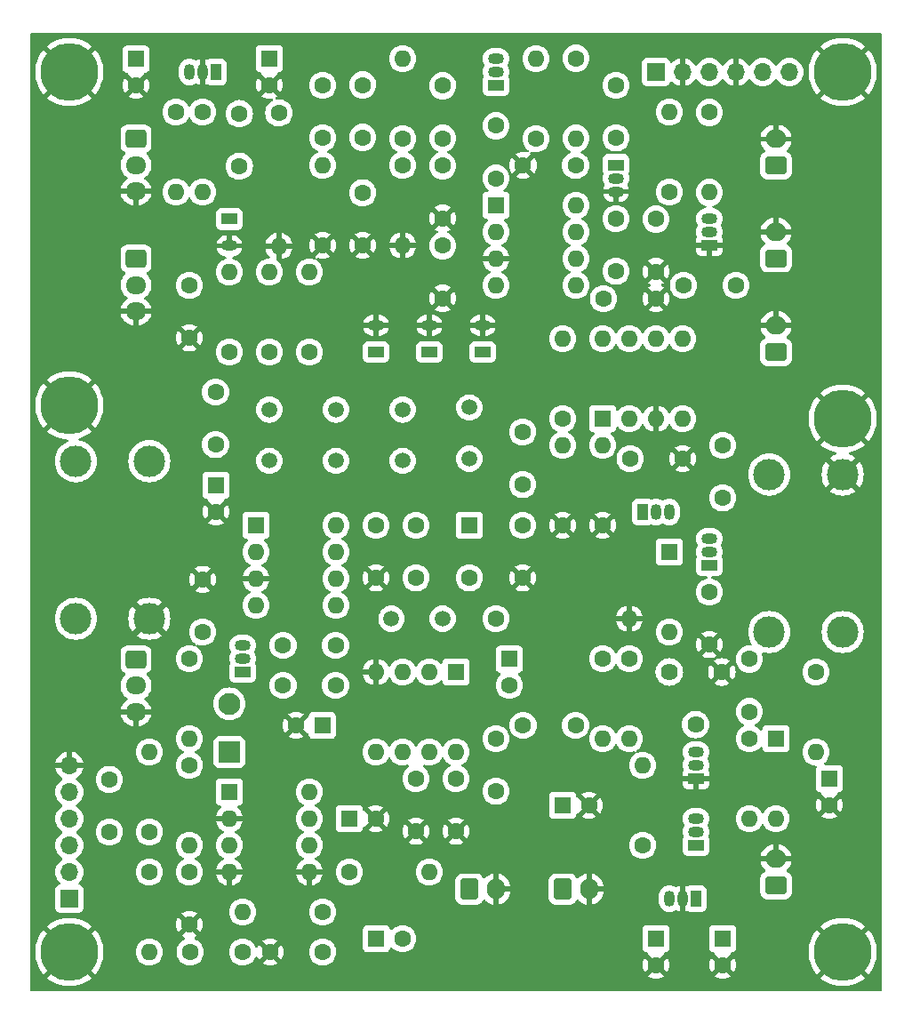
<source format=gbr>
%TF.GenerationSoftware,KiCad,Pcbnew,7.0.9*%
%TF.CreationDate,2024-01-16T00:27:58+08:00*%
%TF.ProjectId,Elecraft_K1_Remake,456c6563-7261-4667-945f-4b315f52656d,rev?*%
%TF.SameCoordinates,Original*%
%TF.FileFunction,Copper,L2,Bot*%
%TF.FilePolarity,Positive*%
%FSLAX46Y46*%
G04 Gerber Fmt 4.6, Leading zero omitted, Abs format (unit mm)*
G04 Created by KiCad (PCBNEW 7.0.9) date 2024-01-16 00:27:58*
%MOMM*%
%LPD*%
G01*
G04 APERTURE LIST*
G04 Aperture macros list*
%AMRoundRect*
0 Rectangle with rounded corners*
0 $1 Rounding radius*
0 $2 $3 $4 $5 $6 $7 $8 $9 X,Y pos of 4 corners*
0 Add a 4 corners polygon primitive as box body*
4,1,4,$2,$3,$4,$5,$6,$7,$8,$9,$2,$3,0*
0 Add four circle primitives for the rounded corners*
1,1,$1+$1,$2,$3*
1,1,$1+$1,$4,$5*
1,1,$1+$1,$6,$7*
1,1,$1+$1,$8,$9*
0 Add four rect primitives between the rounded corners*
20,1,$1+$1,$2,$3,$4,$5,0*
20,1,$1+$1,$4,$5,$6,$7,0*
20,1,$1+$1,$6,$7,$8,$9,0*
20,1,$1+$1,$8,$9,$2,$3,0*%
G04 Aperture macros list end*
%TA.AperFunction,ComponentPad*%
%ADD10R,1.600000X1.600000*%
%TD*%
%TA.AperFunction,ComponentPad*%
%ADD11O,1.600000X1.600000*%
%TD*%
%TA.AperFunction,ComponentPad*%
%ADD12C,5.500000*%
%TD*%
%TA.AperFunction,ComponentPad*%
%ADD13C,1.500000*%
%TD*%
%TA.AperFunction,ComponentPad*%
%ADD14C,1.600000*%
%TD*%
%TA.AperFunction,ComponentPad*%
%ADD15R,1.700000X1.700000*%
%TD*%
%TA.AperFunction,ComponentPad*%
%ADD16O,1.700000X1.700000*%
%TD*%
%TA.AperFunction,ComponentPad*%
%ADD17R,1.500000X1.050000*%
%TD*%
%TA.AperFunction,ComponentPad*%
%ADD18O,1.500000X1.050000*%
%TD*%
%TA.AperFunction,ComponentPad*%
%ADD19C,1.620000*%
%TD*%
%TA.AperFunction,ComponentPad*%
%ADD20R,1.050000X1.500000*%
%TD*%
%TA.AperFunction,ComponentPad*%
%ADD21O,1.050000X1.500000*%
%TD*%
%TA.AperFunction,ComponentPad*%
%ADD22RoundRect,0.250000X-0.725000X0.600000X-0.725000X-0.600000X0.725000X-0.600000X0.725000X0.600000X0*%
%TD*%
%TA.AperFunction,ComponentPad*%
%ADD23O,1.950000X1.700000*%
%TD*%
%TA.AperFunction,ComponentPad*%
%ADD24RoundRect,0.250000X0.750000X-0.600000X0.750000X0.600000X-0.750000X0.600000X-0.750000X-0.600000X0*%
%TD*%
%TA.AperFunction,ComponentPad*%
%ADD25O,2.000000X1.700000*%
%TD*%
%TA.AperFunction,ComponentPad*%
%ADD26C,3.000000*%
%TD*%
%TA.AperFunction,ComponentPad*%
%ADD27RoundRect,0.250000X-0.600000X-0.750000X0.600000X-0.750000X0.600000X0.750000X-0.600000X0.750000X0*%
%TD*%
%TA.AperFunction,ComponentPad*%
%ADD28O,1.700000X2.000000*%
%TD*%
%TA.AperFunction,ComponentPad*%
%ADD29RoundRect,0.250001X0.799999X-0.799999X0.799999X0.799999X-0.799999X0.799999X-0.799999X-0.799999X0*%
%TD*%
%TA.AperFunction,ComponentPad*%
%ADD30C,2.100000*%
%TD*%
G04 APERTURE END LIST*
D10*
%TO.P,D5,1,K*%
%TO.N,6R{slash}AUX1*%
X120650000Y-99060000D03*
D11*
%TO.P,D5,2,A*%
%TO.N,Net-(D5-A)*%
X120650000Y-106680000D03*
%TD*%
D12*
%TO.P,J14,1,Pin_1*%
%TO.N,GND*%
X137160000Y-137160000D03*
%TD*%
D13*
%TO.P,Y5,1,1*%
%TO.N,Net-(U6-OSC_B)*%
X94180000Y-105410000D03*
%TO.P,Y5,2,2*%
%TO.N,Net-(L2-Pad1)*%
X99060000Y-105410000D03*
%TD*%
D14*
%TO.P,C26,1*%
%TO.N,AF_2*%
X83860000Y-111760000D03*
%TO.P,C26,2*%
%TO.N,Net-(U5--)*%
X88860000Y-111760000D03*
%TD*%
D15*
%TO.P,J3,1,Pin_1*%
%TO.N,Net-(J3-Pin_1)*%
X119380000Y-53340000D03*
D16*
%TO.P,J3,2,Pin_2*%
%TO.N,GND*%
X121920000Y-53340000D03*
%TO.P,J3,3,Pin_3*%
%TO.N,Net-(J3-Pin_3)*%
X124460000Y-53340000D03*
%TO.P,J3,4,Pin_4*%
%TO.N,GND*%
X127000000Y-53340000D03*
%TO.P,J3,5,Pin_5*%
%TO.N,PreMix*%
X129540000Y-53340000D03*
%TO.P,J3,6,Pin_6*%
%TO.N,+5V*%
X132080000Y-53340000D03*
%TD*%
D17*
%TO.P,Q8,1,S*%
%TO.N,Net-(J7-Pin_1)*%
X123190000Y-127000000D03*
D18*
%TO.P,Q8,2,G*%
%TO.N,6R{slash}AUX*%
X123190000Y-125730000D03*
%TO.P,Q8,3,D*%
%TO.N,Net-(Q8-D)*%
X123190000Y-124460000D03*
%TD*%
D14*
%TO.P,C12,1*%
%TO.N,Net-(U2-OUT_A)*%
X125730000Y-88900000D03*
%TO.P,C12,2*%
%TO.N,Net-(Q2-B)*%
X125730000Y-93900000D03*
%TD*%
D19*
%TO.P,RV3,1,1*%
%TO.N,+5V*%
X120650000Y-110490000D03*
%TO.P,RV3,2,2*%
%TO.N,Net-(C38-Pad2)*%
X123150000Y-115490000D03*
%TO.P,RV3,3,3*%
%TO.N,GND*%
X125650000Y-110490000D03*
%TD*%
D20*
%TO.P,Q2,1,E*%
%TO.N,Net-(Q2-E)*%
X118110000Y-95250000D03*
D21*
%TO.P,Q2,2,B*%
%TO.N,Net-(Q2-B)*%
X119380000Y-95250000D03*
%TO.P,Q2,3,C*%
%TO.N,6R{slash}AUX1*%
X120650000Y-95250000D03*
%TD*%
D22*
%TO.P,RV4,1,1*%
%TO.N,Net-(C39-Pad2)*%
X69850000Y-109300000D03*
D23*
%TO.P,RV4,2,2*%
%TO.N,Net-(R20-Pad1)*%
X69850000Y-111800000D03*
%TO.P,RV4,3,3*%
%TO.N,GND*%
X69850000Y-114300000D03*
%TD*%
D14*
%TO.P,C23,1*%
%TO.N,Net-(C23-Pad1)*%
X77430000Y-88820000D03*
%TO.P,C23,2*%
%TO.N,Net-(T2-AB)*%
X77430000Y-83820000D03*
%TD*%
%TO.P,R4,1*%
%TO.N,GND*%
X87630000Y-69850000D03*
D11*
%TO.P,R4,2*%
%TO.N,Net-(Q1-B)*%
X87630000Y-62230000D03*
%TD*%
D14*
%TO.P,C17,1*%
%TO.N,Net-(U4-IN_B)*%
X99060000Y-62270000D03*
%TO.P,C17,2*%
%TO.N,GND*%
X99060000Y-67270000D03*
%TD*%
D10*
%TO.P,U4,1,IN_A*%
%TO.N,Net-(U4-IN_A)*%
X104140000Y-66040000D03*
D11*
%TO.P,U4,2,IN_B*%
%TO.N,Net-(U4-IN_B)*%
X104140000Y-68580000D03*
%TO.P,U4,3,GND*%
%TO.N,GND*%
X104140000Y-71120000D03*
%TO.P,U4,4,OUT_A*%
%TO.N,Net-(J3-Pin_1)*%
X104140000Y-73660000D03*
%TO.P,U4,5,OUT_B*%
%TO.N,unconnected-(U4-OUT_B-Pad5)*%
X111760000Y-73660000D03*
%TO.P,U4,6,OSC_B*%
%TO.N,Net-(J3-Pin_3)*%
X111760000Y-71120000D03*
%TO.P,U4,7,OSC_E*%
%TO.N,Net-(U4-OSC_E)*%
X111760000Y-68580000D03*
%TO.P,U4,8,VCC*%
%TO.N,+5V*%
X111760000Y-66040000D03*
%TD*%
D14*
%TO.P,R24,1*%
%TO.N,Net-(U7-VS)*%
X90170000Y-129540000D03*
D11*
%TO.P,R24,2*%
%TO.N,+12V*%
X97790000Y-129540000D03*
%TD*%
D10*
%TO.P,D6,1,K*%
%TO.N,~{AGC OFF}*%
X130810000Y-116840000D03*
D11*
%TO.P,D6,2,A*%
%TO.N,Net-(D6-A)*%
X130810000Y-124460000D03*
%TD*%
D14*
%TO.P,C25,1*%
%TO.N,AF_1*%
X83860000Y-107950000D03*
%TO.P,C25,2*%
%TO.N,Net-(U5-+)*%
X88860000Y-107950000D03*
%TD*%
%TO.P,C10,1*%
%TO.N,GND*%
X119380000Y-74930000D03*
%TO.P,C10,2*%
%TO.N,+5V*%
X114380000Y-74930000D03*
%TD*%
%TO.P,C45,1*%
%TO.N,Net-(C45-Pad1)*%
X87630000Y-137160000D03*
%TO.P,C45,2*%
%TO.N,GND*%
X82630000Y-137160000D03*
%TD*%
%TO.P,R16,1*%
%TO.N,Net-(Q5-G)*%
X74930000Y-109220000D03*
D11*
%TO.P,R16,2*%
%TO.N,Mute*%
X74930000Y-116840000D03*
%TD*%
D22*
%TO.P,RV2,1,1*%
%TO.N,+5V*%
X69850000Y-71120000D03*
D23*
%TO.P,RV2,2,2*%
%TO.N,Net-(C22-Pad1)*%
X69850000Y-73620000D03*
%TO.P,RV2,3,3*%
%TO.N,GND*%
X69850000Y-76120000D03*
%TD*%
D24*
%TO.P,J1,1,Pin_1*%
%TO.N,Net-(J1-Pin_1)*%
X130810000Y-79990000D03*
D25*
%TO.P,J1,2,Pin_2*%
%TO.N,GND*%
X130810000Y-77490000D03*
%TD*%
D10*
%TO.P,C6,1*%
%TO.N,+5VA*%
X82550000Y-52070000D03*
D14*
%TO.P,C6,2*%
%TO.N,GND*%
X82550000Y-54570000D03*
%TD*%
D17*
%TO.P,Q6,1,E*%
%TO.N,Net-(Q6-E)*%
X124460000Y-100330000D03*
D18*
%TO.P,Q6,2,B*%
%TO.N,Net-(D5-A)*%
X124460000Y-99060000D03*
%TO.P,Q6,3,C*%
%TO.N,AF_level*%
X124460000Y-97790000D03*
%TD*%
D14*
%TO.P,R13,1*%
%TO.N,Net-(D2-K)*%
X86360000Y-80010000D03*
D11*
%TO.P,R13,2*%
%TO.N,Net-(C22-Pad1)*%
X86360000Y-72390000D03*
%TD*%
D20*
%TO.P,U1,1,VO*%
%TO.N,+5VA*%
X77470000Y-53340000D03*
D21*
%TO.P,U1,2,GND*%
%TO.N,GND*%
X76200000Y-53340000D03*
%TO.P,U1,3,VI*%
%TO.N,+12V*%
X74930000Y-53340000D03*
%TD*%
D14*
%TO.P,C19,1*%
%TO.N,Net-(U4-OSC_E)*%
X115570000Y-67310000D03*
%TO.P,C19,2*%
%TO.N,Net-(J3-Pin_3)*%
X115570000Y-72310000D03*
%TD*%
D12*
%TO.P,J13,1,Pin_1*%
%TO.N,GND*%
X63500000Y-137160000D03*
%TD*%
D24*
%TO.P,J4,1,Pin_1*%
%TO.N,Net-(J4-Pin_1)*%
X130810000Y-62230000D03*
D25*
%TO.P,J4,2,Pin_2*%
%TO.N,GND*%
X130810000Y-59730000D03*
%TD*%
D14*
%TO.P,R12,1*%
%TO.N,+5V*%
X124460000Y-57190000D03*
D11*
%TO.P,R12,2*%
%TO.N,Net-(J4-Pin_1)*%
X124460000Y-64810000D03*
%TD*%
D14*
%TO.P,R3,1*%
%TO.N,Net-(Q1-B)*%
X95250000Y-59690000D03*
D11*
%TO.P,R3,2*%
%TO.N,+5VA*%
X95250000Y-52070000D03*
%TD*%
D17*
%TO.P,D2,1,K*%
%TO.N,Net-(D2-K)*%
X102870000Y-80010000D03*
D18*
%TO.P,D2,2,A*%
%TO.N,GND*%
X102870000Y-77470000D03*
%TD*%
D14*
%TO.P,R22,1*%
%TO.N,Coil_1*%
X134620000Y-110490000D03*
D11*
%TO.P,R22,2*%
%TO.N,Coil_2*%
X134620000Y-118110000D03*
%TD*%
D10*
%TO.P,U7,1,NC*%
%TO.N,unconnected-(U7-NC-Pad1)*%
X78740000Y-121930000D03*
D11*
%TO.P,U7,2,+*%
%TO.N,GND*%
X78740000Y-124470000D03*
%TO.P,U7,3,-*%
%TO.N,Net-(U7--)*%
X78740000Y-127010000D03*
%TO.P,U7,4,GND*%
%TO.N,GND*%
X78740000Y-129550000D03*
%TO.P,U7,5,GND*%
X86360000Y-129550000D03*
%TO.P,U7,6*%
%TO.N,Net-(C44-Pad2)*%
X86360000Y-127010000D03*
%TO.P,U7,7,VS*%
%TO.N,Net-(U7-VS)*%
X86360000Y-124470000D03*
%TO.P,U7,8,BYPASS*%
%TO.N,Net-(U7-BYPASS)*%
X86360000Y-121930000D03*
%TD*%
D14*
%TO.P,C11,1*%
%TO.N,Net-(U2-OSC_B)*%
X122000000Y-73660000D03*
%TO.P,C11,2*%
%TO.N,PreMix*%
X127000000Y-73660000D03*
%TD*%
D24*
%TO.P,J7,1,Pin_1*%
%TO.N,Net-(J7-Pin_1)*%
X130810000Y-130790000D03*
D25*
%TO.P,J7,2,Pin_2*%
%TO.N,GND*%
X130810000Y-128290000D03*
%TD*%
D14*
%TO.P,C40,1*%
%TO.N,XFIL{slash}TONE*%
X67310000Y-125730000D03*
%TO.P,C40,2*%
%TO.N,Net-(C40-Pad2)*%
X67310000Y-120730000D03*
%TD*%
%TO.P,C44,1*%
%TO.N,Net-(C44-Pad1)*%
X75010000Y-137160000D03*
%TO.P,C44,2*%
%TO.N,Net-(C44-Pad2)*%
X80010000Y-137160000D03*
%TD*%
%TO.P,C32,1*%
%TO.N,GND*%
X92710000Y-101520000D03*
%TO.P,C32,2*%
%TO.N,+5V*%
X92710000Y-96520000D03*
%TD*%
%TO.P,R10,1*%
%TO.N,+5V*%
X111760000Y-52030000D03*
D11*
%TO.P,R10,2*%
%TO.N,Net-(Q3-E)*%
X111760000Y-59650000D03*
%TD*%
D14*
%TO.P,R7,1*%
%TO.N,GND*%
X110490000Y-96520000D03*
D11*
%TO.P,R7,2*%
%TO.N,Net-(Q2-B)*%
X110490000Y-88900000D03*
%TD*%
D13*
%TO.P,Y4,1,1*%
%TO.N,Net-(D4-K)*%
X82550000Y-85490000D03*
%TO.P,Y4,2,2*%
%TO.N,Net-(C23-Pad1)*%
X82550000Y-90370000D03*
%TD*%
D14*
%TO.P,R14,1*%
%TO.N,Net-(D3-K)*%
X82550000Y-80010000D03*
D11*
%TO.P,R14,2*%
%TO.N,Net-(C22-Pad1)*%
X82550000Y-72390000D03*
%TD*%
D14*
%TO.P,C14,1*%
%TO.N,Net-(U4-IN_A)*%
X104140000Y-63460000D03*
%TO.P,C14,2*%
%TO.N,Net-(C14-Pad2)*%
X104140000Y-58460000D03*
%TD*%
D10*
%TO.P,U2,1,IN_A*%
%TO.N,Net-(T1-SB)*%
X114300000Y-86360000D03*
D11*
%TO.P,U2,2,IN_B*%
%TO.N,Coil_1*%
X116840000Y-86360000D03*
%TO.P,U2,3,GND*%
%TO.N,GND*%
X119380000Y-86360000D03*
%TO.P,U2,4,OUT_A*%
%TO.N,Net-(U2-OUT_A)*%
X121920000Y-86360000D03*
%TO.P,U2,5,OUT_B*%
%TO.N,unconnected-(U2-OUT_B-Pad5)*%
X121920000Y-78740000D03*
%TO.P,U2,6,OSC_B*%
%TO.N,Net-(U2-OSC_B)*%
X119380000Y-78740000D03*
%TO.P,U2,7,OSC_E*%
%TO.N,unconnected-(U2-OSC_E-Pad7)*%
X116840000Y-78740000D03*
%TO.P,U2,8,VCC*%
%TO.N,+5V*%
X114300000Y-78740000D03*
%TD*%
D14*
%TO.P,R8,1*%
%TO.N,Net-(C14-Pad2)*%
X107950000Y-59690000D03*
D11*
%TO.P,R8,2*%
%TO.N,VFO_Out*%
X107950000Y-52070000D03*
%TD*%
D14*
%TO.P,C33,1*%
%TO.N,Net-(C33-Pad1)*%
X111720000Y-115570000D03*
%TO.P,C33,2*%
%TO.N,Net-(Q6-E)*%
X106720000Y-115570000D03*
%TD*%
%TO.P,R1,1*%
%TO.N,+5VA*%
X73660000Y-57150000D03*
D11*
%TO.P,R1,2*%
%TO.N,Net-(R1-Pad2)*%
X73660000Y-64770000D03*
%TD*%
D14*
%TO.P,C22,1*%
%TO.N,Net-(C22-Pad1)*%
X74930000Y-73660000D03*
%TO.P,C22,2*%
%TO.N,GND*%
X74930000Y-78660000D03*
%TD*%
%TO.P,C7,1*%
%TO.N,Net-(Q1-B)*%
X99060000Y-59650000D03*
%TO.P,C7,2*%
%TO.N,VFO_Out*%
X99060000Y-54650000D03*
%TD*%
%TO.P,R5,1*%
%TO.N,VFO_Out*%
X95250000Y-62230000D03*
D11*
%TO.P,R5,2*%
%TO.N,GND*%
X95250000Y-69850000D03*
%TD*%
D14*
%TO.P,L1,1,1*%
%TO.N,Net-(C2-Pad1)*%
X83460000Y-57230000D03*
D11*
%TO.P,L1,2,2*%
%TO.N,GND*%
X83460000Y-69930000D03*
%TD*%
D17*
%TO.P,Q1,1,E*%
%TO.N,VFO_Out*%
X104140000Y-54610000D03*
D18*
%TO.P,Q1,2,B*%
%TO.N,Net-(Q1-B)*%
X104140000Y-53340000D03*
%TO.P,Q1,3,C*%
%TO.N,+5VA*%
X104140000Y-52070000D03*
%TD*%
D14*
%TO.P,C21,1*%
%TO.N,Net-(U4-OSC_E)*%
X119380000Y-67350000D03*
%TO.P,C21,2*%
%TO.N,GND*%
X119380000Y-72350000D03*
%TD*%
%TO.P,R26,1*%
%TO.N,Net-(Q8-D)*%
X118110000Y-127000000D03*
D11*
%TO.P,R26,2*%
%TO.N,Coil_2*%
X118110000Y-119380000D03*
%TD*%
D26*
%TO.P,T2,1,AA*%
%TO.N,GND*%
X71120000Y-105410000D03*
%TO.P,T2,2,AB*%
%TO.N,Net-(T2-AB)*%
X71120000Y-90410000D03*
%TO.P,T2,3,SA*%
%TO.N,Coil_2*%
X64120000Y-105410000D03*
%TO.P,T2,4,SB*%
%TO.N,Net-(T2-SB)*%
X64120000Y-90410000D03*
%TD*%
D17*
%TO.P,D3,1,K*%
%TO.N,Net-(D3-K)*%
X97790000Y-80010000D03*
D18*
%TO.P,D3,2,A*%
%TO.N,GND*%
X97790000Y-77470000D03*
%TD*%
D17*
%TO.P,D1,1,K*%
%TO.N,Net-(D1-K)*%
X78740000Y-67350000D03*
D18*
%TO.P,D1,2,A*%
%TO.N,GND*%
X78740000Y-69890000D03*
%TD*%
D24*
%TO.P,J5,1,Pin_1*%
%TO.N,PreMix*%
X130810000Y-71080000D03*
D25*
%TO.P,J5,2,Pin_2*%
%TO.N,GND*%
X130810000Y-68580000D03*
%TD*%
D14*
%TO.P,C5,1*%
%TO.N,Net-(Q1-B)*%
X91440000Y-54570000D03*
%TO.P,C5,2*%
%TO.N,Net-(C2-Pad1)*%
X91440000Y-59570000D03*
%TD*%
D13*
%TO.P,Y2,1,1*%
%TO.N,Net-(D2-K)*%
X95250000Y-85490000D03*
%TO.P,Y2,2,2*%
%TO.N,Net-(D3-K)*%
X95250000Y-90370000D03*
%TD*%
D17*
%TO.P,Q4,1,E*%
%TO.N,GND*%
X124460000Y-69850000D03*
D18*
%TO.P,Q4,2,B*%
%TO.N,Net-(Q4-B)*%
X124460000Y-68580000D03*
%TO.P,Q4,3,C*%
%TO.N,Net-(J4-Pin_1)*%
X124460000Y-67310000D03*
%TD*%
D15*
%TO.P,J6,1,Pin_1*%
%TO.N,+5V*%
X63500000Y-132080000D03*
D16*
%TO.P,J6,2,Pin_2*%
%TO.N,6R{slash}AUX*%
X63500000Y-129540000D03*
%TO.P,J6,3,Pin_3*%
%TO.N,~{AGC OFF}*%
X63500000Y-127000000D03*
%TO.P,J6,4,Pin_4*%
%TO.N,XFIL{slash}TONE*%
X63500000Y-124460000D03*
%TO.P,J6,5,Pin_5*%
%TO.N,Mute*%
X63500000Y-121920000D03*
%TO.P,J6,6,Pin_6*%
%TO.N,GND*%
X63500000Y-119380000D03*
%TD*%
D13*
%TO.P,Y3,1,1*%
%TO.N,Net-(D3-K)*%
X88900000Y-90370000D03*
%TO.P,Y3,2,2*%
%TO.N,Net-(D4-K)*%
X88900000Y-85490000D03*
%TD*%
D14*
%TO.P,R17,1*%
%TO.N,Net-(C29-Pad2)*%
X114300000Y-109220000D03*
D11*
%TO.P,R17,2*%
%TO.N,Net-(C33-Pad1)*%
X114300000Y-116840000D03*
%TD*%
D27*
%TO.P,J2,1,Pin_1*%
%TO.N,+12V*%
X110510000Y-131170000D03*
D28*
%TO.P,J2,2,Pin_2*%
%TO.N,GND*%
X113010000Y-131170000D03*
%TD*%
D10*
%TO.P,C46,1*%
%TO.N,Net-(C44-Pad2)*%
X92750000Y-135890000D03*
D14*
%TO.P,C46,2*%
%TO.N,Net-(J8-Pin_1)*%
X95250000Y-135890000D03*
%TD*%
D13*
%TO.P,Y1,1,1*%
%TO.N,Net-(C18-Pad2)*%
X101600000Y-90170000D03*
%TO.P,Y1,2,2*%
%TO.N,Net-(D2-K)*%
X101600000Y-85290000D03*
%TD*%
D12*
%TO.P,J12,1,Pin_1*%
%TO.N,GND*%
X137160000Y-86360000D03*
%TD*%
D14*
%TO.P,C28,1*%
%TO.N,Net-(U5-BYPASS)*%
X96520000Y-120650000D03*
%TO.P,C28,2*%
%TO.N,GND*%
X96520000Y-125650000D03*
%TD*%
D22*
%TO.P,RV1,1,1*%
%TO.N,+5VA*%
X69850000Y-59690000D03*
D23*
%TO.P,RV1,2,2*%
%TO.N,Net-(R1-Pad2)*%
X69850000Y-62190000D03*
%TO.P,RV1,3,3*%
%TO.N,GND*%
X69850000Y-64690000D03*
%TD*%
D14*
%TO.P,C36,1*%
%TO.N,Net-(U6-OSC_E)*%
X106680000Y-96520000D03*
%TO.P,C36,2*%
%TO.N,GND*%
X106680000Y-101520000D03*
%TD*%
D10*
%TO.P,C13,1*%
%TO.N,+5V*%
X125730000Y-135890000D03*
D14*
%TO.P,C13,2*%
%TO.N,GND*%
X125730000Y-138390000D03*
%TD*%
%TO.P,C31,1*%
%TO.N,Net-(Q6-E)*%
X100330000Y-120650000D03*
%TO.P,C31,2*%
%TO.N,GND*%
X100330000Y-125650000D03*
%TD*%
D17*
%TO.P,Q7,1,E*%
%TO.N,GND*%
X123190000Y-120650000D03*
D18*
%TO.P,Q7,2,B*%
%TO.N,~{AGC OFF}*%
X123190000Y-119380000D03*
%TO.P,Q7,3,C*%
%TO.N,Coil_2*%
X123190000Y-118110000D03*
%TD*%
D14*
%TO.P,C34,1*%
%TO.N,Net-(U6-OSC_E)*%
X96520000Y-96520000D03*
%TO.P,C34,2*%
%TO.N,Net-(U6-OSC_B)*%
X96520000Y-101520000D03*
%TD*%
%TO.P,C20,1*%
%TO.N,GND*%
X106720000Y-62230000D03*
%TO.P,C20,2*%
%TO.N,+5V*%
X111720000Y-62230000D03*
%TD*%
D29*
%TO.P,JP1,1,A*%
%TO.N,6R{slash}AUX*%
X78740000Y-118110000D03*
D30*
%TO.P,JP1,2,B*%
%TO.N,6R{slash}AUX1*%
X78740000Y-113510000D03*
%TD*%
D10*
%TO.P,C1,1*%
%TO.N,+12V*%
X69850000Y-52110000D03*
D14*
%TO.P,C1,2*%
%TO.N,GND*%
X69850000Y-54610000D03*
%TD*%
D12*
%TO.P,J10,1,Pin_1*%
%TO.N,GND*%
X137160000Y-53340000D03*
%TD*%
D10*
%TO.P,C47,1*%
%TO.N,+12V*%
X110490000Y-123190000D03*
D14*
%TO.P,C47,2*%
%TO.N,GND*%
X112990000Y-123190000D03*
%TD*%
%TO.P,C38,1*%
%TO.N,AF_level*%
X128270000Y-109260000D03*
%TO.P,C38,2*%
%TO.N,Net-(C38-Pad2)*%
X128270000Y-114260000D03*
%TD*%
%TO.P,C43,1*%
%TO.N,Net-(U7--)*%
X74930000Y-129540000D03*
%TO.P,C43,2*%
%TO.N,GND*%
X74930000Y-134540000D03*
%TD*%
%TO.P,R9,1*%
%TO.N,GND*%
X114300000Y-96520000D03*
D11*
%TO.P,R9,2*%
%TO.N,Net-(Q2-E)*%
X114300000Y-88900000D03*
%TD*%
D14*
%TO.P,C16,1*%
%TO.N,Net-(Q4-B)*%
X115570000Y-54610000D03*
%TO.P,C16,2*%
%TO.N,Net-(Q3-E)*%
X115570000Y-59610000D03*
%TD*%
D10*
%TO.P,U5,1,GAIN*%
%TO.N,Net-(C29-Pad1)*%
X100330000Y-110490000D03*
D11*
%TO.P,U5,2,-*%
%TO.N,Net-(U5--)*%
X97790000Y-110490000D03*
%TO.P,U5,3,+*%
%TO.N,Net-(U5-+)*%
X95250000Y-110490000D03*
%TO.P,U5,4,GND*%
%TO.N,GND*%
X92710000Y-110490000D03*
%TO.P,U5,5*%
%TO.N,Net-(Q6-E)*%
X92710000Y-118110000D03*
%TO.P,U5,6,V+*%
%TO.N,+5V*%
X95250000Y-118110000D03*
%TO.P,U5,7,BYPASS*%
%TO.N,Net-(U5-BYPASS)*%
X97790000Y-118110000D03*
%TO.P,U5,8,GAIN*%
%TO.N,Net-(C29-Pad2)*%
X100330000Y-118110000D03*
%TD*%
D14*
%TO.P,R2,1*%
%TO.N,Net-(R1-Pad2)*%
X76200000Y-57150000D03*
D11*
%TO.P,R2,2*%
%TO.N,Net-(D1-K)*%
X76200000Y-64770000D03*
%TD*%
D17*
%TO.P,D4,1,K*%
%TO.N,Net-(D4-K)*%
X92710000Y-80010000D03*
D18*
%TO.P,D4,2,A*%
%TO.N,GND*%
X92710000Y-77470000D03*
%TD*%
D14*
%TO.P,R23,1*%
%TO.N,Net-(U7--)*%
X71120000Y-129540000D03*
D11*
%TO.P,R23,2*%
%TO.N,Net-(C44-Pad1)*%
X71120000Y-137160000D03*
%TD*%
D17*
%TO.P,Q5,1,S*%
%TO.N,AF_2*%
X80010000Y-110490000D03*
D18*
%TO.P,Q5,2,G*%
%TO.N,Net-(Q5-G)*%
X80010000Y-109220000D03*
%TO.P,Q5,3,D*%
%TO.N,AF_1*%
X80010000Y-107950000D03*
%TD*%
D14*
%TO.P,L2,1,1*%
%TO.N,Net-(L2-Pad1)*%
X104140000Y-105410000D03*
D11*
%TO.P,L2,2,2*%
%TO.N,GND*%
X116840000Y-105410000D03*
%TD*%
D14*
%TO.P,C24,1*%
%TO.N,Net-(Q5-G)*%
X76200000Y-106680000D03*
%TO.P,C24,2*%
%TO.N,GND*%
X76200000Y-101680000D03*
%TD*%
%TO.P,R18,1*%
%TO.N,Net-(D5-A)*%
X116840000Y-109220000D03*
D11*
%TO.P,R18,2*%
%TO.N,Net-(Q6-E)*%
X116840000Y-116840000D03*
%TD*%
D26*
%TO.P,T1,1,AA*%
%TO.N,Net-(J1-Pin_1)*%
X137160000Y-106680000D03*
%TO.P,T1,2,AB*%
%TO.N,GND*%
X137160000Y-91680000D03*
%TO.P,T1,3,SA*%
%TO.N,Coil_1*%
X130160000Y-106680000D03*
%TO.P,T1,4,SB*%
%TO.N,Net-(T1-SB)*%
X130160000Y-91680000D03*
%TD*%
D14*
%TO.P,R19,1*%
%TO.N,Net-(C38-Pad2)*%
X128270000Y-116840000D03*
D11*
%TO.P,R19,2*%
%TO.N,Net-(D6-A)*%
X128270000Y-124460000D03*
%TD*%
D14*
%TO.P,R15,1*%
%TO.N,Net-(D4-K)*%
X78740000Y-80010000D03*
D11*
%TO.P,R15,2*%
%TO.N,Net-(C22-Pad1)*%
X78740000Y-72390000D03*
%TD*%
D10*
%TO.P,U6,1,IN_A*%
%TO.N,Net-(T2-SB)*%
X81280000Y-96520000D03*
D11*
%TO.P,U6,2,IN_B*%
%TO.N,Coil_2*%
X81280000Y-99060000D03*
%TO.P,U6,3,GND*%
%TO.N,GND*%
X81280000Y-101600000D03*
%TO.P,U6,4,OUT_A*%
%TO.N,AF_1*%
X81280000Y-104140000D03*
%TO.P,U6,5,OUT_B*%
%TO.N,AF_2*%
X88900000Y-104140000D03*
%TO.P,U6,6,OSC_B*%
%TO.N,Net-(U6-OSC_B)*%
X88900000Y-101600000D03*
%TO.P,U6,7,OSC_E*%
%TO.N,Net-(U6-OSC_E)*%
X88900000Y-99060000D03*
%TO.P,U6,8,VCC*%
%TO.N,+5V*%
X88900000Y-96520000D03*
%TD*%
D10*
%TO.P,C42,1*%
%TO.N,Net-(U7-BYPASS)*%
X90170000Y-124460000D03*
D14*
%TO.P,C42,2*%
%TO.N,GND*%
X92670000Y-124460000D03*
%TD*%
D12*
%TO.P,J11,1,Pin_1*%
%TO.N,GND*%
X63500000Y-85090000D03*
%TD*%
D14*
%TO.P,R21,1*%
%TO.N,Net-(R20-Pad1)*%
X74930000Y-119380000D03*
D11*
%TO.P,R21,2*%
%TO.N,Net-(U7--)*%
X74930000Y-127000000D03*
%TD*%
D27*
%TO.P,J8,1,Pin_1*%
%TO.N,Net-(J8-Pin_1)*%
X101620000Y-131170000D03*
D28*
%TO.P,J8,2,Pin_2*%
%TO.N,GND*%
X104120000Y-131170000D03*
%TD*%
D14*
%TO.P,C3,1*%
%TO.N,Coil_1*%
X116920000Y-90170000D03*
%TO.P,C3,2*%
%TO.N,GND*%
X121920000Y-90170000D03*
%TD*%
D12*
%TO.P,J9,1,Pin_1*%
%TO.N,GND*%
X63500000Y-53340000D03*
%TD*%
D14*
%TO.P,C37,1*%
%TO.N,Net-(D5-A)*%
X124460000Y-102870000D03*
%TO.P,C37,2*%
%TO.N,GND*%
X124460000Y-107870000D03*
%TD*%
%TO.P,R11,1*%
%TO.N,Net-(J4-Pin_1)*%
X120650000Y-64770000D03*
D11*
%TO.P,R11,2*%
%TO.N,Net-(Q4-B)*%
X120650000Y-57150000D03*
%TD*%
D10*
%TO.P,C41,1*%
%TO.N,~{AGC OFF}*%
X135890000Y-120650000D03*
D14*
%TO.P,C41,2*%
%TO.N,GND*%
X135890000Y-123150000D03*
%TD*%
%TO.P,C18,1*%
%TO.N,Net-(Q2-E)*%
X106680000Y-92630000D03*
%TO.P,C18,2*%
%TO.N,Net-(C18-Pad2)*%
X106680000Y-87630000D03*
%TD*%
%TO.P,R6,1*%
%TO.N,Net-(Q2-B)*%
X110490000Y-86360000D03*
D11*
%TO.P,R6,2*%
%TO.N,+5V*%
X110490000Y-78740000D03*
%TD*%
D14*
%TO.P,C8,1*%
%TO.N,VFO_Out*%
X91440000Y-64850000D03*
%TO.P,C8,2*%
%TO.N,GND*%
X91440000Y-69850000D03*
%TD*%
%TO.P,C15,1*%
%TO.N,GND*%
X99060000Y-74890000D03*
%TO.P,C15,2*%
%TO.N,Net-(U4-IN_A)*%
X99060000Y-69890000D03*
%TD*%
D10*
%TO.P,C29,1*%
%TO.N,Net-(C29-Pad1)*%
X105410000Y-109260000D03*
D14*
%TO.P,C29,2*%
%TO.N,Net-(C29-Pad2)*%
X105410000Y-111760000D03*
%TD*%
D10*
%TO.P,C9,1*%
%TO.N,+12V*%
X119380000Y-135890000D03*
D14*
%TO.P,C9,2*%
%TO.N,GND*%
X119380000Y-138390000D03*
%TD*%
%TO.P,C2,1*%
%TO.N,Net-(C2-Pad1)*%
X79690000Y-62310000D03*
%TO.P,C2,2*%
%TO.N,Net-(D1-K)*%
X79690000Y-57310000D03*
%TD*%
%TO.P,C39,1*%
%TO.N,AF_level*%
X104140000Y-116840000D03*
%TO.P,C39,2*%
%TO.N,Net-(C39-Pad2)*%
X104140000Y-121840000D03*
%TD*%
D17*
%TO.P,Q3,1,E*%
%TO.N,Net-(Q3-E)*%
X115570000Y-62190000D03*
D18*
%TO.P,Q3,2,B*%
%TO.N,VFO_Out*%
X115570000Y-63460000D03*
%TO.P,Q3,3,C*%
%TO.N,GND*%
X115570000Y-64730000D03*
%TD*%
D20*
%TO.P,U3,1,VO*%
%TO.N,+5V*%
X123190000Y-132080000D03*
D21*
%TO.P,U3,2,GND*%
%TO.N,GND*%
X121920000Y-132080000D03*
%TO.P,U3,3,VI*%
%TO.N,+12V*%
X120650000Y-132080000D03*
%TD*%
D14*
%TO.P,R25,1*%
%TO.N,Net-(C45-Pad1)*%
X87630000Y-133350000D03*
D11*
%TO.P,R25,2*%
%TO.N,Net-(C44-Pad2)*%
X80010000Y-133350000D03*
%TD*%
D14*
%TO.P,C4,1*%
%TO.N,Net-(Q1-B)*%
X87630000Y-54610000D03*
%TO.P,C4,2*%
%TO.N,Net-(C2-Pad1)*%
X87630000Y-59610000D03*
%TD*%
D10*
%TO.P,C27,1*%
%TO.N,Coil_2*%
X77470000Y-92710000D03*
D14*
%TO.P,C27,2*%
%TO.N,GND*%
X77470000Y-95210000D03*
%TD*%
%TO.P,R20,1*%
%TO.N,Net-(R20-Pad1)*%
X71120000Y-125730000D03*
D11*
%TO.P,R20,2*%
%TO.N,Net-(C40-Pad2)*%
X71120000Y-118110000D03*
%TD*%
D10*
%TO.P,C35,1*%
%TO.N,Net-(U6-OSC_E)*%
X101600000Y-96520000D03*
D14*
%TO.P,C35,2*%
%TO.N,Net-(U6-OSC_B)*%
X101600000Y-101520000D03*
%TD*%
D10*
%TO.P,C30,1*%
%TO.N,+5V*%
X87590000Y-115570000D03*
D14*
%TO.P,C30,2*%
%TO.N,GND*%
X85090000Y-115570000D03*
%TD*%
%TA.AperFunction,Conductor*%
%TO.N,GND*%
G36*
X140837539Y-49625185D02*
G01*
X140883294Y-49677989D01*
X140894500Y-49729500D01*
X140894500Y-140770500D01*
X140874815Y-140837539D01*
X140822011Y-140883294D01*
X140770500Y-140894500D01*
X59889500Y-140894500D01*
X59822461Y-140874815D01*
X59776706Y-140822011D01*
X59765500Y-140770500D01*
X59765500Y-137160002D01*
X60245227Y-137160002D01*
X60264306Y-137511900D01*
X60264308Y-137511917D01*
X60321319Y-137859667D01*
X60321325Y-137859693D01*
X60415600Y-138199243D01*
X60415602Y-138199250D01*
X60546043Y-138526634D01*
X60546052Y-138526652D01*
X60711124Y-138838011D01*
X60908896Y-139129702D01*
X61031914Y-139274532D01*
X62202266Y-138104180D01*
X62365130Y-138294870D01*
X62555819Y-138457733D01*
X61382625Y-139630926D01*
X61382625Y-139630928D01*
X61392900Y-139640660D01*
X61673460Y-139853938D01*
X61673464Y-139853941D01*
X61975445Y-140035635D01*
X62295273Y-140183603D01*
X62629256Y-140296136D01*
X62973437Y-140371896D01*
X63323788Y-140409999D01*
X63323795Y-140410000D01*
X63676205Y-140410000D01*
X63676211Y-140409999D01*
X64026562Y-140371896D01*
X64370743Y-140296136D01*
X64704726Y-140183603D01*
X65024554Y-140035635D01*
X65326535Y-139853941D01*
X65326539Y-139853938D01*
X65607093Y-139640665D01*
X65607105Y-139640654D01*
X65617373Y-139630927D01*
X65617373Y-139630926D01*
X64444180Y-138457733D01*
X64634870Y-138294870D01*
X64797733Y-138104180D01*
X65968084Y-139274532D01*
X65968085Y-139274531D01*
X66091102Y-139129704D01*
X66288875Y-138838011D01*
X66453947Y-138526652D01*
X66453956Y-138526634D01*
X66584397Y-138199250D01*
X66584399Y-138199243D01*
X66678674Y-137859693D01*
X66678680Y-137859667D01*
X66735691Y-137511917D01*
X66735693Y-137511900D01*
X66754773Y-137160002D01*
X66754773Y-137160001D01*
X69814532Y-137160001D01*
X69834364Y-137386686D01*
X69834366Y-137386697D01*
X69893258Y-137606488D01*
X69893261Y-137606497D01*
X69989431Y-137812732D01*
X69989432Y-137812734D01*
X70119954Y-137999141D01*
X70280858Y-138160045D01*
X70327693Y-138192839D01*
X70467266Y-138290568D01*
X70673504Y-138386739D01*
X70673509Y-138386740D01*
X70673511Y-138386741D01*
X70726415Y-138400916D01*
X70893308Y-138445635D01*
X71055230Y-138459801D01*
X71119998Y-138465468D01*
X71120000Y-138465468D01*
X71120002Y-138465468D01*
X71176673Y-138460509D01*
X71346692Y-138445635D01*
X71566496Y-138386739D01*
X71772734Y-138290568D01*
X71959139Y-138160047D01*
X72120047Y-137999139D01*
X72250568Y-137812734D01*
X72346739Y-137606496D01*
X72405635Y-137386692D01*
X72423360Y-137184091D01*
X72425468Y-137160001D01*
X72425468Y-137159998D01*
X72419801Y-137095230D01*
X72405635Y-136933308D01*
X72346739Y-136713504D01*
X72250568Y-136507266D01*
X72120047Y-136320861D01*
X72120045Y-136320858D01*
X71959141Y-136159954D01*
X71772734Y-136029432D01*
X71772732Y-136029431D01*
X71566497Y-135933261D01*
X71566488Y-135933258D01*
X71346697Y-135874366D01*
X71346693Y-135874365D01*
X71346692Y-135874365D01*
X71346691Y-135874364D01*
X71346686Y-135874364D01*
X71120002Y-135854532D01*
X71119998Y-135854532D01*
X70893313Y-135874364D01*
X70893302Y-135874366D01*
X70673511Y-135933258D01*
X70673502Y-135933261D01*
X70467267Y-136029431D01*
X70467265Y-136029432D01*
X70280858Y-136159954D01*
X70119954Y-136320858D01*
X69989432Y-136507265D01*
X69989431Y-136507267D01*
X69893261Y-136713502D01*
X69893258Y-136713511D01*
X69834366Y-136933302D01*
X69834364Y-136933313D01*
X69814532Y-137159998D01*
X69814532Y-137160001D01*
X66754773Y-137160001D01*
X66754773Y-137159997D01*
X66735693Y-136808099D01*
X66735691Y-136808082D01*
X66678680Y-136460332D01*
X66678674Y-136460306D01*
X66584399Y-136120756D01*
X66584397Y-136120749D01*
X66453956Y-135793365D01*
X66453947Y-135793347D01*
X66288875Y-135481988D01*
X66091099Y-135190291D01*
X65968085Y-135045467D01*
X65968084Y-135045466D01*
X64797732Y-136215818D01*
X64634870Y-136025130D01*
X64444180Y-135862266D01*
X65617374Y-134689073D01*
X65617373Y-134689072D01*
X65607099Y-134679340D01*
X65607087Y-134679330D01*
X65423806Y-134540002D01*
X73625034Y-134540002D01*
X73644858Y-134766599D01*
X73644860Y-134766610D01*
X73703730Y-134986317D01*
X73703734Y-134986326D01*
X73799865Y-135192481D01*
X73799866Y-135192483D01*
X73850973Y-135265471D01*
X73850974Y-135265472D01*
X74532046Y-134584399D01*
X74544835Y-134665148D01*
X74602359Y-134778045D01*
X74691955Y-134867641D01*
X74804852Y-134925165D01*
X74885599Y-134937953D01*
X74204526Y-135619025D01*
X74204526Y-135619026D01*
X74277512Y-135670131D01*
X74277520Y-135670135D01*
X74461645Y-135755994D01*
X74514085Y-135802166D01*
X74533237Y-135869359D01*
X74513021Y-135936241D01*
X74461647Y-135980758D01*
X74357264Y-136029433D01*
X74170858Y-136159954D01*
X74009954Y-136320858D01*
X73879432Y-136507265D01*
X73879431Y-136507267D01*
X73783261Y-136713502D01*
X73783258Y-136713511D01*
X73724366Y-136933302D01*
X73724364Y-136933313D01*
X73704532Y-137159998D01*
X73704532Y-137160001D01*
X73724364Y-137386686D01*
X73724366Y-137386697D01*
X73783258Y-137606488D01*
X73783261Y-137606497D01*
X73879431Y-137812732D01*
X73879432Y-137812734D01*
X74009954Y-137999141D01*
X74170858Y-138160045D01*
X74217693Y-138192839D01*
X74357266Y-138290568D01*
X74563504Y-138386739D01*
X74563509Y-138386740D01*
X74563511Y-138386741D01*
X74616415Y-138400916D01*
X74783308Y-138445635D01*
X74945230Y-138459801D01*
X75009998Y-138465468D01*
X75010000Y-138465468D01*
X75010002Y-138465468D01*
X75066673Y-138460509D01*
X75236692Y-138445635D01*
X75456496Y-138386739D01*
X75662734Y-138290568D01*
X75849139Y-138160047D01*
X76010047Y-137999139D01*
X76140568Y-137812734D01*
X76236739Y-137606496D01*
X76295635Y-137386692D01*
X76313360Y-137184091D01*
X76315468Y-137160001D01*
X78704532Y-137160001D01*
X78724364Y-137386686D01*
X78724366Y-137386697D01*
X78783258Y-137606488D01*
X78783261Y-137606497D01*
X78879431Y-137812732D01*
X78879432Y-137812734D01*
X79009954Y-137999141D01*
X79170858Y-138160045D01*
X79217693Y-138192839D01*
X79357266Y-138290568D01*
X79563504Y-138386739D01*
X79563509Y-138386740D01*
X79563511Y-138386741D01*
X79616415Y-138400916D01*
X79783308Y-138445635D01*
X79945230Y-138459801D01*
X80009998Y-138465468D01*
X80010000Y-138465468D01*
X80010002Y-138465468D01*
X80066673Y-138460509D01*
X80236692Y-138445635D01*
X80456496Y-138386739D01*
X80662734Y-138290568D01*
X80849139Y-138160047D01*
X81010047Y-137999139D01*
X81140568Y-137812734D01*
X81207895Y-137668351D01*
X81254065Y-137615914D01*
X81321258Y-137596762D01*
X81388140Y-137616977D01*
X81432657Y-137668353D01*
X81499865Y-137812481D01*
X81499866Y-137812483D01*
X81550973Y-137885471D01*
X81550974Y-137885472D01*
X82232046Y-137204399D01*
X82244835Y-137285148D01*
X82302359Y-137398045D01*
X82391955Y-137487641D01*
X82504852Y-137545165D01*
X82585599Y-137557953D01*
X81904526Y-138239025D01*
X81904526Y-138239026D01*
X81977512Y-138290131D01*
X81977516Y-138290133D01*
X82183673Y-138386265D01*
X82183682Y-138386269D01*
X82403389Y-138445139D01*
X82403400Y-138445141D01*
X82629998Y-138464966D01*
X82630002Y-138464966D01*
X82856599Y-138445141D01*
X82856610Y-138445139D01*
X83076317Y-138386269D01*
X83076331Y-138386264D01*
X83282478Y-138290136D01*
X83355472Y-138239025D01*
X82674401Y-137557953D01*
X82755148Y-137545165D01*
X82868045Y-137487641D01*
X82957641Y-137398045D01*
X83015165Y-137285148D01*
X83027953Y-137204400D01*
X83709025Y-137885472D01*
X83760136Y-137812478D01*
X83856264Y-137606331D01*
X83856269Y-137606317D01*
X83915139Y-137386610D01*
X83915141Y-137386599D01*
X83934966Y-137160002D01*
X83934966Y-137160001D01*
X86324532Y-137160001D01*
X86344364Y-137386686D01*
X86344366Y-137386697D01*
X86403258Y-137606488D01*
X86403261Y-137606497D01*
X86499431Y-137812732D01*
X86499432Y-137812734D01*
X86629954Y-137999141D01*
X86790858Y-138160045D01*
X86837693Y-138192839D01*
X86977266Y-138290568D01*
X87183504Y-138386739D01*
X87183509Y-138386740D01*
X87183511Y-138386741D01*
X87236415Y-138400916D01*
X87403308Y-138445635D01*
X87565230Y-138459801D01*
X87629998Y-138465468D01*
X87630000Y-138465468D01*
X87630002Y-138465468D01*
X87686673Y-138460509D01*
X87856692Y-138445635D01*
X88064318Y-138390002D01*
X118075034Y-138390002D01*
X118094858Y-138616599D01*
X118094860Y-138616610D01*
X118153730Y-138836317D01*
X118153734Y-138836326D01*
X118249865Y-139042481D01*
X118249866Y-139042483D01*
X118300973Y-139115471D01*
X118300974Y-139115472D01*
X118982046Y-138434399D01*
X118994835Y-138515148D01*
X119052359Y-138628045D01*
X119141955Y-138717641D01*
X119254852Y-138775165D01*
X119335599Y-138787953D01*
X118654526Y-139469025D01*
X118654526Y-139469026D01*
X118727512Y-139520131D01*
X118727516Y-139520133D01*
X118933673Y-139616265D01*
X118933682Y-139616269D01*
X119153389Y-139675139D01*
X119153400Y-139675141D01*
X119379998Y-139694966D01*
X119380002Y-139694966D01*
X119606599Y-139675141D01*
X119606610Y-139675139D01*
X119826317Y-139616269D01*
X119826331Y-139616264D01*
X120032478Y-139520136D01*
X120105472Y-139469025D01*
X119424401Y-138787953D01*
X119505148Y-138775165D01*
X119618045Y-138717641D01*
X119707641Y-138628045D01*
X119765165Y-138515148D01*
X119777953Y-138434400D01*
X120459025Y-139115472D01*
X120510136Y-139042478D01*
X120606264Y-138836331D01*
X120606269Y-138836317D01*
X120665139Y-138616610D01*
X120665141Y-138616599D01*
X120684966Y-138390002D01*
X124425034Y-138390002D01*
X124444858Y-138616599D01*
X124444860Y-138616610D01*
X124503730Y-138836317D01*
X124503734Y-138836326D01*
X124599865Y-139042481D01*
X124599866Y-139042483D01*
X124650973Y-139115471D01*
X124650974Y-139115472D01*
X125332046Y-138434399D01*
X125344835Y-138515148D01*
X125402359Y-138628045D01*
X125491955Y-138717641D01*
X125604852Y-138775165D01*
X125685599Y-138787953D01*
X125004526Y-139469025D01*
X125004526Y-139469026D01*
X125077512Y-139520131D01*
X125077516Y-139520133D01*
X125283673Y-139616265D01*
X125283682Y-139616269D01*
X125503389Y-139675139D01*
X125503400Y-139675141D01*
X125729998Y-139694966D01*
X125730002Y-139694966D01*
X125956599Y-139675141D01*
X125956610Y-139675139D01*
X126176317Y-139616269D01*
X126176331Y-139616264D01*
X126382478Y-139520136D01*
X126455472Y-139469025D01*
X125774401Y-138787953D01*
X125855148Y-138775165D01*
X125968045Y-138717641D01*
X126057641Y-138628045D01*
X126115165Y-138515148D01*
X126127953Y-138434400D01*
X126809025Y-139115472D01*
X126860136Y-139042478D01*
X126956264Y-138836331D01*
X126956269Y-138836317D01*
X127015139Y-138616610D01*
X127015141Y-138616599D01*
X127034966Y-138390002D01*
X127034966Y-138389997D01*
X127015141Y-138163400D01*
X127015139Y-138163389D01*
X126956269Y-137943682D01*
X126956265Y-137943673D01*
X126860133Y-137737516D01*
X126860131Y-137737512D01*
X126809026Y-137664526D01*
X126809025Y-137664526D01*
X126127953Y-138345598D01*
X126115165Y-138264852D01*
X126057641Y-138151955D01*
X125968045Y-138062359D01*
X125855148Y-138004835D01*
X125774400Y-137992046D01*
X126460646Y-137305799D01*
X126470492Y-137256807D01*
X126519107Y-137206624D01*
X126574633Y-137191981D01*
X126574576Y-137190900D01*
X126574571Y-137190854D01*
X126574573Y-137190853D01*
X126574564Y-137190676D01*
X126577857Y-137190499D01*
X126577872Y-137190499D01*
X126637483Y-137184091D01*
X126702069Y-137160002D01*
X133905227Y-137160002D01*
X133924306Y-137511900D01*
X133924308Y-137511917D01*
X133981319Y-137859667D01*
X133981325Y-137859693D01*
X134075600Y-138199243D01*
X134075602Y-138199250D01*
X134206043Y-138526634D01*
X134206052Y-138526652D01*
X134371124Y-138838011D01*
X134568896Y-139129702D01*
X134691914Y-139274532D01*
X135862266Y-138104180D01*
X136025130Y-138294870D01*
X136215819Y-138457733D01*
X135042625Y-139630926D01*
X135042625Y-139630928D01*
X135052900Y-139640660D01*
X135333460Y-139853938D01*
X135333464Y-139853941D01*
X135635445Y-140035635D01*
X135955273Y-140183603D01*
X136289256Y-140296136D01*
X136633437Y-140371896D01*
X136983788Y-140409999D01*
X136983795Y-140410000D01*
X137336205Y-140410000D01*
X137336211Y-140409999D01*
X137686562Y-140371896D01*
X138030743Y-140296136D01*
X138364726Y-140183603D01*
X138684554Y-140035635D01*
X138986535Y-139853941D01*
X138986539Y-139853938D01*
X139267093Y-139640665D01*
X139267105Y-139640654D01*
X139277373Y-139630927D01*
X139277373Y-139630926D01*
X138104180Y-138457733D01*
X138294870Y-138294870D01*
X138457733Y-138104181D01*
X139628084Y-139274532D01*
X139628085Y-139274531D01*
X139751102Y-139129704D01*
X139948875Y-138838011D01*
X140113947Y-138526652D01*
X140113956Y-138526634D01*
X140244397Y-138199250D01*
X140244399Y-138199243D01*
X140338674Y-137859693D01*
X140338680Y-137859667D01*
X140395691Y-137511917D01*
X140395693Y-137511900D01*
X140414773Y-137160002D01*
X140414773Y-137159997D01*
X140395693Y-136808099D01*
X140395691Y-136808082D01*
X140338680Y-136460332D01*
X140338674Y-136460306D01*
X140244399Y-136120756D01*
X140244397Y-136120749D01*
X140113956Y-135793365D01*
X140113947Y-135793347D01*
X139948875Y-135481988D01*
X139751099Y-135190291D01*
X139628085Y-135045467D01*
X139628084Y-135045466D01*
X138457732Y-136215818D01*
X138294870Y-136025130D01*
X138104180Y-135862266D01*
X139277374Y-134689073D01*
X139277373Y-134689072D01*
X139267099Y-134679340D01*
X139267087Y-134679330D01*
X138986539Y-134466061D01*
X138986535Y-134466058D01*
X138684554Y-134284364D01*
X138364726Y-134136396D01*
X138030743Y-134023863D01*
X137686562Y-133948103D01*
X137336211Y-133910000D01*
X136983788Y-133910000D01*
X136633437Y-133948103D01*
X136289256Y-134023863D01*
X135955273Y-134136396D01*
X135635445Y-134284364D01*
X135333464Y-134466058D01*
X135333460Y-134466061D01*
X135052906Y-134679334D01*
X135042625Y-134689071D01*
X135042625Y-134689073D01*
X136215819Y-135862266D01*
X136025130Y-136025130D01*
X135862266Y-136215818D01*
X134691914Y-135045466D01*
X134691913Y-135045466D01*
X134568896Y-135190296D01*
X134371124Y-135481988D01*
X134206052Y-135793347D01*
X134206043Y-135793365D01*
X134075602Y-136120749D01*
X134075600Y-136120756D01*
X133981325Y-136460306D01*
X133981319Y-136460332D01*
X133924308Y-136808082D01*
X133924306Y-136808099D01*
X133905227Y-137159997D01*
X133905227Y-137160002D01*
X126702069Y-137160002D01*
X126772331Y-137133796D01*
X126887546Y-137047546D01*
X126973796Y-136932331D01*
X127024091Y-136797483D01*
X127030500Y-136737873D01*
X127030499Y-135042128D01*
X127024501Y-134986331D01*
X127024091Y-134982516D01*
X126973797Y-134847671D01*
X126973793Y-134847664D01*
X126887547Y-134732455D01*
X126887544Y-134732452D01*
X126772335Y-134646206D01*
X126772328Y-134646202D01*
X126637482Y-134595908D01*
X126637483Y-134595908D01*
X126577883Y-134589501D01*
X126577881Y-134589500D01*
X126577873Y-134589500D01*
X126577864Y-134589500D01*
X124882129Y-134589500D01*
X124882123Y-134589501D01*
X124822516Y-134595908D01*
X124687671Y-134646202D01*
X124687664Y-134646206D01*
X124572455Y-134732452D01*
X124572452Y-134732455D01*
X124486206Y-134847664D01*
X124486202Y-134847671D01*
X124435908Y-134982517D01*
X124430404Y-135033715D01*
X124429501Y-135042123D01*
X124429500Y-135042135D01*
X124429500Y-136737870D01*
X124429501Y-136737876D01*
X124435908Y-136797483D01*
X124486202Y-136932328D01*
X124486206Y-136932335D01*
X124572452Y-137047544D01*
X124572455Y-137047547D01*
X124687664Y-137133793D01*
X124687671Y-137133797D01*
X124732618Y-137150561D01*
X124822517Y-137184091D01*
X124882127Y-137190500D01*
X124882153Y-137190499D01*
X124885453Y-137190678D01*
X124885372Y-137192183D01*
X124946672Y-137210112D01*
X124992483Y-137262867D01*
X125000016Y-137306463D01*
X125685600Y-137992046D01*
X125604852Y-138004835D01*
X125491955Y-138062359D01*
X125402359Y-138151955D01*
X125344835Y-138264852D01*
X125332046Y-138345599D01*
X124650973Y-137664526D01*
X124650972Y-137664527D01*
X124599868Y-137737513D01*
X124503734Y-137943673D01*
X124503730Y-137943682D01*
X124444860Y-138163389D01*
X124444858Y-138163400D01*
X124425034Y-138389997D01*
X124425034Y-138390002D01*
X120684966Y-138390002D01*
X120684966Y-138389997D01*
X120665141Y-138163400D01*
X120665139Y-138163389D01*
X120606269Y-137943682D01*
X120606265Y-137943673D01*
X120510133Y-137737516D01*
X120510131Y-137737512D01*
X120459026Y-137664526D01*
X120459025Y-137664526D01*
X119777953Y-138345598D01*
X119765165Y-138264852D01*
X119707641Y-138151955D01*
X119618045Y-138062359D01*
X119505148Y-138004835D01*
X119424400Y-137992046D01*
X120110646Y-137305799D01*
X120120492Y-137256807D01*
X120169107Y-137206624D01*
X120224633Y-137191981D01*
X120224576Y-137190900D01*
X120224571Y-137190854D01*
X120224573Y-137190853D01*
X120224564Y-137190676D01*
X120227857Y-137190499D01*
X120227872Y-137190499D01*
X120287483Y-137184091D01*
X120422331Y-137133796D01*
X120537546Y-137047546D01*
X120623796Y-136932331D01*
X120674091Y-136797483D01*
X120680500Y-136737873D01*
X120680499Y-135042128D01*
X120674501Y-134986331D01*
X120674091Y-134982516D01*
X120623797Y-134847671D01*
X120623793Y-134847664D01*
X120537547Y-134732455D01*
X120537544Y-134732452D01*
X120422335Y-134646206D01*
X120422328Y-134646202D01*
X120287482Y-134595908D01*
X120287483Y-134595908D01*
X120227883Y-134589501D01*
X120227881Y-134589500D01*
X120227873Y-134589500D01*
X120227864Y-134589500D01*
X118532129Y-134589500D01*
X118532123Y-134589501D01*
X118472516Y-134595908D01*
X118337671Y-134646202D01*
X118337664Y-134646206D01*
X118222455Y-134732452D01*
X118222452Y-134732455D01*
X118136206Y-134847664D01*
X118136202Y-134847671D01*
X118085908Y-134982517D01*
X118080404Y-135033715D01*
X118079501Y-135042123D01*
X118079500Y-135042135D01*
X118079500Y-136737870D01*
X118079501Y-136737876D01*
X118085908Y-136797483D01*
X118136202Y-136932328D01*
X118136206Y-136932335D01*
X118222452Y-137047544D01*
X118222455Y-137047547D01*
X118337664Y-137133793D01*
X118337671Y-137133797D01*
X118382618Y-137150561D01*
X118472517Y-137184091D01*
X118532127Y-137190500D01*
X118532153Y-137190499D01*
X118535453Y-137190678D01*
X118535372Y-137192183D01*
X118596672Y-137210112D01*
X118642483Y-137262867D01*
X118650016Y-137306463D01*
X119335600Y-137992046D01*
X119254852Y-138004835D01*
X119141955Y-138062359D01*
X119052359Y-138151955D01*
X118994835Y-138264852D01*
X118982046Y-138345599D01*
X118300973Y-137664526D01*
X118300972Y-137664527D01*
X118249868Y-137737513D01*
X118153734Y-137943673D01*
X118153730Y-137943682D01*
X118094860Y-138163389D01*
X118094858Y-138163400D01*
X118075034Y-138389997D01*
X118075034Y-138390002D01*
X88064318Y-138390002D01*
X88076496Y-138386739D01*
X88282734Y-138290568D01*
X88469139Y-138160047D01*
X88630047Y-137999139D01*
X88760568Y-137812734D01*
X88856739Y-137606496D01*
X88915635Y-137386692D01*
X88933360Y-137184091D01*
X88935468Y-137160001D01*
X88935468Y-137159998D01*
X88929801Y-137095230D01*
X88915635Y-136933308D01*
X88863268Y-136737870D01*
X91449500Y-136737870D01*
X91449501Y-136737876D01*
X91455908Y-136797483D01*
X91506202Y-136932328D01*
X91506206Y-136932335D01*
X91592452Y-137047544D01*
X91592455Y-137047547D01*
X91707664Y-137133793D01*
X91707671Y-137133797D01*
X91842517Y-137184091D01*
X91842516Y-137184091D01*
X91849444Y-137184835D01*
X91902127Y-137190500D01*
X93597872Y-137190499D01*
X93657483Y-137184091D01*
X93792331Y-137133796D01*
X93907546Y-137047546D01*
X93993796Y-136932331D01*
X94044091Y-136797483D01*
X94044092Y-136797472D01*
X94045365Y-136792088D01*
X94079933Y-136731369D01*
X94141841Y-136698978D01*
X94211433Y-136705199D01*
X94253725Y-136732912D01*
X94410858Y-136890045D01*
X94410861Y-136890047D01*
X94597266Y-137020568D01*
X94803504Y-137116739D01*
X95023308Y-137175635D01*
X95185230Y-137189801D01*
X95249998Y-137195468D01*
X95250000Y-137195468D01*
X95250002Y-137195468D01*
X95306807Y-137190498D01*
X95476692Y-137175635D01*
X95696496Y-137116739D01*
X95902734Y-137020568D01*
X96089139Y-136890047D01*
X96250047Y-136729139D01*
X96380568Y-136542734D01*
X96476739Y-136336496D01*
X96535635Y-136116692D01*
X96555468Y-135890000D01*
X96554143Y-135874860D01*
X96549801Y-135825230D01*
X96535635Y-135663308D01*
X96476739Y-135443504D01*
X96380568Y-135237266D01*
X96250047Y-135050861D01*
X96250045Y-135050858D01*
X96089141Y-134889954D01*
X95902734Y-134759432D01*
X95902732Y-134759431D01*
X95696497Y-134663261D01*
X95696488Y-134663258D01*
X95476697Y-134604366D01*
X95476693Y-134604365D01*
X95476692Y-134604365D01*
X95476691Y-134604364D01*
X95476686Y-134604364D01*
X95250002Y-134584532D01*
X95249998Y-134584532D01*
X95023313Y-134604364D01*
X95023302Y-134604366D01*
X94803511Y-134663258D01*
X94803502Y-134663261D01*
X94597267Y-134759431D01*
X94597265Y-134759432D01*
X94410862Y-134889951D01*
X94253726Y-135047087D01*
X94192403Y-135080571D01*
X94122711Y-135075587D01*
X94066778Y-135033715D01*
X94045369Y-134987923D01*
X94044091Y-134982518D01*
X94044090Y-134982516D01*
X93993796Y-134847669D01*
X93993795Y-134847668D01*
X93993793Y-134847664D01*
X93907547Y-134732455D01*
X93907544Y-134732452D01*
X93792335Y-134646206D01*
X93792328Y-134646202D01*
X93657482Y-134595908D01*
X93657483Y-134595908D01*
X93597883Y-134589501D01*
X93597881Y-134589500D01*
X93597873Y-134589500D01*
X93597864Y-134589500D01*
X91902129Y-134589500D01*
X91902123Y-134589501D01*
X91842516Y-134595908D01*
X91707671Y-134646202D01*
X91707664Y-134646206D01*
X91592455Y-134732452D01*
X91592452Y-134732455D01*
X91506206Y-134847664D01*
X91506202Y-134847671D01*
X91455908Y-134982517D01*
X91450404Y-135033715D01*
X91449501Y-135042123D01*
X91449500Y-135042135D01*
X91449500Y-136737870D01*
X88863268Y-136737870D01*
X88856739Y-136713504D01*
X88760568Y-136507266D01*
X88630047Y-136320861D01*
X88630045Y-136320858D01*
X88469141Y-136159954D01*
X88282734Y-136029432D01*
X88282732Y-136029431D01*
X88076497Y-135933261D01*
X88076488Y-135933258D01*
X87856697Y-135874366D01*
X87856693Y-135874365D01*
X87856692Y-135874365D01*
X87856691Y-135874364D01*
X87856686Y-135874364D01*
X87630002Y-135854532D01*
X87629998Y-135854532D01*
X87403313Y-135874364D01*
X87403302Y-135874366D01*
X87183511Y-135933258D01*
X87183502Y-135933261D01*
X86977267Y-136029431D01*
X86977265Y-136029432D01*
X86790858Y-136159954D01*
X86629954Y-136320858D01*
X86499432Y-136507265D01*
X86499431Y-136507267D01*
X86403261Y-136713502D01*
X86403258Y-136713511D01*
X86344366Y-136933302D01*
X86344364Y-136933313D01*
X86324532Y-137159998D01*
X86324532Y-137160001D01*
X83934966Y-137160001D01*
X83934966Y-137159997D01*
X83915141Y-136933400D01*
X83915139Y-136933389D01*
X83856269Y-136713682D01*
X83856265Y-136713673D01*
X83760133Y-136507516D01*
X83760131Y-136507512D01*
X83709026Y-136434526D01*
X83709025Y-136434526D01*
X83027953Y-137115598D01*
X83015165Y-137034852D01*
X82957641Y-136921955D01*
X82868045Y-136832359D01*
X82755148Y-136774835D01*
X82674400Y-136762046D01*
X83355472Y-136080974D01*
X83355471Y-136080973D01*
X83282483Y-136029866D01*
X83282481Y-136029865D01*
X83076326Y-135933734D01*
X83076317Y-135933730D01*
X82856610Y-135874860D01*
X82856599Y-135874858D01*
X82630002Y-135855034D01*
X82629998Y-135855034D01*
X82403400Y-135874858D01*
X82403389Y-135874860D01*
X82183682Y-135933730D01*
X82183673Y-135933734D01*
X81977513Y-136029868D01*
X81904527Y-136080972D01*
X81904526Y-136080973D01*
X82585600Y-136762046D01*
X82504852Y-136774835D01*
X82391955Y-136832359D01*
X82302359Y-136921955D01*
X82244835Y-137034852D01*
X82232046Y-137115599D01*
X81550973Y-136434526D01*
X81550972Y-136434527D01*
X81499868Y-136507513D01*
X81432657Y-136651646D01*
X81386484Y-136704085D01*
X81319291Y-136723237D01*
X81252410Y-136703021D01*
X81207895Y-136651648D01*
X81140568Y-136507266D01*
X81010047Y-136320861D01*
X81010045Y-136320858D01*
X80849141Y-136159954D01*
X80662734Y-136029432D01*
X80662732Y-136029431D01*
X80456497Y-135933261D01*
X80456488Y-135933258D01*
X80236697Y-135874366D01*
X80236693Y-135874365D01*
X80236692Y-135874365D01*
X80236691Y-135874364D01*
X80236686Y-135874364D01*
X80010002Y-135854532D01*
X80009998Y-135854532D01*
X79783313Y-135874364D01*
X79783302Y-135874366D01*
X79563511Y-135933258D01*
X79563502Y-135933261D01*
X79357267Y-136029431D01*
X79357265Y-136029432D01*
X79170858Y-136159954D01*
X79009954Y-136320858D01*
X78879432Y-136507265D01*
X78879431Y-136507267D01*
X78783261Y-136713502D01*
X78783258Y-136713511D01*
X78724366Y-136933302D01*
X78724364Y-136933313D01*
X78704532Y-137159998D01*
X78704532Y-137160001D01*
X76315468Y-137160001D01*
X76315468Y-137159998D01*
X76309801Y-137095230D01*
X76295635Y-136933308D01*
X76236739Y-136713504D01*
X76140568Y-136507266D01*
X76010047Y-136320861D01*
X76010045Y-136320858D01*
X75849141Y-136159954D01*
X75662734Y-136029432D01*
X75662732Y-136029431D01*
X75478354Y-135943453D01*
X75425915Y-135897280D01*
X75406763Y-135830086D01*
X75426979Y-135763205D01*
X75478355Y-135718688D01*
X75582482Y-135670133D01*
X75655472Y-135619025D01*
X74974401Y-134937953D01*
X75055148Y-134925165D01*
X75168045Y-134867641D01*
X75257641Y-134778045D01*
X75315165Y-134665148D01*
X75327953Y-134584400D01*
X76009025Y-135265472D01*
X76060136Y-135192478D01*
X76156264Y-134986331D01*
X76156269Y-134986317D01*
X76215139Y-134766610D01*
X76215141Y-134766599D01*
X76234966Y-134540002D01*
X76234966Y-134539997D01*
X76215141Y-134313400D01*
X76215139Y-134313389D01*
X76156269Y-134093682D01*
X76156265Y-134093673D01*
X76060133Y-133887516D01*
X76060131Y-133887512D01*
X76009026Y-133814526D01*
X76009025Y-133814526D01*
X75327953Y-134495598D01*
X75315165Y-134414852D01*
X75257641Y-134301955D01*
X75168045Y-134212359D01*
X75055148Y-134154835D01*
X74974400Y-134142046D01*
X75655472Y-133460974D01*
X75655471Y-133460973D01*
X75582483Y-133409866D01*
X75582481Y-133409865D01*
X75454101Y-133350001D01*
X78704532Y-133350001D01*
X78724364Y-133576686D01*
X78724366Y-133576697D01*
X78783258Y-133796488D01*
X78783261Y-133796497D01*
X78879431Y-134002732D01*
X78879432Y-134002734D01*
X79009954Y-134189141D01*
X79170858Y-134350045D01*
X79170861Y-134350047D01*
X79357266Y-134480568D01*
X79563504Y-134576739D01*
X79783308Y-134635635D01*
X79945230Y-134649801D01*
X80009998Y-134655468D01*
X80010000Y-134655468D01*
X80010002Y-134655468D01*
X80066673Y-134650509D01*
X80236692Y-134635635D01*
X80456496Y-134576739D01*
X80662734Y-134480568D01*
X80849139Y-134350047D01*
X81010047Y-134189139D01*
X81140568Y-134002734D01*
X81236739Y-133796496D01*
X81295635Y-133576692D01*
X81315468Y-133350001D01*
X86324532Y-133350001D01*
X86344364Y-133576686D01*
X86344366Y-133576697D01*
X86403258Y-133796488D01*
X86403261Y-133796497D01*
X86499431Y-134002732D01*
X86499432Y-134002734D01*
X86629954Y-134189141D01*
X86790858Y-134350045D01*
X86790861Y-134350047D01*
X86977266Y-134480568D01*
X87183504Y-134576739D01*
X87403308Y-134635635D01*
X87565230Y-134649801D01*
X87629998Y-134655468D01*
X87630000Y-134655468D01*
X87630002Y-134655468D01*
X87686673Y-134650509D01*
X87856692Y-134635635D01*
X88076496Y-134576739D01*
X88282734Y-134480568D01*
X88469139Y-134350047D01*
X88630047Y-134189139D01*
X88760568Y-134002734D01*
X88856739Y-133796496D01*
X88915635Y-133576692D01*
X88935468Y-133350000D01*
X88931118Y-133300285D01*
X88928429Y-133269546D01*
X88915635Y-133123308D01*
X88856739Y-132903504D01*
X88760568Y-132697266D01*
X88630047Y-132510861D01*
X88630045Y-132510858D01*
X88469141Y-132349954D01*
X88282734Y-132219432D01*
X88282732Y-132219431D01*
X88076497Y-132123261D01*
X88076488Y-132123258D01*
X87856697Y-132064366D01*
X87856693Y-132064365D01*
X87856692Y-132064365D01*
X87856691Y-132064364D01*
X87856686Y-132064364D01*
X87630002Y-132044532D01*
X87629998Y-132044532D01*
X87403313Y-132064364D01*
X87403302Y-132064366D01*
X87183511Y-132123258D01*
X87183502Y-132123261D01*
X86977267Y-132219431D01*
X86977265Y-132219432D01*
X86790858Y-132349954D01*
X86629954Y-132510858D01*
X86499432Y-132697265D01*
X86499431Y-132697267D01*
X86403261Y-132903502D01*
X86403258Y-132903511D01*
X86344366Y-133123302D01*
X86344364Y-133123313D01*
X86324532Y-133349998D01*
X86324532Y-133350001D01*
X81315468Y-133350001D01*
X81315468Y-133350000D01*
X81311118Y-133300285D01*
X81308429Y-133269546D01*
X81295635Y-133123308D01*
X81236739Y-132903504D01*
X81140568Y-132697266D01*
X81010047Y-132510861D01*
X81010045Y-132510858D01*
X80849141Y-132349954D01*
X80662734Y-132219432D01*
X80662732Y-132219431D01*
X80456497Y-132123261D01*
X80456488Y-132123258D01*
X80236697Y-132064366D01*
X80236693Y-132064365D01*
X80236692Y-132064365D01*
X80236691Y-132064364D01*
X80236686Y-132064364D01*
X80010002Y-132044532D01*
X80009998Y-132044532D01*
X79783313Y-132064364D01*
X79783302Y-132064366D01*
X79563511Y-132123258D01*
X79563502Y-132123261D01*
X79357267Y-132219431D01*
X79357265Y-132219432D01*
X79170858Y-132349954D01*
X79009954Y-132510858D01*
X78879432Y-132697265D01*
X78879431Y-132697267D01*
X78783261Y-132903502D01*
X78783258Y-132903511D01*
X78724366Y-133123302D01*
X78724364Y-133123313D01*
X78704532Y-133349998D01*
X78704532Y-133350001D01*
X75454101Y-133350001D01*
X75376326Y-133313734D01*
X75376317Y-133313730D01*
X75156610Y-133254860D01*
X75156599Y-133254858D01*
X74930002Y-133235034D01*
X74929998Y-133235034D01*
X74703400Y-133254858D01*
X74703389Y-133254860D01*
X74483682Y-133313730D01*
X74483673Y-133313734D01*
X74277513Y-133409868D01*
X74204527Y-133460972D01*
X74204526Y-133460973D01*
X74885600Y-134142046D01*
X74804852Y-134154835D01*
X74691955Y-134212359D01*
X74602359Y-134301955D01*
X74544835Y-134414852D01*
X74532046Y-134495599D01*
X73850973Y-133814526D01*
X73850972Y-133814527D01*
X73799868Y-133887513D01*
X73703734Y-134093673D01*
X73703730Y-134093682D01*
X73644860Y-134313389D01*
X73644858Y-134313400D01*
X73625034Y-134539997D01*
X73625034Y-134540002D01*
X65423806Y-134540002D01*
X65326539Y-134466061D01*
X65326535Y-134466058D01*
X65024554Y-134284364D01*
X64704726Y-134136396D01*
X64370743Y-134023863D01*
X64026562Y-133948103D01*
X63676211Y-133910000D01*
X63323788Y-133910000D01*
X62973437Y-133948103D01*
X62629256Y-134023863D01*
X62295273Y-134136396D01*
X61975445Y-134284364D01*
X61673464Y-134466058D01*
X61673460Y-134466061D01*
X61392906Y-134679334D01*
X61382625Y-134689071D01*
X61382625Y-134689073D01*
X62555819Y-135862266D01*
X62365130Y-136025130D01*
X62202266Y-136215818D01*
X61031914Y-135045466D01*
X61031913Y-135045466D01*
X60908896Y-135190296D01*
X60711124Y-135481988D01*
X60546052Y-135793347D01*
X60546043Y-135793365D01*
X60415602Y-136120749D01*
X60415600Y-136120756D01*
X60321325Y-136460306D01*
X60321319Y-136460332D01*
X60264308Y-136808082D01*
X60264306Y-136808099D01*
X60245227Y-137159997D01*
X60245227Y-137160002D01*
X59765500Y-137160002D01*
X59765500Y-129540000D01*
X62144341Y-129540000D01*
X62164936Y-129775403D01*
X62164938Y-129775413D01*
X62226094Y-130003655D01*
X62226096Y-130003659D01*
X62226097Y-130003663D01*
X62297900Y-130157644D01*
X62325965Y-130217830D01*
X62325967Y-130217834D01*
X62360536Y-130267203D01*
X62461501Y-130411396D01*
X62461506Y-130411402D01*
X62583430Y-130533326D01*
X62616915Y-130594649D01*
X62611931Y-130664341D01*
X62570059Y-130720274D01*
X62539083Y-130737189D01*
X62407669Y-130786203D01*
X62407664Y-130786206D01*
X62292455Y-130872452D01*
X62292452Y-130872455D01*
X62206206Y-130987664D01*
X62206202Y-130987671D01*
X62155908Y-131122517D01*
X62149501Y-131182116D01*
X62149501Y-131182123D01*
X62149500Y-131182135D01*
X62149500Y-132977870D01*
X62149501Y-132977876D01*
X62155908Y-133037483D01*
X62206202Y-133172328D01*
X62206206Y-133172335D01*
X62292452Y-133287544D01*
X62292455Y-133287547D01*
X62407664Y-133373793D01*
X62407671Y-133373797D01*
X62542517Y-133424091D01*
X62542516Y-133424091D01*
X62549444Y-133424835D01*
X62602127Y-133430500D01*
X64397872Y-133430499D01*
X64457483Y-133424091D01*
X64592331Y-133373796D01*
X64707546Y-133287546D01*
X64793796Y-133172331D01*
X64844091Y-133037483D01*
X64850500Y-132977873D01*
X64850499Y-131970001D01*
X100269500Y-131970001D01*
X100269501Y-131970018D01*
X100280000Y-132072796D01*
X100280001Y-132072799D01*
X100313314Y-132173330D01*
X100335186Y-132239334D01*
X100427288Y-132388656D01*
X100551344Y-132512712D01*
X100700666Y-132604814D01*
X100867203Y-132659999D01*
X100969991Y-132670500D01*
X102270008Y-132670499D01*
X102372797Y-132659999D01*
X102539334Y-132604814D01*
X102688656Y-132512712D01*
X102812712Y-132388656D01*
X102904814Y-132239334D01*
X102904814Y-132239333D01*
X102908448Y-132233442D01*
X102960396Y-132186717D01*
X103029358Y-132175494D01*
X103093441Y-132203337D01*
X103101668Y-132210856D01*
X103248921Y-132358108D01*
X103442421Y-132493600D01*
X103656507Y-132593429D01*
X103656516Y-132593433D01*
X103870000Y-132650634D01*
X103870000Y-131605501D01*
X103977685Y-131654680D01*
X104084237Y-131670000D01*
X104155763Y-131670000D01*
X104262315Y-131654680D01*
X104370000Y-131605501D01*
X104370000Y-132650633D01*
X104583483Y-132593433D01*
X104583492Y-132593429D01*
X104797577Y-132493600D01*
X104797579Y-132493599D01*
X104991073Y-132358113D01*
X104991079Y-132358108D01*
X105158108Y-132191079D01*
X105158113Y-132191073D01*
X105293599Y-131997579D01*
X105293600Y-131997577D01*
X105306459Y-131970001D01*
X109159500Y-131970001D01*
X109159501Y-131970018D01*
X109170000Y-132072796D01*
X109170001Y-132072799D01*
X109203314Y-132173330D01*
X109225186Y-132239334D01*
X109317288Y-132388656D01*
X109441344Y-132512712D01*
X109590666Y-132604814D01*
X109757203Y-132659999D01*
X109859991Y-132670500D01*
X111160008Y-132670499D01*
X111262797Y-132659999D01*
X111429334Y-132604814D01*
X111578656Y-132512712D01*
X111702712Y-132388656D01*
X111794814Y-132239334D01*
X111794814Y-132239333D01*
X111798448Y-132233442D01*
X111850396Y-132186717D01*
X111919358Y-132175494D01*
X111983441Y-132203337D01*
X111991668Y-132210856D01*
X112138921Y-132358108D01*
X112332421Y-132493600D01*
X112546507Y-132593429D01*
X112546516Y-132593433D01*
X112760000Y-132650634D01*
X112760000Y-131605501D01*
X112867685Y-131654680D01*
X112974237Y-131670000D01*
X113045763Y-131670000D01*
X113152315Y-131654680D01*
X113260000Y-131605501D01*
X113260000Y-132650633D01*
X113473483Y-132593433D01*
X113473492Y-132593429D01*
X113687577Y-132493600D01*
X113687579Y-132493599D01*
X113881073Y-132358113D01*
X113881079Y-132358108D01*
X113883807Y-132355380D01*
X119624500Y-132355380D01*
X119629383Y-132404961D01*
X119639337Y-132506031D01*
X119697978Y-132699345D01*
X119793198Y-132877488D01*
X119793203Y-132877495D01*
X119921352Y-133033647D01*
X120030016Y-133122824D01*
X120077506Y-133161798D01*
X120077509Y-133161799D01*
X120077511Y-133161801D01*
X120255654Y-133257021D01*
X120255656Y-133257021D01*
X120255659Y-133257023D01*
X120448967Y-133315662D01*
X120650000Y-133335462D01*
X120851033Y-133315662D01*
X121044341Y-133257023D01*
X121045213Y-133256557D01*
X121227078Y-133159348D01*
X121295480Y-133145106D01*
X121343985Y-133159348D01*
X121525848Y-133256557D01*
X121670000Y-133300285D01*
X121670000Y-132414270D01*
X121670299Y-132408190D01*
X121674629Y-132364220D01*
X121739052Y-132414363D01*
X121857424Y-132455000D01*
X121951073Y-132455000D01*
X122043446Y-132439586D01*
X122153514Y-132380019D01*
X122164500Y-132368085D01*
X122164500Y-132877870D01*
X122164501Y-132877874D01*
X122169645Y-132925723D01*
X122170000Y-132932354D01*
X122170000Y-133300285D01*
X122314928Y-133256322D01*
X122384795Y-133255699D01*
X122414435Y-133270371D01*
X122414886Y-133269546D01*
X122422671Y-133273797D01*
X122557517Y-133324091D01*
X122557516Y-133324091D01*
X122564444Y-133324835D01*
X122617127Y-133330500D01*
X123762872Y-133330499D01*
X123822483Y-133324091D01*
X123957331Y-133273796D01*
X124072546Y-133187546D01*
X124158796Y-133072331D01*
X124209091Y-132937483D01*
X124215500Y-132877873D01*
X124215499Y-131440001D01*
X129309500Y-131440001D01*
X129309501Y-131440018D01*
X129320000Y-131542796D01*
X129320001Y-131542799D01*
X129337283Y-131594952D01*
X129375186Y-131709334D01*
X129467288Y-131858656D01*
X129591344Y-131982712D01*
X129740666Y-132074814D01*
X129907203Y-132129999D01*
X130009991Y-132140500D01*
X131610008Y-132140499D01*
X131712797Y-132129999D01*
X131879334Y-132074814D01*
X132028656Y-131982712D01*
X132152712Y-131858656D01*
X132244814Y-131709334D01*
X132299999Y-131542797D01*
X132310500Y-131440009D01*
X132310499Y-130139992D01*
X132299999Y-130037203D01*
X132244814Y-129870666D01*
X132152712Y-129721344D01*
X132028656Y-129597288D01*
X131879334Y-129505186D01*
X131873441Y-129501551D01*
X131826717Y-129449603D01*
X131815494Y-129380640D01*
X131843338Y-129316558D01*
X131850857Y-129308331D01*
X131998105Y-129161082D01*
X132133600Y-128967578D01*
X132233429Y-128753492D01*
X132233432Y-128753486D01*
X132290636Y-128540000D01*
X131243686Y-128540000D01*
X131269493Y-128499844D01*
X131310000Y-128361889D01*
X131310000Y-128218111D01*
X131269493Y-128080156D01*
X131243686Y-128040000D01*
X132290636Y-128040000D01*
X132290635Y-128039999D01*
X132233432Y-127826513D01*
X132233429Y-127826507D01*
X132133600Y-127612422D01*
X132133599Y-127612420D01*
X131998113Y-127418926D01*
X131998108Y-127418920D01*
X131831079Y-127251891D01*
X131831073Y-127251886D01*
X131637579Y-127116400D01*
X131637577Y-127116399D01*
X131423492Y-127016570D01*
X131423483Y-127016566D01*
X131195326Y-126955432D01*
X131195316Y-126955430D01*
X131060000Y-126943590D01*
X131060000Y-127854498D01*
X130952315Y-127805320D01*
X130845763Y-127790000D01*
X130774237Y-127790000D01*
X130667685Y-127805320D01*
X130560000Y-127854498D01*
X130560000Y-126943591D01*
X130559999Y-126943590D01*
X130424683Y-126955430D01*
X130424673Y-126955432D01*
X130196516Y-127016566D01*
X130196507Y-127016570D01*
X129982422Y-127116399D01*
X129982420Y-127116400D01*
X129788926Y-127251886D01*
X129788920Y-127251891D01*
X129621894Y-127418917D01*
X129486399Y-127612421D01*
X129386570Y-127826507D01*
X129386567Y-127826513D01*
X129329364Y-128039999D01*
X129329364Y-128040000D01*
X130376314Y-128040000D01*
X130350507Y-128080156D01*
X130310000Y-128218111D01*
X130310000Y-128361889D01*
X130350507Y-128499844D01*
X130376314Y-128540000D01*
X129329364Y-128540000D01*
X129386567Y-128753486D01*
X129386570Y-128753492D01*
X129486399Y-128967577D01*
X129486400Y-128967579D01*
X129621886Y-129161073D01*
X129769143Y-129308331D01*
X129802627Y-129369654D01*
X129797643Y-129439346D01*
X129755771Y-129495279D01*
X129746558Y-129501550D01*
X129591347Y-129597285D01*
X129591343Y-129597288D01*
X129467289Y-129721342D01*
X129375187Y-129870663D01*
X129375185Y-129870668D01*
X129353813Y-129935165D01*
X129320001Y-130037203D01*
X129320001Y-130037204D01*
X129320000Y-130037204D01*
X129309500Y-130139983D01*
X129309500Y-131440001D01*
X124215499Y-131440001D01*
X124215499Y-131282128D01*
X124209091Y-131222517D01*
X124194027Y-131182129D01*
X124158797Y-131087671D01*
X124158793Y-131087664D01*
X124072547Y-130972455D01*
X124072544Y-130972452D01*
X123957335Y-130886206D01*
X123957328Y-130886202D01*
X123822482Y-130835908D01*
X123822483Y-130835908D01*
X123762883Y-130829501D01*
X123762881Y-130829500D01*
X123762873Y-130829500D01*
X123762864Y-130829500D01*
X122617129Y-130829500D01*
X122617123Y-130829501D01*
X122557516Y-130835908D01*
X122422671Y-130886202D01*
X122414886Y-130890454D01*
X122413838Y-130888535D01*
X122359754Y-130908701D01*
X122314928Y-130903677D01*
X122170000Y-130859713D01*
X122170000Y-131227650D01*
X122169644Y-131234282D01*
X122164501Y-131282123D01*
X122164500Y-131282136D01*
X122164500Y-131795101D01*
X122100948Y-131745637D01*
X121982576Y-131705000D01*
X121888927Y-131705000D01*
X121796554Y-131720414D01*
X121686486Y-131779981D01*
X121674369Y-131793142D01*
X121670299Y-131751808D01*
X121670000Y-131745728D01*
X121670000Y-130859712D01*
X121525849Y-130903441D01*
X121343983Y-131000651D01*
X121275580Y-131014893D01*
X121227077Y-131000651D01*
X121044345Y-130902978D01*
X120851031Y-130844337D01*
X120650000Y-130824538D01*
X120448968Y-130844337D01*
X120255654Y-130902978D01*
X120077511Y-130998198D01*
X120077504Y-130998203D01*
X119921352Y-131126352D01*
X119793203Y-131282504D01*
X119793198Y-131282511D01*
X119697978Y-131460654D01*
X119639337Y-131653968D01*
X119628162Y-131767433D01*
X119624500Y-131804620D01*
X119624500Y-132355380D01*
X113883807Y-132355380D01*
X114048108Y-132191079D01*
X114048113Y-132191073D01*
X114183599Y-131997579D01*
X114183600Y-131997577D01*
X114283429Y-131783492D01*
X114283433Y-131783483D01*
X114344567Y-131555326D01*
X114344569Y-131555315D01*
X114356407Y-131420000D01*
X113443686Y-131420000D01*
X113469493Y-131379844D01*
X113510000Y-131241889D01*
X113510000Y-131098111D01*
X113469493Y-130960156D01*
X113443686Y-130920000D01*
X114356407Y-130920000D01*
X114356407Y-130919999D01*
X114344569Y-130784684D01*
X114344567Y-130784673D01*
X114283433Y-130556516D01*
X114283429Y-130556507D01*
X114183600Y-130342422D01*
X114183599Y-130342420D01*
X114048113Y-130148926D01*
X114048108Y-130148920D01*
X113881082Y-129981894D01*
X113687578Y-129846399D01*
X113473492Y-129746570D01*
X113473486Y-129746567D01*
X113260000Y-129689364D01*
X113260000Y-130734498D01*
X113152315Y-130685320D01*
X113045763Y-130670000D01*
X112974237Y-130670000D01*
X112867685Y-130685320D01*
X112760000Y-130734498D01*
X112760000Y-129689364D01*
X112759999Y-129689364D01*
X112546513Y-129746567D01*
X112546507Y-129746570D01*
X112332422Y-129846399D01*
X112332420Y-129846400D01*
X112138926Y-129981886D01*
X111991668Y-130129144D01*
X111930345Y-130162628D01*
X111860653Y-130157644D01*
X111804720Y-130115772D01*
X111798448Y-130106558D01*
X111755670Y-130037204D01*
X111702712Y-129951344D01*
X111578656Y-129827288D01*
X111429334Y-129735186D01*
X111262797Y-129680001D01*
X111262795Y-129680000D01*
X111160010Y-129669500D01*
X109859998Y-129669500D01*
X109859981Y-129669501D01*
X109757203Y-129680000D01*
X109757200Y-129680001D01*
X109590668Y-129735185D01*
X109590663Y-129735187D01*
X109441342Y-129827289D01*
X109317289Y-129951342D01*
X109225187Y-130100663D01*
X109225185Y-130100668D01*
X109209196Y-130148920D01*
X109170001Y-130267203D01*
X109170001Y-130267204D01*
X109170000Y-130267204D01*
X109159500Y-130369983D01*
X109159500Y-131970001D01*
X105306459Y-131970001D01*
X105393429Y-131783492D01*
X105393433Y-131783483D01*
X105454567Y-131555326D01*
X105454569Y-131555315D01*
X105466407Y-131420000D01*
X104553686Y-131420000D01*
X104579493Y-131379844D01*
X104620000Y-131241889D01*
X104620000Y-131098111D01*
X104579493Y-130960156D01*
X104553686Y-130920000D01*
X105466407Y-130920000D01*
X105466407Y-130919999D01*
X105454569Y-130784684D01*
X105454567Y-130784673D01*
X105393433Y-130556516D01*
X105393429Y-130556507D01*
X105293600Y-130342422D01*
X105293599Y-130342420D01*
X105158113Y-130148926D01*
X105158108Y-130148920D01*
X104991082Y-129981894D01*
X104797578Y-129846399D01*
X104583492Y-129746570D01*
X104583486Y-129746567D01*
X104370000Y-129689364D01*
X104370000Y-130734498D01*
X104262315Y-130685320D01*
X104155763Y-130670000D01*
X104084237Y-130670000D01*
X103977685Y-130685320D01*
X103870000Y-130734498D01*
X103870000Y-129689364D01*
X103869999Y-129689364D01*
X103656513Y-129746567D01*
X103656507Y-129746570D01*
X103442422Y-129846399D01*
X103442420Y-129846400D01*
X103248926Y-129981886D01*
X103101668Y-130129144D01*
X103040345Y-130162628D01*
X102970653Y-130157644D01*
X102914720Y-130115772D01*
X102908448Y-130106558D01*
X102865670Y-130037204D01*
X102812712Y-129951344D01*
X102688656Y-129827288D01*
X102539334Y-129735186D01*
X102372797Y-129680001D01*
X102372795Y-129680000D01*
X102270010Y-129669500D01*
X100969998Y-129669500D01*
X100969981Y-129669501D01*
X100867203Y-129680000D01*
X100867200Y-129680001D01*
X100700668Y-129735185D01*
X100700663Y-129735187D01*
X100551342Y-129827289D01*
X100427289Y-129951342D01*
X100335187Y-130100663D01*
X100335185Y-130100668D01*
X100319196Y-130148920D01*
X100280001Y-130267203D01*
X100280001Y-130267204D01*
X100280000Y-130267204D01*
X100269500Y-130369983D01*
X100269500Y-131970001D01*
X64850499Y-131970001D01*
X64850499Y-131182128D01*
X64844091Y-131122517D01*
X64834988Y-131098111D01*
X64793797Y-130987671D01*
X64793793Y-130987664D01*
X64707547Y-130872455D01*
X64707544Y-130872452D01*
X64592335Y-130786206D01*
X64592328Y-130786202D01*
X64460917Y-130737189D01*
X64404983Y-130695318D01*
X64380566Y-130629853D01*
X64395418Y-130561580D01*
X64416563Y-130533332D01*
X64538495Y-130411401D01*
X64674035Y-130217830D01*
X64773903Y-130003663D01*
X64835063Y-129775408D01*
X64855659Y-129540001D01*
X69814532Y-129540001D01*
X69834364Y-129766686D01*
X69834366Y-129766697D01*
X69893258Y-129986488D01*
X69893261Y-129986497D01*
X69989431Y-130192732D01*
X69989432Y-130192734D01*
X70119954Y-130379141D01*
X70280858Y-130540045D01*
X70304381Y-130556516D01*
X70467266Y-130670568D01*
X70673504Y-130766739D01*
X70673509Y-130766740D01*
X70673511Y-130766741D01*
X70726415Y-130780916D01*
X70893308Y-130825635D01*
X71055230Y-130839801D01*
X71119998Y-130845468D01*
X71120000Y-130845468D01*
X71120002Y-130845468D01*
X71176673Y-130840509D01*
X71346692Y-130825635D01*
X71566496Y-130766739D01*
X71772734Y-130670568D01*
X71959139Y-130540047D01*
X72120047Y-130379139D01*
X72250568Y-130192734D01*
X72346739Y-129986496D01*
X72405635Y-129766692D01*
X72425468Y-129540001D01*
X73624532Y-129540001D01*
X73644364Y-129766686D01*
X73644366Y-129766697D01*
X73703258Y-129986488D01*
X73703261Y-129986497D01*
X73799431Y-130192732D01*
X73799432Y-130192734D01*
X73929954Y-130379141D01*
X74090858Y-130540045D01*
X74114381Y-130556516D01*
X74277266Y-130670568D01*
X74483504Y-130766739D01*
X74483509Y-130766740D01*
X74483511Y-130766741D01*
X74536415Y-130780916D01*
X74703308Y-130825635D01*
X74865230Y-130839801D01*
X74929998Y-130845468D01*
X74930000Y-130845468D01*
X74930002Y-130845468D01*
X74986673Y-130840509D01*
X75156692Y-130825635D01*
X75376496Y-130766739D01*
X75582734Y-130670568D01*
X75769139Y-130540047D01*
X75930047Y-130379139D01*
X76060568Y-130192734D01*
X76156739Y-129986496D01*
X76215635Y-129766692D01*
X76235468Y-129540000D01*
X76215635Y-129313308D01*
X76156739Y-129093504D01*
X76060568Y-128887266D01*
X75930047Y-128700861D01*
X75930045Y-128700858D01*
X75769141Y-128539954D01*
X75582734Y-128409432D01*
X75582728Y-128409429D01*
X75524725Y-128382382D01*
X75472285Y-128336210D01*
X75453133Y-128269017D01*
X75473348Y-128202135D01*
X75524725Y-128157618D01*
X75582734Y-128130568D01*
X75769139Y-128000047D01*
X75930047Y-127839139D01*
X76060568Y-127652734D01*
X76156739Y-127446496D01*
X76215635Y-127226692D01*
X76234593Y-127010001D01*
X77434532Y-127010001D01*
X77454364Y-127236686D01*
X77454366Y-127236697D01*
X77513258Y-127456488D01*
X77513261Y-127456497D01*
X77609431Y-127662732D01*
X77609432Y-127662734D01*
X77739954Y-127849141D01*
X77900858Y-128010045D01*
X77922929Y-128025499D01*
X78087266Y-128140568D01*
X78145865Y-128167893D01*
X78198305Y-128214065D01*
X78217457Y-128281258D01*
X78197242Y-128348139D01*
X78145867Y-128392657D01*
X78087515Y-128419867D01*
X77901179Y-128550342D01*
X77740342Y-128711179D01*
X77609865Y-128897517D01*
X77513734Y-129103673D01*
X77513730Y-129103682D01*
X77461127Y-129299999D01*
X77461128Y-129300000D01*
X78424314Y-129300000D01*
X78412359Y-129311955D01*
X78354835Y-129424852D01*
X78335014Y-129550000D01*
X78354835Y-129675148D01*
X78412359Y-129788045D01*
X78424314Y-129800000D01*
X77461128Y-129800000D01*
X77513730Y-129996317D01*
X77513734Y-129996326D01*
X77609865Y-130202482D01*
X77740342Y-130388820D01*
X77901179Y-130549657D01*
X78087517Y-130680134D01*
X78293673Y-130776265D01*
X78293682Y-130776269D01*
X78489999Y-130828872D01*
X78490000Y-130828871D01*
X78490000Y-129865686D01*
X78501955Y-129877641D01*
X78614852Y-129935165D01*
X78708519Y-129950000D01*
X78771481Y-129950000D01*
X78865148Y-129935165D01*
X78978045Y-129877641D01*
X78990000Y-129865686D01*
X78990000Y-130828872D01*
X79186317Y-130776269D01*
X79186326Y-130776265D01*
X79392482Y-130680134D01*
X79578820Y-130549657D01*
X79739657Y-130388820D01*
X79870134Y-130202482D01*
X79966265Y-129996326D01*
X79966269Y-129996317D01*
X80018872Y-129800000D01*
X79055686Y-129800000D01*
X79067641Y-129788045D01*
X79125165Y-129675148D01*
X79144986Y-129550000D01*
X79125165Y-129424852D01*
X79067641Y-129311955D01*
X79055686Y-129300000D01*
X80018872Y-129300000D01*
X80018872Y-129299999D01*
X79966269Y-129103682D01*
X79966265Y-129103673D01*
X79870134Y-128897517D01*
X79739657Y-128711179D01*
X79578820Y-128550342D01*
X79392482Y-128419865D01*
X79334133Y-128392657D01*
X79281694Y-128346484D01*
X79262542Y-128279291D01*
X79282758Y-128212410D01*
X79334129Y-128167895D01*
X79392734Y-128140568D01*
X79579139Y-128010047D01*
X79740047Y-127849139D01*
X79870568Y-127662734D01*
X79966739Y-127456496D01*
X80025635Y-127236692D01*
X80045468Y-127010001D01*
X85054532Y-127010001D01*
X85074364Y-127236686D01*
X85074366Y-127236697D01*
X85133258Y-127456488D01*
X85133261Y-127456497D01*
X85229431Y-127662732D01*
X85229432Y-127662734D01*
X85359954Y-127849141D01*
X85520858Y-128010045D01*
X85542929Y-128025499D01*
X85707266Y-128140568D01*
X85765865Y-128167893D01*
X85818305Y-128214065D01*
X85837457Y-128281258D01*
X85817242Y-128348139D01*
X85765867Y-128392657D01*
X85707515Y-128419867D01*
X85521179Y-128550342D01*
X85360342Y-128711179D01*
X85229865Y-128897517D01*
X85133734Y-129103673D01*
X85133730Y-129103682D01*
X85081127Y-129299999D01*
X85081128Y-129300000D01*
X86044314Y-129300000D01*
X86032359Y-129311955D01*
X85974835Y-129424852D01*
X85955014Y-129550000D01*
X85974835Y-129675148D01*
X86032359Y-129788045D01*
X86044314Y-129800000D01*
X85081128Y-129800000D01*
X85133730Y-129996317D01*
X85133734Y-129996326D01*
X85229865Y-130202482D01*
X85360342Y-130388820D01*
X85521179Y-130549657D01*
X85707517Y-130680134D01*
X85913673Y-130776265D01*
X85913682Y-130776269D01*
X86109999Y-130828872D01*
X86110000Y-130828871D01*
X86110000Y-129865686D01*
X86121955Y-129877641D01*
X86234852Y-129935165D01*
X86328519Y-129950000D01*
X86391481Y-129950000D01*
X86485148Y-129935165D01*
X86598045Y-129877641D01*
X86610000Y-129865686D01*
X86610000Y-130828872D01*
X86806317Y-130776269D01*
X86806326Y-130776265D01*
X87012482Y-130680134D01*
X87198820Y-130549657D01*
X87359657Y-130388820D01*
X87490134Y-130202482D01*
X87586265Y-129996326D01*
X87586269Y-129996317D01*
X87638872Y-129800000D01*
X86675686Y-129800000D01*
X86687641Y-129788045D01*
X86745165Y-129675148D01*
X86764986Y-129550000D01*
X86763402Y-129540001D01*
X88864532Y-129540001D01*
X88884364Y-129766686D01*
X88884366Y-129766697D01*
X88943258Y-129986488D01*
X88943261Y-129986497D01*
X89039431Y-130192732D01*
X89039432Y-130192734D01*
X89169954Y-130379141D01*
X89330858Y-130540045D01*
X89354381Y-130556516D01*
X89517266Y-130670568D01*
X89723504Y-130766739D01*
X89723509Y-130766740D01*
X89723511Y-130766741D01*
X89776415Y-130780916D01*
X89943308Y-130825635D01*
X90105230Y-130839801D01*
X90169998Y-130845468D01*
X90170000Y-130845468D01*
X90170002Y-130845468D01*
X90226673Y-130840509D01*
X90396692Y-130825635D01*
X90616496Y-130766739D01*
X90822734Y-130670568D01*
X91009139Y-130540047D01*
X91170047Y-130379139D01*
X91300568Y-130192734D01*
X91396739Y-129986496D01*
X91455635Y-129766692D01*
X91475468Y-129540001D01*
X96484532Y-129540001D01*
X96504364Y-129766686D01*
X96504366Y-129766697D01*
X96563258Y-129986488D01*
X96563261Y-129986497D01*
X96659431Y-130192732D01*
X96659432Y-130192734D01*
X96789954Y-130379141D01*
X96950858Y-130540045D01*
X96974381Y-130556516D01*
X97137266Y-130670568D01*
X97343504Y-130766739D01*
X97343509Y-130766740D01*
X97343511Y-130766741D01*
X97396415Y-130780916D01*
X97563308Y-130825635D01*
X97725230Y-130839801D01*
X97789998Y-130845468D01*
X97790000Y-130845468D01*
X97790002Y-130845468D01*
X97846673Y-130840509D01*
X98016692Y-130825635D01*
X98236496Y-130766739D01*
X98442734Y-130670568D01*
X98629139Y-130540047D01*
X98790047Y-130379139D01*
X98920568Y-130192734D01*
X99016739Y-129986496D01*
X99075635Y-129766692D01*
X99095468Y-129540000D01*
X99075635Y-129313308D01*
X99016739Y-129093504D01*
X98920568Y-128887266D01*
X98790047Y-128700861D01*
X98790045Y-128700858D01*
X98629141Y-128539954D01*
X98442734Y-128409432D01*
X98442732Y-128409431D01*
X98236497Y-128313261D01*
X98236488Y-128313258D01*
X98016697Y-128254366D01*
X98016693Y-128254365D01*
X98016692Y-128254365D01*
X98016691Y-128254364D01*
X98016686Y-128254364D01*
X97790002Y-128234532D01*
X97789998Y-128234532D01*
X97563313Y-128254364D01*
X97563302Y-128254366D01*
X97343511Y-128313258D01*
X97343502Y-128313261D01*
X97137267Y-128409431D01*
X97137265Y-128409432D01*
X96950858Y-128539954D01*
X96789954Y-128700858D01*
X96659432Y-128887265D01*
X96659431Y-128887267D01*
X96563261Y-129093502D01*
X96563258Y-129093511D01*
X96504366Y-129313302D01*
X96504364Y-129313313D01*
X96484532Y-129539998D01*
X96484532Y-129540001D01*
X91475468Y-129540001D01*
X91475468Y-129540000D01*
X91455635Y-129313308D01*
X91396739Y-129093504D01*
X91300568Y-128887266D01*
X91170047Y-128700861D01*
X91170045Y-128700858D01*
X91009141Y-128539954D01*
X90822734Y-128409432D01*
X90822732Y-128409431D01*
X90616497Y-128313261D01*
X90616488Y-128313258D01*
X90396697Y-128254366D01*
X90396693Y-128254365D01*
X90396692Y-128254365D01*
X90396691Y-128254364D01*
X90396686Y-128254364D01*
X90170002Y-128234532D01*
X90169998Y-128234532D01*
X89943313Y-128254364D01*
X89943302Y-128254366D01*
X89723511Y-128313258D01*
X89723502Y-128313261D01*
X89517267Y-128409431D01*
X89517265Y-128409432D01*
X89330858Y-128539954D01*
X89169954Y-128700858D01*
X89039432Y-128887265D01*
X89039431Y-128887267D01*
X88943261Y-129093502D01*
X88943258Y-129093511D01*
X88884366Y-129313302D01*
X88884364Y-129313313D01*
X88864532Y-129539998D01*
X88864532Y-129540001D01*
X86763402Y-129540001D01*
X86745165Y-129424852D01*
X86687641Y-129311955D01*
X86675686Y-129300000D01*
X87638872Y-129300000D01*
X87638872Y-129299999D01*
X87586269Y-129103682D01*
X87586265Y-129103673D01*
X87490134Y-128897517D01*
X87359657Y-128711179D01*
X87198820Y-128550342D01*
X87012482Y-128419865D01*
X86954133Y-128392657D01*
X86901694Y-128346484D01*
X86882542Y-128279291D01*
X86902758Y-128212410D01*
X86954129Y-128167895D01*
X87012734Y-128140568D01*
X87199139Y-128010047D01*
X87360047Y-127849139D01*
X87490568Y-127662734D01*
X87586739Y-127456496D01*
X87645635Y-127236692D01*
X87665468Y-127010000D01*
X87664593Y-127000001D01*
X116804532Y-127000001D01*
X116824364Y-127226686D01*
X116824366Y-127226697D01*
X116883258Y-127446488D01*
X116883261Y-127446497D01*
X116979431Y-127652732D01*
X116979432Y-127652734D01*
X117109954Y-127839141D01*
X117270858Y-128000045D01*
X117270861Y-128000047D01*
X117457266Y-128130568D01*
X117663504Y-128226739D01*
X117883308Y-128285635D01*
X118045230Y-128299801D01*
X118109998Y-128305468D01*
X118110000Y-128305468D01*
X118110002Y-128305468D01*
X118166673Y-128300509D01*
X118336692Y-128285635D01*
X118556496Y-128226739D01*
X118762734Y-128130568D01*
X118949139Y-128000047D01*
X119110047Y-127839139D01*
X119240568Y-127652734D01*
X119336739Y-127446496D01*
X119395635Y-127226692D01*
X119415468Y-127000000D01*
X119395635Y-126773308D01*
X119339420Y-126563511D01*
X119336741Y-126553511D01*
X119336738Y-126553502D01*
X119328733Y-126536335D01*
X119240568Y-126347266D01*
X119110047Y-126160861D01*
X119110045Y-126160858D01*
X118949141Y-125999954D01*
X118762734Y-125869432D01*
X118762732Y-125869431D01*
X118556497Y-125773261D01*
X118556488Y-125773258D01*
X118395045Y-125730000D01*
X121934538Y-125730000D01*
X121954337Y-125931031D01*
X121975245Y-125999954D01*
X122004480Y-126096331D01*
X122013306Y-126125424D01*
X122013929Y-126195291D01*
X121999530Y-126224386D01*
X122000452Y-126224890D01*
X121996202Y-126232671D01*
X121945908Y-126367517D01*
X121939501Y-126427116D01*
X121939501Y-126427123D01*
X121939500Y-126427135D01*
X121939500Y-127572870D01*
X121939501Y-127572876D01*
X121945908Y-127632483D01*
X121996202Y-127767328D01*
X121996206Y-127767335D01*
X122082452Y-127882544D01*
X122082455Y-127882547D01*
X122197664Y-127968793D01*
X122197671Y-127968797D01*
X122332517Y-128019091D01*
X122332516Y-128019091D01*
X122339444Y-128019835D01*
X122392127Y-128025500D01*
X123987872Y-128025499D01*
X124047483Y-128019091D01*
X124182331Y-127968796D01*
X124297546Y-127882546D01*
X124383796Y-127767331D01*
X124434091Y-127632483D01*
X124440500Y-127572873D01*
X124440499Y-126427128D01*
X124434091Y-126367517D01*
X124430267Y-126357265D01*
X124383797Y-126232671D01*
X124379546Y-126224886D01*
X124381621Y-126223752D01*
X124361671Y-126170274D01*
X124366694Y-126125423D01*
X124367021Y-126124344D01*
X124367023Y-126124341D01*
X124425662Y-125931033D01*
X124445462Y-125730000D01*
X124425662Y-125528967D01*
X124367023Y-125335659D01*
X124271798Y-125157506D01*
X124271794Y-125157502D01*
X124269631Y-125153454D01*
X124255389Y-125085051D01*
X124269631Y-125036546D01*
X124271794Y-125032498D01*
X124271798Y-125032494D01*
X124367023Y-124854341D01*
X124425662Y-124661033D01*
X124445462Y-124460001D01*
X126964532Y-124460001D01*
X126984364Y-124686686D01*
X126984366Y-124686697D01*
X127043258Y-124906488D01*
X127043261Y-124906497D01*
X127139431Y-125112732D01*
X127139432Y-125112734D01*
X127269954Y-125299141D01*
X127430858Y-125460045D01*
X127430861Y-125460047D01*
X127617266Y-125590568D01*
X127823504Y-125686739D01*
X128043308Y-125745635D01*
X128205230Y-125759801D01*
X128269998Y-125765468D01*
X128270000Y-125765468D01*
X128270002Y-125765468D01*
X128326807Y-125760498D01*
X128496692Y-125745635D01*
X128716496Y-125686739D01*
X128922734Y-125590568D01*
X129109139Y-125460047D01*
X129270047Y-125299139D01*
X129400568Y-125112734D01*
X129427618Y-125054724D01*
X129473790Y-125002285D01*
X129540983Y-124983133D01*
X129607865Y-125003348D01*
X129652382Y-125054725D01*
X129679429Y-125112728D01*
X129679432Y-125112734D01*
X129809954Y-125299141D01*
X129970858Y-125460045D01*
X129970861Y-125460047D01*
X130157266Y-125590568D01*
X130363504Y-125686739D01*
X130583308Y-125745635D01*
X130745230Y-125759801D01*
X130809998Y-125765468D01*
X130810000Y-125765468D01*
X130810002Y-125765468D01*
X130866807Y-125760498D01*
X131036692Y-125745635D01*
X131256496Y-125686739D01*
X131462734Y-125590568D01*
X131649139Y-125460047D01*
X131810047Y-125299139D01*
X131940568Y-125112734D01*
X132036739Y-124906496D01*
X132095635Y-124686692D01*
X132115468Y-124460000D01*
X132113175Y-124433796D01*
X132107144Y-124364858D01*
X132095635Y-124233308D01*
X132042399Y-124034627D01*
X132036741Y-124013511D01*
X132036738Y-124013502D01*
X132028733Y-123996335D01*
X131940568Y-123807266D01*
X131810047Y-123620861D01*
X131810045Y-123620858D01*
X131649141Y-123459954D01*
X131462734Y-123329432D01*
X131462732Y-123329431D01*
X131256497Y-123233261D01*
X131256488Y-123233258D01*
X131036697Y-123174366D01*
X131036693Y-123174365D01*
X131036692Y-123174365D01*
X131036691Y-123174364D01*
X131036686Y-123174364D01*
X130810002Y-123154532D01*
X130809998Y-123154532D01*
X130583313Y-123174364D01*
X130583302Y-123174366D01*
X130363511Y-123233258D01*
X130363502Y-123233261D01*
X130157267Y-123329431D01*
X130157265Y-123329432D01*
X129970858Y-123459954D01*
X129809954Y-123620858D01*
X129679432Y-123807265D01*
X129679431Y-123807267D01*
X129652382Y-123865275D01*
X129606209Y-123917714D01*
X129539016Y-123936866D01*
X129472135Y-123916650D01*
X129427618Y-123865275D01*
X129400568Y-123807266D01*
X129270047Y-123620861D01*
X129270045Y-123620858D01*
X129109141Y-123459954D01*
X128922734Y-123329432D01*
X128922732Y-123329431D01*
X128716497Y-123233261D01*
X128716488Y-123233258D01*
X128496697Y-123174366D01*
X128496693Y-123174365D01*
X128496692Y-123174365D01*
X128496691Y-123174364D01*
X128496686Y-123174364D01*
X128270002Y-123154532D01*
X128269998Y-123154532D01*
X128043313Y-123174364D01*
X128043302Y-123174366D01*
X127823511Y-123233258D01*
X127823502Y-123233261D01*
X127617267Y-123329431D01*
X127617265Y-123329432D01*
X127430858Y-123459954D01*
X127269954Y-123620858D01*
X127139432Y-123807265D01*
X127139431Y-123807267D01*
X127043261Y-124013502D01*
X127043258Y-124013511D01*
X126984366Y-124233302D01*
X126984364Y-124233313D01*
X126964532Y-124459998D01*
X126964532Y-124460001D01*
X124445462Y-124460001D01*
X124445462Y-124460000D01*
X124425662Y-124258967D01*
X124367023Y-124065659D01*
X124367021Y-124065656D01*
X124367021Y-124065654D01*
X124271801Y-123887511D01*
X124271799Y-123887509D01*
X124271798Y-123887506D01*
X124202018Y-123802478D01*
X124143647Y-123731352D01*
X123987495Y-123603203D01*
X123987488Y-123603198D01*
X123809345Y-123507978D01*
X123616031Y-123449337D01*
X123505900Y-123438490D01*
X123465380Y-123434500D01*
X122914620Y-123434500D01*
X122877433Y-123438162D01*
X122763968Y-123449337D01*
X122570654Y-123507978D01*
X122392511Y-123603198D01*
X122392504Y-123603203D01*
X122236352Y-123731352D01*
X122108203Y-123887504D01*
X122108198Y-123887511D01*
X122012978Y-124065654D01*
X121954337Y-124258968D01*
X121934538Y-124460000D01*
X121954337Y-124661031D01*
X122012978Y-124854345D01*
X122110367Y-125036547D01*
X122124609Y-125104950D01*
X122110367Y-125153453D01*
X122012978Y-125335654D01*
X121954337Y-125528968D01*
X121934538Y-125730000D01*
X118395045Y-125730000D01*
X118336697Y-125714366D01*
X118336693Y-125714365D01*
X118336692Y-125714365D01*
X118336691Y-125714364D01*
X118336686Y-125714364D01*
X118110002Y-125694532D01*
X118109998Y-125694532D01*
X117883313Y-125714364D01*
X117883302Y-125714366D01*
X117663511Y-125773258D01*
X117663502Y-125773261D01*
X117457267Y-125869431D01*
X117457265Y-125869432D01*
X117270858Y-125999954D01*
X117109954Y-126160858D01*
X116979432Y-126347265D01*
X116979431Y-126347267D01*
X116883261Y-126553502D01*
X116883258Y-126553511D01*
X116824366Y-126773302D01*
X116824364Y-126773313D01*
X116804532Y-126999998D01*
X116804532Y-127000001D01*
X87664593Y-127000001D01*
X87645635Y-126783308D01*
X87600916Y-126616415D01*
X87586741Y-126563511D01*
X87586738Y-126563502D01*
X87574070Y-126536335D01*
X87490568Y-126357266D01*
X87360047Y-126170861D01*
X87360045Y-126170858D01*
X87199141Y-126009954D01*
X87012734Y-125879432D01*
X87012728Y-125879429D01*
X86954725Y-125852382D01*
X86902285Y-125806210D01*
X86883133Y-125739017D01*
X86903348Y-125672135D01*
X86954725Y-125627618D01*
X86955319Y-125627341D01*
X87012734Y-125600568D01*
X87199139Y-125470047D01*
X87360047Y-125309139D01*
X87360936Y-125307870D01*
X88869500Y-125307870D01*
X88869501Y-125307876D01*
X88875908Y-125367483D01*
X88926202Y-125502328D01*
X88926206Y-125502335D01*
X89012452Y-125617544D01*
X89012455Y-125617547D01*
X89127664Y-125703793D01*
X89127671Y-125703797D01*
X89262517Y-125754091D01*
X89262516Y-125754091D01*
X89269444Y-125754835D01*
X89322127Y-125760500D01*
X91017872Y-125760499D01*
X91077483Y-125754091D01*
X91212331Y-125703796D01*
X91327546Y-125617546D01*
X91413796Y-125502331D01*
X91464091Y-125367483D01*
X91470500Y-125307873D01*
X91470499Y-125307845D01*
X91470678Y-125304547D01*
X91472183Y-125304627D01*
X91490112Y-125243326D01*
X91542868Y-125197514D01*
X91586464Y-125189981D01*
X92272046Y-124504399D01*
X92284835Y-124585148D01*
X92342359Y-124698045D01*
X92431955Y-124787641D01*
X92544852Y-124845165D01*
X92625599Y-124857953D01*
X91944526Y-125539025D01*
X91944526Y-125539026D01*
X92017512Y-125590131D01*
X92017516Y-125590133D01*
X92223673Y-125686265D01*
X92223682Y-125686269D01*
X92443389Y-125745139D01*
X92443400Y-125745141D01*
X92669998Y-125764966D01*
X92670002Y-125764966D01*
X92896599Y-125745141D01*
X92896610Y-125745139D01*
X93116317Y-125686269D01*
X93116331Y-125686264D01*
X93194095Y-125650002D01*
X95215034Y-125650002D01*
X95234858Y-125876599D01*
X95234860Y-125876610D01*
X95293730Y-126096317D01*
X95293734Y-126096326D01*
X95389865Y-126302481D01*
X95389866Y-126302483D01*
X95440973Y-126375471D01*
X95440974Y-126375472D01*
X96122046Y-125694399D01*
X96134835Y-125775148D01*
X96192359Y-125888045D01*
X96281955Y-125977641D01*
X96394852Y-126035165D01*
X96475599Y-126047953D01*
X95794526Y-126729025D01*
X95794526Y-126729026D01*
X95867512Y-126780131D01*
X95867516Y-126780133D01*
X96073673Y-126876265D01*
X96073682Y-126876269D01*
X96293389Y-126935139D01*
X96293400Y-126935141D01*
X96519998Y-126954966D01*
X96520002Y-126954966D01*
X96746599Y-126935141D01*
X96746610Y-126935139D01*
X96966317Y-126876269D01*
X96966331Y-126876264D01*
X97172478Y-126780136D01*
X97245472Y-126729025D01*
X96564401Y-126047953D01*
X96645148Y-126035165D01*
X96758045Y-125977641D01*
X96847641Y-125888045D01*
X96905165Y-125775148D01*
X96917953Y-125694400D01*
X97599025Y-126375472D01*
X97650136Y-126302478D01*
X97746264Y-126096331D01*
X97746269Y-126096317D01*
X97805139Y-125876610D01*
X97805141Y-125876599D01*
X97824966Y-125650002D01*
X99025034Y-125650002D01*
X99044858Y-125876599D01*
X99044860Y-125876610D01*
X99103730Y-126096317D01*
X99103734Y-126096326D01*
X99199865Y-126302481D01*
X99199866Y-126302483D01*
X99250973Y-126375471D01*
X99250974Y-126375472D01*
X99932046Y-125694399D01*
X99944835Y-125775148D01*
X100002359Y-125888045D01*
X100091955Y-125977641D01*
X100204852Y-126035165D01*
X100285599Y-126047953D01*
X99604526Y-126729025D01*
X99604526Y-126729026D01*
X99677512Y-126780131D01*
X99677516Y-126780133D01*
X99883673Y-126876265D01*
X99883682Y-126876269D01*
X100103389Y-126935139D01*
X100103400Y-126935141D01*
X100329998Y-126954966D01*
X100330002Y-126954966D01*
X100556599Y-126935141D01*
X100556610Y-126935139D01*
X100776317Y-126876269D01*
X100776331Y-126876264D01*
X100982478Y-126780136D01*
X101055472Y-126729025D01*
X100374401Y-126047953D01*
X100455148Y-126035165D01*
X100568045Y-125977641D01*
X100657641Y-125888045D01*
X100715165Y-125775148D01*
X100727953Y-125694400D01*
X101409025Y-126375472D01*
X101460136Y-126302478D01*
X101556264Y-126096331D01*
X101556269Y-126096317D01*
X101615139Y-125876610D01*
X101615141Y-125876599D01*
X101634966Y-125650002D01*
X101634966Y-125649997D01*
X101615141Y-125423400D01*
X101615139Y-125423389D01*
X101556269Y-125203682D01*
X101556265Y-125203673D01*
X101460133Y-124997516D01*
X101460131Y-124997512D01*
X101409026Y-124924526D01*
X101409025Y-124924526D01*
X100727953Y-125605598D01*
X100715165Y-125524852D01*
X100657641Y-125411955D01*
X100568045Y-125322359D01*
X100455148Y-125264835D01*
X100374400Y-125252046D01*
X101055472Y-124570974D01*
X101055471Y-124570973D01*
X100982483Y-124519866D01*
X100982481Y-124519865D01*
X100776326Y-124423734D01*
X100776317Y-124423730D01*
X100556610Y-124364860D01*
X100556599Y-124364858D01*
X100330002Y-124345034D01*
X100329998Y-124345034D01*
X100103400Y-124364858D01*
X100103389Y-124364860D01*
X99883682Y-124423730D01*
X99883673Y-124423734D01*
X99677513Y-124519868D01*
X99604527Y-124570972D01*
X99604526Y-124570973D01*
X100285600Y-125252046D01*
X100204852Y-125264835D01*
X100091955Y-125322359D01*
X100002359Y-125411955D01*
X99944835Y-125524852D01*
X99932046Y-125605599D01*
X99250973Y-124924526D01*
X99250972Y-124924527D01*
X99199868Y-124997513D01*
X99103734Y-125203673D01*
X99103730Y-125203682D01*
X99044860Y-125423389D01*
X99044858Y-125423400D01*
X99025034Y-125649997D01*
X99025034Y-125650002D01*
X97824966Y-125650002D01*
X97824966Y-125649997D01*
X97805141Y-125423400D01*
X97805139Y-125423389D01*
X97746269Y-125203682D01*
X97746265Y-125203673D01*
X97650133Y-124997516D01*
X97650131Y-124997512D01*
X97599026Y-124924526D01*
X97599025Y-124924526D01*
X96917953Y-125605598D01*
X96905165Y-125524852D01*
X96847641Y-125411955D01*
X96758045Y-125322359D01*
X96645148Y-125264835D01*
X96564400Y-125252046D01*
X97245472Y-124570974D01*
X97245471Y-124570973D01*
X97172483Y-124519866D01*
X97172481Y-124519865D01*
X96966326Y-124423734D01*
X96966317Y-124423730D01*
X96746610Y-124364860D01*
X96746599Y-124364858D01*
X96520002Y-124345034D01*
X96519998Y-124345034D01*
X96293400Y-124364858D01*
X96293389Y-124364860D01*
X96073682Y-124423730D01*
X96073673Y-124423734D01*
X95867513Y-124519868D01*
X95794527Y-124570972D01*
X95794526Y-124570973D01*
X96475600Y-125252046D01*
X96394852Y-125264835D01*
X96281955Y-125322359D01*
X96192359Y-125411955D01*
X96134835Y-125524852D01*
X96122046Y-125605599D01*
X95440973Y-124924526D01*
X95440972Y-124924527D01*
X95389868Y-124997513D01*
X95293734Y-125203673D01*
X95293730Y-125203682D01*
X95234860Y-125423389D01*
X95234858Y-125423400D01*
X95215034Y-125649997D01*
X95215034Y-125650002D01*
X93194095Y-125650002D01*
X93322478Y-125590136D01*
X93395472Y-125539025D01*
X92714401Y-124857953D01*
X92795148Y-124845165D01*
X92908045Y-124787641D01*
X92997641Y-124698045D01*
X93055165Y-124585148D01*
X93067953Y-124504400D01*
X93749025Y-125185472D01*
X93800136Y-125112478D01*
X93896264Y-124906331D01*
X93896269Y-124906317D01*
X93955139Y-124686610D01*
X93955141Y-124686599D01*
X93974966Y-124460002D01*
X93974966Y-124459997D01*
X93955141Y-124233400D01*
X93955139Y-124233389D01*
X93902750Y-124037870D01*
X109189500Y-124037870D01*
X109189501Y-124037876D01*
X109195908Y-124097483D01*
X109246202Y-124232328D01*
X109246206Y-124232335D01*
X109332452Y-124347544D01*
X109332455Y-124347547D01*
X109447664Y-124433793D01*
X109447671Y-124433797D01*
X109582517Y-124484091D01*
X109582516Y-124484091D01*
X109589444Y-124484835D01*
X109642127Y-124490500D01*
X111337872Y-124490499D01*
X111397483Y-124484091D01*
X111532331Y-124433796D01*
X111647546Y-124347546D01*
X111733796Y-124232331D01*
X111784091Y-124097483D01*
X111790500Y-124037873D01*
X111790499Y-124037845D01*
X111790678Y-124034547D01*
X111792183Y-124034627D01*
X111810112Y-123973326D01*
X111862868Y-123927514D01*
X111906464Y-123919981D01*
X112592046Y-123234399D01*
X112604835Y-123315148D01*
X112662359Y-123428045D01*
X112751955Y-123517641D01*
X112864852Y-123575165D01*
X112945599Y-123587953D01*
X112264526Y-124269025D01*
X112264526Y-124269026D01*
X112337512Y-124320131D01*
X112337516Y-124320133D01*
X112543673Y-124416265D01*
X112543682Y-124416269D01*
X112763389Y-124475139D01*
X112763400Y-124475141D01*
X112989998Y-124494966D01*
X112990002Y-124494966D01*
X113216599Y-124475141D01*
X113216610Y-124475139D01*
X113436317Y-124416269D01*
X113436331Y-124416264D01*
X113642478Y-124320136D01*
X113715472Y-124269025D01*
X113034401Y-123587953D01*
X113115148Y-123575165D01*
X113228045Y-123517641D01*
X113317641Y-123428045D01*
X113375165Y-123315148D01*
X113387953Y-123234400D01*
X114069025Y-123915472D01*
X114120136Y-123842478D01*
X114216264Y-123636331D01*
X114216269Y-123636317D01*
X114275139Y-123416610D01*
X114275141Y-123416599D01*
X114294966Y-123190002D01*
X114294966Y-123189997D01*
X114275141Y-122963400D01*
X114275139Y-122963389D01*
X114216269Y-122743682D01*
X114216265Y-122743673D01*
X114120133Y-122537516D01*
X114120131Y-122537512D01*
X114069026Y-122464526D01*
X114069025Y-122464526D01*
X113387953Y-123145598D01*
X113375165Y-123064852D01*
X113317641Y-122951955D01*
X113228045Y-122862359D01*
X113115148Y-122804835D01*
X113034400Y-122792046D01*
X113715472Y-122110974D01*
X113715471Y-122110973D01*
X113642483Y-122059866D01*
X113642481Y-122059865D01*
X113436326Y-121963734D01*
X113436317Y-121963730D01*
X113216610Y-121904860D01*
X113216599Y-121904858D01*
X112990002Y-121885034D01*
X112989998Y-121885034D01*
X112763400Y-121904858D01*
X112763389Y-121904860D01*
X112543682Y-121963730D01*
X112543673Y-121963734D01*
X112337513Y-122059868D01*
X112264527Y-122110972D01*
X112264526Y-122110973D01*
X112945600Y-122792046D01*
X112864852Y-122804835D01*
X112751955Y-122862359D01*
X112662359Y-122951955D01*
X112604835Y-123064852D01*
X112592046Y-123145599D01*
X111905798Y-122459351D01*
X111856805Y-122449505D01*
X111806623Y-122400889D01*
X111791981Y-122345366D01*
X111790900Y-122345423D01*
X111790854Y-122345429D01*
X111790853Y-122345426D01*
X111790676Y-122345436D01*
X111790499Y-122342135D01*
X111790499Y-122342128D01*
X111784091Y-122282517D01*
X111737161Y-122156692D01*
X111733797Y-122147671D01*
X111733793Y-122147664D01*
X111647547Y-122032455D01*
X111647544Y-122032452D01*
X111532335Y-121946206D01*
X111532328Y-121946202D01*
X111397482Y-121895908D01*
X111397483Y-121895908D01*
X111337883Y-121889501D01*
X111337881Y-121889500D01*
X111337873Y-121889500D01*
X111337864Y-121889500D01*
X109642129Y-121889500D01*
X109642123Y-121889501D01*
X109582516Y-121895908D01*
X109447671Y-121946202D01*
X109447664Y-121946206D01*
X109332455Y-122032452D01*
X109332452Y-122032455D01*
X109246206Y-122147664D01*
X109246202Y-122147671D01*
X109195908Y-122282517D01*
X109189501Y-122342116D01*
X109189501Y-122342123D01*
X109189500Y-122342135D01*
X109189500Y-124037870D01*
X93902750Y-124037870D01*
X93896269Y-124013682D01*
X93896265Y-124013673D01*
X93800133Y-123807516D01*
X93800131Y-123807512D01*
X93749026Y-123734526D01*
X93749025Y-123734526D01*
X93067953Y-124415598D01*
X93055165Y-124334852D01*
X92997641Y-124221955D01*
X92908045Y-124132359D01*
X92795148Y-124074835D01*
X92714400Y-124062046D01*
X93395472Y-123380974D01*
X93395471Y-123380973D01*
X93322483Y-123329866D01*
X93322481Y-123329865D01*
X93116326Y-123233734D01*
X93116317Y-123233730D01*
X92896610Y-123174860D01*
X92896599Y-123174858D01*
X92670002Y-123155034D01*
X92669998Y-123155034D01*
X92443400Y-123174858D01*
X92443389Y-123174860D01*
X92223682Y-123233730D01*
X92223673Y-123233734D01*
X92017513Y-123329868D01*
X91944527Y-123380972D01*
X91944526Y-123380973D01*
X92625600Y-124062046D01*
X92544852Y-124074835D01*
X92431955Y-124132359D01*
X92342359Y-124221955D01*
X92284835Y-124334852D01*
X92272046Y-124415599D01*
X91585798Y-123729351D01*
X91536805Y-123719505D01*
X91486623Y-123670889D01*
X91471981Y-123615366D01*
X91470900Y-123615423D01*
X91470854Y-123615429D01*
X91470853Y-123615426D01*
X91470676Y-123615436D01*
X91470499Y-123612135D01*
X91470499Y-123612128D01*
X91464091Y-123552517D01*
X91463152Y-123550000D01*
X91413797Y-123417671D01*
X91413793Y-123417664D01*
X91327547Y-123302455D01*
X91327544Y-123302452D01*
X91212335Y-123216206D01*
X91212328Y-123216202D01*
X91077482Y-123165908D01*
X91077483Y-123165908D01*
X91017883Y-123159501D01*
X91017881Y-123159500D01*
X91017873Y-123159500D01*
X91017864Y-123159500D01*
X89322129Y-123159500D01*
X89322123Y-123159501D01*
X89262516Y-123165908D01*
X89127671Y-123216202D01*
X89127664Y-123216206D01*
X89012455Y-123302452D01*
X89012452Y-123302455D01*
X88926206Y-123417664D01*
X88926202Y-123417671D01*
X88875908Y-123552517D01*
X88870459Y-123603203D01*
X88869501Y-123612123D01*
X88869500Y-123612135D01*
X88869500Y-125307870D01*
X87360936Y-125307870D01*
X87490568Y-125122734D01*
X87586739Y-124916496D01*
X87645635Y-124696692D01*
X87663284Y-124494966D01*
X87665468Y-124470001D01*
X87665468Y-124469998D01*
X87654755Y-124347547D01*
X87645635Y-124243308D01*
X87586739Y-124023504D01*
X87490568Y-123817266D01*
X87360047Y-123630861D01*
X87360045Y-123630858D01*
X87199141Y-123469954D01*
X87012734Y-123339432D01*
X87012728Y-123339429D01*
X86954725Y-123312382D01*
X86902285Y-123266210D01*
X86883133Y-123199017D01*
X86903348Y-123132135D01*
X86954725Y-123087618D01*
X87012734Y-123060568D01*
X87199139Y-122930047D01*
X87360047Y-122769139D01*
X87490568Y-122582734D01*
X87586739Y-122376496D01*
X87645635Y-122156692D01*
X87663545Y-121951981D01*
X87665468Y-121930001D01*
X87665468Y-121929998D01*
X87654755Y-121807547D01*
X87645635Y-121703308D01*
X87590587Y-121497864D01*
X87586741Y-121483511D01*
X87586738Y-121483502D01*
X87555771Y-121417093D01*
X87490568Y-121277266D01*
X87360047Y-121090861D01*
X87360045Y-121090858D01*
X87199141Y-120929954D01*
X87012734Y-120799432D01*
X87012732Y-120799431D01*
X86806497Y-120703261D01*
X86806488Y-120703258D01*
X86586697Y-120644366D01*
X86586693Y-120644365D01*
X86586692Y-120644365D01*
X86586691Y-120644364D01*
X86586686Y-120644364D01*
X86360002Y-120624532D01*
X86359998Y-120624532D01*
X86133313Y-120644364D01*
X86133302Y-120644366D01*
X85913511Y-120703258D01*
X85913502Y-120703261D01*
X85707267Y-120799431D01*
X85707265Y-120799432D01*
X85520858Y-120929954D01*
X85359954Y-121090858D01*
X85229432Y-121277265D01*
X85229431Y-121277267D01*
X85133261Y-121483502D01*
X85133258Y-121483511D01*
X85074366Y-121703302D01*
X85074364Y-121703313D01*
X85054532Y-121929998D01*
X85054532Y-121930001D01*
X85074364Y-122156686D01*
X85074366Y-122156697D01*
X85133258Y-122376488D01*
X85133261Y-122376497D01*
X85229431Y-122582732D01*
X85229432Y-122582734D01*
X85359954Y-122769141D01*
X85520858Y-122930045D01*
X85520861Y-122930047D01*
X85707266Y-123060568D01*
X85765275Y-123087618D01*
X85817714Y-123133791D01*
X85836866Y-123200984D01*
X85816650Y-123267865D01*
X85765275Y-123312382D01*
X85707267Y-123339431D01*
X85707265Y-123339432D01*
X85520858Y-123469954D01*
X85359954Y-123630858D01*
X85229432Y-123817265D01*
X85229431Y-123817267D01*
X85133261Y-124023502D01*
X85133258Y-124023511D01*
X85074366Y-124243302D01*
X85074364Y-124243313D01*
X85054532Y-124469998D01*
X85054532Y-124470001D01*
X85074364Y-124696686D01*
X85074366Y-124696697D01*
X85133258Y-124916488D01*
X85133261Y-124916497D01*
X85229431Y-125122732D01*
X85229432Y-125122734D01*
X85359954Y-125309141D01*
X85520858Y-125470045D01*
X85520861Y-125470047D01*
X85707266Y-125600568D01*
X85764681Y-125627341D01*
X85765275Y-125627618D01*
X85817714Y-125673791D01*
X85836866Y-125740984D01*
X85816650Y-125807865D01*
X85765275Y-125852382D01*
X85707267Y-125879431D01*
X85707265Y-125879432D01*
X85520858Y-126009954D01*
X85359954Y-126170858D01*
X85229432Y-126357265D01*
X85229431Y-126357267D01*
X85133261Y-126563502D01*
X85133258Y-126563511D01*
X85074366Y-126783302D01*
X85074364Y-126783313D01*
X85054532Y-127009998D01*
X85054532Y-127010001D01*
X80045468Y-127010001D01*
X80045468Y-127010000D01*
X80025635Y-126783308D01*
X79980916Y-126616415D01*
X79966741Y-126563511D01*
X79966738Y-126563502D01*
X79954070Y-126536335D01*
X79870568Y-126357266D01*
X79740047Y-126170861D01*
X79740045Y-126170858D01*
X79579141Y-126009954D01*
X79392734Y-125879432D01*
X79392732Y-125879431D01*
X79334725Y-125852382D01*
X79334132Y-125852105D01*
X79281694Y-125805934D01*
X79262542Y-125738740D01*
X79282758Y-125671859D01*
X79334134Y-125627341D01*
X79392484Y-125600132D01*
X79578820Y-125469657D01*
X79739657Y-125308820D01*
X79870134Y-125122482D01*
X79966265Y-124916326D01*
X79966269Y-124916317D01*
X80018872Y-124720000D01*
X79055686Y-124720000D01*
X79067641Y-124708045D01*
X79125165Y-124595148D01*
X79144986Y-124470000D01*
X79125165Y-124344852D01*
X79067641Y-124231955D01*
X79055686Y-124220000D01*
X80018872Y-124220000D01*
X80018872Y-124219999D01*
X79966269Y-124023682D01*
X79966265Y-124023673D01*
X79870134Y-123817517D01*
X79739657Y-123631179D01*
X79578820Y-123470342D01*
X79553779Y-123452808D01*
X79510154Y-123398230D01*
X79502962Y-123328732D01*
X79534484Y-123266377D01*
X79594714Y-123230964D01*
X79611650Y-123227943D01*
X79647483Y-123224091D01*
X79668629Y-123216204D01*
X79782331Y-123173796D01*
X79897546Y-123087546D01*
X79983796Y-122972331D01*
X80034091Y-122837483D01*
X80040500Y-122777873D01*
X80040499Y-121082128D01*
X80034091Y-121022517D01*
X80019860Y-120984363D01*
X79983797Y-120887671D01*
X79983793Y-120887664D01*
X79897547Y-120772455D01*
X79897544Y-120772452D01*
X79782335Y-120686206D01*
X79782328Y-120686202D01*
X79647482Y-120635908D01*
X79647483Y-120635908D01*
X79587883Y-120629501D01*
X79587881Y-120629500D01*
X79587873Y-120629500D01*
X79587864Y-120629500D01*
X77892129Y-120629500D01*
X77892123Y-120629501D01*
X77832516Y-120635908D01*
X77697671Y-120686202D01*
X77697664Y-120686206D01*
X77582455Y-120772452D01*
X77582452Y-120772455D01*
X77496206Y-120887664D01*
X77496202Y-120887671D01*
X77445908Y-121022517D01*
X77439501Y-121082116D01*
X77439501Y-121082123D01*
X77439500Y-121082135D01*
X77439500Y-122777870D01*
X77439501Y-122777876D01*
X77445908Y-122837483D01*
X77496202Y-122972328D01*
X77496206Y-122972335D01*
X77582452Y-123087544D01*
X77582455Y-123087547D01*
X77697664Y-123173793D01*
X77697671Y-123173797D01*
X77832513Y-123224090D01*
X77832514Y-123224090D01*
X77832517Y-123224091D01*
X77868353Y-123227944D01*
X77932901Y-123254679D01*
X77972751Y-123312070D01*
X77975246Y-123381896D01*
X77939595Y-123441985D01*
X77926223Y-123452805D01*
X77901182Y-123470339D01*
X77740342Y-123631179D01*
X77609865Y-123817517D01*
X77513734Y-124023673D01*
X77513730Y-124023682D01*
X77461127Y-124219999D01*
X77461128Y-124220000D01*
X78424314Y-124220000D01*
X78412359Y-124231955D01*
X78354835Y-124344852D01*
X78335014Y-124470000D01*
X78354835Y-124595148D01*
X78412359Y-124708045D01*
X78424314Y-124720000D01*
X77461128Y-124720000D01*
X77513730Y-124916317D01*
X77513734Y-124916326D01*
X77609865Y-125122482D01*
X77740342Y-125308820D01*
X77901179Y-125469657D01*
X78087518Y-125600134D01*
X78087520Y-125600135D01*
X78145865Y-125627342D01*
X78198305Y-125673514D01*
X78217457Y-125740707D01*
X78197242Y-125807589D01*
X78145867Y-125852105D01*
X78087268Y-125879431D01*
X78087264Y-125879433D01*
X77900858Y-126009954D01*
X77739954Y-126170858D01*
X77609432Y-126357265D01*
X77609431Y-126357267D01*
X77513261Y-126563502D01*
X77513258Y-126563511D01*
X77454366Y-126783302D01*
X77454364Y-126783313D01*
X77434532Y-127009998D01*
X77434532Y-127010001D01*
X76234593Y-127010001D01*
X76235468Y-127000000D01*
X76215635Y-126773308D01*
X76159420Y-126563511D01*
X76156741Y-126553511D01*
X76156738Y-126553502D01*
X76148733Y-126536335D01*
X76060568Y-126347266D01*
X75930047Y-126160861D01*
X75930045Y-126160858D01*
X75769141Y-125999954D01*
X75582734Y-125869432D01*
X75582732Y-125869431D01*
X75376497Y-125773261D01*
X75376488Y-125773258D01*
X75156697Y-125714366D01*
X75156693Y-125714365D01*
X75156692Y-125714365D01*
X75156691Y-125714364D01*
X75156686Y-125714364D01*
X74930002Y-125694532D01*
X74929998Y-125694532D01*
X74703313Y-125714364D01*
X74703302Y-125714366D01*
X74483511Y-125773258D01*
X74483502Y-125773261D01*
X74277267Y-125869431D01*
X74277265Y-125869432D01*
X74090858Y-125999954D01*
X73929954Y-126160858D01*
X73799432Y-126347265D01*
X73799431Y-126347267D01*
X73703261Y-126553502D01*
X73703258Y-126553511D01*
X73644366Y-126773302D01*
X73644364Y-126773313D01*
X73624532Y-126999998D01*
X73624532Y-127000001D01*
X73644364Y-127226686D01*
X73644366Y-127226697D01*
X73703258Y-127446488D01*
X73703261Y-127446497D01*
X73799431Y-127652732D01*
X73799432Y-127652734D01*
X73929954Y-127839141D01*
X74090858Y-128000045D01*
X74090861Y-128000047D01*
X74277266Y-128130568D01*
X74335275Y-128157618D01*
X74387714Y-128203791D01*
X74406866Y-128270984D01*
X74386650Y-128337865D01*
X74335275Y-128382382D01*
X74277267Y-128409431D01*
X74277265Y-128409432D01*
X74090858Y-128539954D01*
X73929954Y-128700858D01*
X73799432Y-128887265D01*
X73799431Y-128887267D01*
X73703261Y-129093502D01*
X73703258Y-129093511D01*
X73644366Y-129313302D01*
X73644364Y-129313313D01*
X73624532Y-129539998D01*
X73624532Y-129540001D01*
X72425468Y-129540001D01*
X72425468Y-129540000D01*
X72405635Y-129313308D01*
X72346739Y-129093504D01*
X72250568Y-128887266D01*
X72120047Y-128700861D01*
X72120045Y-128700858D01*
X71959141Y-128539954D01*
X71772734Y-128409432D01*
X71772732Y-128409431D01*
X71566497Y-128313261D01*
X71566488Y-128313258D01*
X71346697Y-128254366D01*
X71346693Y-128254365D01*
X71346692Y-128254365D01*
X71346691Y-128254364D01*
X71346686Y-128254364D01*
X71120002Y-128234532D01*
X71119998Y-128234532D01*
X70893313Y-128254364D01*
X70893302Y-128254366D01*
X70673511Y-128313258D01*
X70673502Y-128313261D01*
X70467267Y-128409431D01*
X70467265Y-128409432D01*
X70280858Y-128539954D01*
X70119954Y-128700858D01*
X69989432Y-128887265D01*
X69989431Y-128887267D01*
X69893261Y-129093502D01*
X69893258Y-129093511D01*
X69834366Y-129313302D01*
X69834364Y-129313313D01*
X69814532Y-129539998D01*
X69814532Y-129540001D01*
X64855659Y-129540001D01*
X64855659Y-129540000D01*
X64835063Y-129304592D01*
X64773903Y-129076337D01*
X64674035Y-128862171D01*
X64612774Y-128774680D01*
X64538494Y-128668597D01*
X64371402Y-128501506D01*
X64371396Y-128501501D01*
X64185842Y-128371575D01*
X64142217Y-128316998D01*
X64135023Y-128247500D01*
X64166546Y-128185145D01*
X64185842Y-128168425D01*
X64311903Y-128080156D01*
X64371401Y-128038495D01*
X64538495Y-127871401D01*
X64674035Y-127677830D01*
X64773903Y-127463663D01*
X64835063Y-127235408D01*
X64855659Y-127000000D01*
X64835063Y-126764592D01*
X64773903Y-126536337D01*
X64674035Y-126322171D01*
X64660250Y-126302483D01*
X64538494Y-126128597D01*
X64371402Y-125961506D01*
X64371396Y-125961501D01*
X64185842Y-125831575D01*
X64142217Y-125776998D01*
X64137352Y-125730001D01*
X66004532Y-125730001D01*
X66024364Y-125956686D01*
X66024366Y-125956697D01*
X66083258Y-126176488D01*
X66083261Y-126176497D01*
X66179431Y-126382732D01*
X66179432Y-126382734D01*
X66309954Y-126569141D01*
X66470858Y-126730045D01*
X66470861Y-126730047D01*
X66657266Y-126860568D01*
X66863504Y-126956739D01*
X67083308Y-127015635D01*
X67245230Y-127029801D01*
X67309998Y-127035468D01*
X67310000Y-127035468D01*
X67310002Y-127035468D01*
X67366673Y-127030509D01*
X67536692Y-127015635D01*
X67756496Y-126956739D01*
X67962734Y-126860568D01*
X68149139Y-126730047D01*
X68310047Y-126569139D01*
X68440568Y-126382734D01*
X68536739Y-126176496D01*
X68595635Y-125956692D01*
X68615468Y-125730001D01*
X69814532Y-125730001D01*
X69834364Y-125956686D01*
X69834366Y-125956697D01*
X69893258Y-126176488D01*
X69893261Y-126176497D01*
X69989431Y-126382732D01*
X69989432Y-126382734D01*
X70119954Y-126569141D01*
X70280858Y-126730045D01*
X70280861Y-126730047D01*
X70467266Y-126860568D01*
X70673504Y-126956739D01*
X70893308Y-127015635D01*
X71055230Y-127029801D01*
X71119998Y-127035468D01*
X71120000Y-127035468D01*
X71120002Y-127035468D01*
X71176673Y-127030509D01*
X71346692Y-127015635D01*
X71566496Y-126956739D01*
X71772734Y-126860568D01*
X71959139Y-126730047D01*
X72120047Y-126569139D01*
X72250568Y-126382734D01*
X72346739Y-126176496D01*
X72405635Y-125956692D01*
X72425468Y-125730000D01*
X72423175Y-125703796D01*
X72416511Y-125627618D01*
X72405635Y-125503308D01*
X72352399Y-125304627D01*
X72346741Y-125283511D01*
X72346738Y-125283502D01*
X72331116Y-125250000D01*
X72250568Y-125077266D01*
X72120047Y-124890861D01*
X72120045Y-124890858D01*
X71959141Y-124729954D01*
X71772734Y-124599432D01*
X71772732Y-124599431D01*
X71566497Y-124503261D01*
X71566488Y-124503258D01*
X71346697Y-124444366D01*
X71346693Y-124444365D01*
X71346692Y-124444365D01*
X71346691Y-124444364D01*
X71346686Y-124444364D01*
X71120002Y-124424532D01*
X71119998Y-124424532D01*
X70893313Y-124444364D01*
X70893302Y-124444366D01*
X70673511Y-124503258D01*
X70673502Y-124503261D01*
X70467267Y-124599431D01*
X70467265Y-124599432D01*
X70280858Y-124729954D01*
X70119954Y-124890858D01*
X69989432Y-125077265D01*
X69989431Y-125077267D01*
X69893261Y-125283502D01*
X69893258Y-125283511D01*
X69834366Y-125503302D01*
X69834364Y-125503313D01*
X69814532Y-125729998D01*
X69814532Y-125730001D01*
X68615468Y-125730001D01*
X68615468Y-125730000D01*
X68613175Y-125703796D01*
X68606511Y-125627618D01*
X68595635Y-125503308D01*
X68542399Y-125304627D01*
X68536741Y-125283511D01*
X68536738Y-125283502D01*
X68521116Y-125250000D01*
X68440568Y-125077266D01*
X68310047Y-124890861D01*
X68310045Y-124890858D01*
X68149141Y-124729954D01*
X67962734Y-124599432D01*
X67962732Y-124599431D01*
X67756497Y-124503261D01*
X67756488Y-124503258D01*
X67536697Y-124444366D01*
X67536693Y-124444365D01*
X67536692Y-124444365D01*
X67536691Y-124444364D01*
X67536686Y-124444364D01*
X67310002Y-124424532D01*
X67309998Y-124424532D01*
X67083313Y-124444364D01*
X67083302Y-124444366D01*
X66863511Y-124503258D01*
X66863502Y-124503261D01*
X66657267Y-124599431D01*
X66657265Y-124599432D01*
X66470858Y-124729954D01*
X66309954Y-124890858D01*
X66179432Y-125077265D01*
X66179431Y-125077267D01*
X66083261Y-125283502D01*
X66083258Y-125283511D01*
X66024366Y-125503302D01*
X66024364Y-125503313D01*
X66004532Y-125729998D01*
X66004532Y-125730001D01*
X64137352Y-125730001D01*
X64135023Y-125707500D01*
X64166546Y-125645145D01*
X64185842Y-125628425D01*
X64240531Y-125590131D01*
X64371401Y-125498495D01*
X64538495Y-125331401D01*
X64674035Y-125137830D01*
X64773903Y-124923663D01*
X64835063Y-124695408D01*
X64855659Y-124460000D01*
X64853366Y-124433797D01*
X64845820Y-124347544D01*
X64835063Y-124224592D01*
X64773903Y-123996337D01*
X64674035Y-123782171D01*
X64638452Y-123731352D01*
X64538494Y-123588597D01*
X64371402Y-123421506D01*
X64371396Y-123421501D01*
X64185842Y-123291575D01*
X64142217Y-123236998D01*
X64135023Y-123167500D01*
X64166546Y-123105145D01*
X64185842Y-123088425D01*
X64351645Y-122972328D01*
X64371401Y-122958495D01*
X64538495Y-122791401D01*
X64674035Y-122597830D01*
X64773903Y-122383663D01*
X64835063Y-122155408D01*
X64855659Y-121920000D01*
X64853366Y-121893797D01*
X64839040Y-121730047D01*
X64835063Y-121684592D01*
X64773903Y-121456337D01*
X64674035Y-121242171D01*
X64660503Y-121222844D01*
X64538494Y-121048597D01*
X64371402Y-120881506D01*
X64371401Y-120881505D01*
X64185405Y-120751269D01*
X64168405Y-120730001D01*
X66004532Y-120730001D01*
X66024364Y-120956686D01*
X66024366Y-120956697D01*
X66083258Y-121176488D01*
X66083261Y-121176497D01*
X66179431Y-121382732D01*
X66179432Y-121382734D01*
X66309954Y-121569141D01*
X66470858Y-121730045D01*
X66470861Y-121730047D01*
X66657266Y-121860568D01*
X66863504Y-121956739D01*
X66863509Y-121956740D01*
X66863511Y-121956741D01*
X66913413Y-121970112D01*
X67083308Y-122015635D01*
X67245230Y-122029801D01*
X67309998Y-122035468D01*
X67310000Y-122035468D01*
X67310002Y-122035468D01*
X67366673Y-122030509D01*
X67536692Y-122015635D01*
X67756496Y-121956739D01*
X67962734Y-121860568D01*
X68149139Y-121730047D01*
X68310047Y-121569139D01*
X68440568Y-121382734D01*
X68536739Y-121176496D01*
X68595635Y-120956692D01*
X68615468Y-120730000D01*
X68613668Y-120709431D01*
X68606675Y-120629500D01*
X68595635Y-120503308D01*
X68536739Y-120283504D01*
X68440568Y-120077266D01*
X68310047Y-119890861D01*
X68310045Y-119890858D01*
X68149141Y-119729954D01*
X67962734Y-119599432D01*
X67962732Y-119599431D01*
X67756497Y-119503261D01*
X67756488Y-119503258D01*
X67536697Y-119444366D01*
X67536693Y-119444365D01*
X67536692Y-119444365D01*
X67536691Y-119444364D01*
X67536686Y-119444364D01*
X67310002Y-119424532D01*
X67309998Y-119424532D01*
X67083313Y-119444364D01*
X67083302Y-119444366D01*
X66863511Y-119503258D01*
X66863502Y-119503261D01*
X66657267Y-119599431D01*
X66657265Y-119599432D01*
X66470858Y-119729954D01*
X66309954Y-119890858D01*
X66179432Y-120077265D01*
X66179431Y-120077267D01*
X66083261Y-120283502D01*
X66083258Y-120283511D01*
X66024366Y-120503302D01*
X66024364Y-120503313D01*
X66004532Y-120729998D01*
X66004532Y-120730001D01*
X64168405Y-120730001D01*
X64141781Y-120696692D01*
X64134588Y-120627193D01*
X64166110Y-120564839D01*
X64185405Y-120548119D01*
X64371082Y-120418105D01*
X64538105Y-120251082D01*
X64673600Y-120057578D01*
X64773429Y-119843492D01*
X64773432Y-119843486D01*
X64830636Y-119630000D01*
X63933686Y-119630000D01*
X63959493Y-119589844D01*
X64000000Y-119451889D01*
X64000000Y-119308111D01*
X63959493Y-119170156D01*
X63933686Y-119130000D01*
X64830636Y-119130000D01*
X64830635Y-119129999D01*
X64773432Y-118916513D01*
X64773429Y-118916507D01*
X64673600Y-118702422D01*
X64673599Y-118702420D01*
X64538113Y-118508926D01*
X64538108Y-118508920D01*
X64371082Y-118341894D01*
X64177578Y-118206399D01*
X63970850Y-118110001D01*
X69814532Y-118110001D01*
X69834364Y-118336686D01*
X69834366Y-118336697D01*
X69893258Y-118556488D01*
X69893261Y-118556497D01*
X69989431Y-118762732D01*
X69989432Y-118762734D01*
X70119954Y-118949141D01*
X70280858Y-119110045D01*
X70280861Y-119110047D01*
X70467266Y-119240568D01*
X70673504Y-119336739D01*
X70673509Y-119336740D01*
X70673511Y-119336741D01*
X70702588Y-119344532D01*
X70893308Y-119395635D01*
X71044345Y-119408849D01*
X71119998Y-119415468D01*
X71120000Y-119415468D01*
X71120002Y-119415468D01*
X71176673Y-119410509D01*
X71346692Y-119395635D01*
X71405039Y-119380001D01*
X73624532Y-119380001D01*
X73644364Y-119606686D01*
X73644366Y-119606697D01*
X73703258Y-119826488D01*
X73703261Y-119826497D01*
X73799431Y-120032732D01*
X73799432Y-120032734D01*
X73929954Y-120219141D01*
X74090858Y-120380045D01*
X74090861Y-120380047D01*
X74277266Y-120510568D01*
X74483504Y-120606739D01*
X74483509Y-120606740D01*
X74483511Y-120606741D01*
X74527789Y-120618605D01*
X74703308Y-120665635D01*
X74865230Y-120679801D01*
X74929998Y-120685468D01*
X74930000Y-120685468D01*
X74930002Y-120685468D01*
X74986673Y-120680509D01*
X75156692Y-120665635D01*
X75376496Y-120606739D01*
X75582734Y-120510568D01*
X75769139Y-120380047D01*
X75930047Y-120219139D01*
X76060568Y-120032734D01*
X76156739Y-119826496D01*
X76215635Y-119606692D01*
X76235468Y-119380000D01*
X76234395Y-119367741D01*
X76223269Y-119240567D01*
X76215635Y-119153308D01*
X76163843Y-118960015D01*
X77189500Y-118960015D01*
X77200000Y-119062795D01*
X77200001Y-119062797D01*
X77215658Y-119110047D01*
X77255186Y-119229335D01*
X77255187Y-119229337D01*
X77347286Y-119378651D01*
X77347289Y-119378655D01*
X77471344Y-119502710D01*
X77471348Y-119502713D01*
X77620662Y-119594812D01*
X77620664Y-119594813D01*
X77620666Y-119594814D01*
X77787203Y-119649999D01*
X77889992Y-119660500D01*
X77889997Y-119660500D01*
X79590003Y-119660500D01*
X79590008Y-119660500D01*
X79692797Y-119649999D01*
X79859334Y-119594814D01*
X80008655Y-119502711D01*
X80132711Y-119378655D01*
X80224814Y-119229334D01*
X80279999Y-119062797D01*
X80290500Y-118960008D01*
X80290500Y-118110001D01*
X91404532Y-118110001D01*
X91424364Y-118336686D01*
X91424366Y-118336697D01*
X91483258Y-118556488D01*
X91483261Y-118556497D01*
X91579431Y-118762732D01*
X91579432Y-118762734D01*
X91709954Y-118949141D01*
X91870858Y-119110045D01*
X91870861Y-119110047D01*
X92057266Y-119240568D01*
X92263504Y-119336739D01*
X92263509Y-119336740D01*
X92263511Y-119336741D01*
X92292588Y-119344532D01*
X92483308Y-119395635D01*
X92634345Y-119408849D01*
X92709998Y-119415468D01*
X92710000Y-119415468D01*
X92710002Y-119415468D01*
X92766673Y-119410509D01*
X92936692Y-119395635D01*
X93156496Y-119336739D01*
X93362734Y-119240568D01*
X93549139Y-119110047D01*
X93710047Y-118949139D01*
X93840568Y-118762734D01*
X93867618Y-118704724D01*
X93913790Y-118652285D01*
X93980983Y-118633133D01*
X94047865Y-118653348D01*
X94092382Y-118704725D01*
X94119429Y-118762728D01*
X94119432Y-118762734D01*
X94249954Y-118949141D01*
X94410858Y-119110045D01*
X94410861Y-119110047D01*
X94597266Y-119240568D01*
X94803504Y-119336739D01*
X94803509Y-119336740D01*
X94803511Y-119336741D01*
X94832588Y-119344532D01*
X95023308Y-119395635D01*
X95174345Y-119408849D01*
X95249998Y-119415468D01*
X95250000Y-119415468D01*
X95250002Y-119415468D01*
X95306673Y-119410509D01*
X95476692Y-119395635D01*
X95696496Y-119336739D01*
X95704253Y-119333121D01*
X95773328Y-119322626D01*
X95837114Y-119351143D01*
X95875356Y-119409617D01*
X95875914Y-119479485D01*
X95838611Y-119538562D01*
X95827785Y-119547076D01*
X95680858Y-119649954D01*
X95519954Y-119810858D01*
X95389432Y-119997265D01*
X95389431Y-119997267D01*
X95293261Y-120203502D01*
X95293258Y-120203511D01*
X95234366Y-120423302D01*
X95234364Y-120423313D01*
X95214532Y-120649998D01*
X95214532Y-120650001D01*
X95234364Y-120876686D01*
X95234366Y-120876697D01*
X95293258Y-121096488D01*
X95293261Y-121096497D01*
X95389431Y-121302732D01*
X95389432Y-121302734D01*
X95519954Y-121489141D01*
X95680858Y-121650045D01*
X95680861Y-121650047D01*
X95867266Y-121780568D01*
X96073504Y-121876739D01*
X96073509Y-121876740D01*
X96073511Y-121876741D01*
X96121129Y-121889500D01*
X96293308Y-121935635D01*
X96455230Y-121949801D01*
X96519998Y-121955468D01*
X96520000Y-121955468D01*
X96520002Y-121955468D01*
X96576807Y-121950498D01*
X96746692Y-121935635D01*
X96966496Y-121876739D01*
X97172734Y-121780568D01*
X97359139Y-121650047D01*
X97520047Y-121489139D01*
X97650568Y-121302734D01*
X97746739Y-121096496D01*
X97805635Y-120876692D01*
X97825468Y-120650000D01*
X97823674Y-120629500D01*
X97817101Y-120554364D01*
X97805635Y-120423308D01*
X97746739Y-120203504D01*
X97650568Y-119997266D01*
X97520047Y-119810861D01*
X97520045Y-119810858D01*
X97359141Y-119649954D01*
X97212214Y-119547076D01*
X97168589Y-119492500D01*
X97161395Y-119423001D01*
X97192917Y-119360646D01*
X97253147Y-119325232D01*
X97322962Y-119328003D01*
X97335737Y-119333117D01*
X97343504Y-119336739D01*
X97343509Y-119336740D01*
X97343511Y-119336741D01*
X97372588Y-119344532D01*
X97563308Y-119395635D01*
X97714345Y-119408849D01*
X97789998Y-119415468D01*
X97790000Y-119415468D01*
X97790002Y-119415468D01*
X97846673Y-119410509D01*
X98016692Y-119395635D01*
X98236496Y-119336739D01*
X98442734Y-119240568D01*
X98629139Y-119110047D01*
X98790047Y-118949139D01*
X98920568Y-118762734D01*
X98947618Y-118704724D01*
X98993790Y-118652285D01*
X99060983Y-118633133D01*
X99127865Y-118653348D01*
X99172382Y-118704725D01*
X99199429Y-118762728D01*
X99199432Y-118762734D01*
X99329954Y-118949141D01*
X99490858Y-119110045D01*
X99490861Y-119110047D01*
X99677266Y-119240568D01*
X99735275Y-119267618D01*
X99787714Y-119313791D01*
X99806866Y-119380984D01*
X99786650Y-119447865D01*
X99735275Y-119492381D01*
X99718272Y-119500310D01*
X99677267Y-119519431D01*
X99677265Y-119519432D01*
X99490858Y-119649954D01*
X99329954Y-119810858D01*
X99199432Y-119997265D01*
X99199431Y-119997267D01*
X99103261Y-120203502D01*
X99103258Y-120203511D01*
X99044366Y-120423302D01*
X99044364Y-120423313D01*
X99024532Y-120649998D01*
X99024532Y-120650001D01*
X99044364Y-120876686D01*
X99044366Y-120876697D01*
X99103258Y-121096488D01*
X99103261Y-121096497D01*
X99199431Y-121302732D01*
X99199432Y-121302734D01*
X99329954Y-121489141D01*
X99490858Y-121650045D01*
X99490861Y-121650047D01*
X99677266Y-121780568D01*
X99883504Y-121876739D01*
X99883509Y-121876740D01*
X99883511Y-121876741D01*
X99931129Y-121889500D01*
X100103308Y-121935635D01*
X100265230Y-121949801D01*
X100329998Y-121955468D01*
X100330000Y-121955468D01*
X100330002Y-121955468D01*
X100386807Y-121950498D01*
X100556692Y-121935635D01*
X100776496Y-121876739D01*
X100855280Y-121840001D01*
X102834532Y-121840001D01*
X102854364Y-122066686D01*
X102854366Y-122066697D01*
X102913258Y-122286488D01*
X102913261Y-122286497D01*
X103009431Y-122492732D01*
X103009432Y-122492734D01*
X103139954Y-122679141D01*
X103300858Y-122840045D01*
X103300861Y-122840047D01*
X103487266Y-122970568D01*
X103693504Y-123066739D01*
X103913308Y-123125635D01*
X104075230Y-123139801D01*
X104139998Y-123145468D01*
X104140000Y-123145468D01*
X104140002Y-123145468D01*
X104196673Y-123140509D01*
X104366692Y-123125635D01*
X104586496Y-123066739D01*
X104792734Y-122970568D01*
X104979139Y-122840047D01*
X105140047Y-122679139D01*
X105270568Y-122492734D01*
X105366739Y-122286496D01*
X105425635Y-122066692D01*
X105445468Y-121840000D01*
X105442628Y-121807544D01*
X105432549Y-121692335D01*
X105425635Y-121613308D01*
X105366739Y-121393504D01*
X105270568Y-121187266D01*
X105140047Y-121000861D01*
X105140045Y-121000858D01*
X104979141Y-120839954D01*
X104792734Y-120709432D01*
X104792732Y-120709431D01*
X104586497Y-120613261D01*
X104586488Y-120613258D01*
X104366697Y-120554366D01*
X104366693Y-120554365D01*
X104366692Y-120554365D01*
X104366691Y-120554364D01*
X104366686Y-120554364D01*
X104140002Y-120534532D01*
X104139998Y-120534532D01*
X103913313Y-120554364D01*
X103913302Y-120554366D01*
X103693511Y-120613258D01*
X103693502Y-120613261D01*
X103487267Y-120709431D01*
X103487265Y-120709432D01*
X103300858Y-120839954D01*
X103139954Y-121000858D01*
X103009432Y-121187265D01*
X103009431Y-121187267D01*
X102913261Y-121393502D01*
X102913258Y-121393511D01*
X102854366Y-121613302D01*
X102854364Y-121613313D01*
X102834532Y-121839998D01*
X102834532Y-121840001D01*
X100855280Y-121840001D01*
X100982734Y-121780568D01*
X101169139Y-121650047D01*
X101330047Y-121489139D01*
X101460568Y-121302734D01*
X101556739Y-121096496D01*
X101615635Y-120876692D01*
X101635468Y-120650000D01*
X101633674Y-120629500D01*
X101627101Y-120554364D01*
X101615635Y-120423308D01*
X101556739Y-120203504D01*
X101460568Y-119997266D01*
X101330047Y-119810861D01*
X101330045Y-119810858D01*
X101169141Y-119649954D01*
X100982734Y-119519432D01*
X100982728Y-119519429D01*
X100946874Y-119502710D01*
X100924724Y-119492381D01*
X100872285Y-119446210D01*
X100853133Y-119379017D01*
X100873348Y-119312135D01*
X100924725Y-119267618D01*
X100982734Y-119240568D01*
X101169139Y-119110047D01*
X101330047Y-118949139D01*
X101460568Y-118762734D01*
X101556739Y-118556496D01*
X101615635Y-118336692D01*
X101635468Y-118110000D01*
X101633175Y-118083796D01*
X101625636Y-117997618D01*
X101615635Y-117883308D01*
X101556739Y-117663504D01*
X101460568Y-117457266D01*
X101330047Y-117270861D01*
X101330045Y-117270858D01*
X101169141Y-117109954D01*
X100982734Y-116979432D01*
X100982732Y-116979431D01*
X100776497Y-116883261D01*
X100776488Y-116883258D01*
X100615048Y-116840001D01*
X102834532Y-116840001D01*
X102854364Y-117066686D01*
X102854366Y-117066697D01*
X102913258Y-117286488D01*
X102913261Y-117286497D01*
X103009431Y-117492732D01*
X103009432Y-117492734D01*
X103139954Y-117679141D01*
X103300858Y-117840045D01*
X103300861Y-117840047D01*
X103487266Y-117970568D01*
X103693504Y-118066739D01*
X103913308Y-118125635D01*
X104064345Y-118138849D01*
X104139998Y-118145468D01*
X104140000Y-118145468D01*
X104140002Y-118145468D01*
X104215655Y-118138849D01*
X104366692Y-118125635D01*
X104586496Y-118066739D01*
X104792734Y-117970568D01*
X104979139Y-117840047D01*
X105140047Y-117679139D01*
X105270568Y-117492734D01*
X105366739Y-117286496D01*
X105425635Y-117066692D01*
X105445468Y-116840000D01*
X105443175Y-116813796D01*
X105439801Y-116775230D01*
X105425635Y-116613308D01*
X105366739Y-116393504D01*
X105270568Y-116187266D01*
X105140047Y-116000861D01*
X105140045Y-116000858D01*
X104979141Y-115839954D01*
X104792734Y-115709432D01*
X104792732Y-115709431D01*
X104586497Y-115613261D01*
X104586488Y-115613258D01*
X104425048Y-115570001D01*
X105414532Y-115570001D01*
X105434364Y-115796686D01*
X105434366Y-115796697D01*
X105493258Y-116016488D01*
X105493261Y-116016497D01*
X105589431Y-116222732D01*
X105589432Y-116222734D01*
X105719954Y-116409141D01*
X105880858Y-116570045D01*
X105880861Y-116570047D01*
X106067266Y-116700568D01*
X106273504Y-116796739D01*
X106493308Y-116855635D01*
X106655230Y-116869801D01*
X106719998Y-116875468D01*
X106720000Y-116875468D01*
X106720002Y-116875468D01*
X106776807Y-116870498D01*
X106946692Y-116855635D01*
X107166496Y-116796739D01*
X107372734Y-116700568D01*
X107559139Y-116570047D01*
X107720047Y-116409139D01*
X107850568Y-116222734D01*
X107946739Y-116016496D01*
X108005635Y-115796692D01*
X108025468Y-115570001D01*
X110414532Y-115570001D01*
X110434364Y-115796686D01*
X110434366Y-115796697D01*
X110493258Y-116016488D01*
X110493261Y-116016497D01*
X110589431Y-116222732D01*
X110589432Y-116222734D01*
X110719954Y-116409141D01*
X110880858Y-116570045D01*
X110880861Y-116570047D01*
X111067266Y-116700568D01*
X111273504Y-116796739D01*
X111493308Y-116855635D01*
X111655230Y-116869801D01*
X111719998Y-116875468D01*
X111720000Y-116875468D01*
X111720002Y-116875468D01*
X111776807Y-116870498D01*
X111946692Y-116855635D01*
X112005039Y-116840001D01*
X112994532Y-116840001D01*
X113014364Y-117066686D01*
X113014366Y-117066697D01*
X113073258Y-117286488D01*
X113073261Y-117286497D01*
X113169431Y-117492732D01*
X113169432Y-117492734D01*
X113299954Y-117679141D01*
X113460858Y-117840045D01*
X113460861Y-117840047D01*
X113647266Y-117970568D01*
X113853504Y-118066739D01*
X114073308Y-118125635D01*
X114224345Y-118138849D01*
X114299998Y-118145468D01*
X114300000Y-118145468D01*
X114300002Y-118145468D01*
X114375655Y-118138849D01*
X114526692Y-118125635D01*
X114746496Y-118066739D01*
X114952734Y-117970568D01*
X115139139Y-117840047D01*
X115300047Y-117679139D01*
X115430568Y-117492734D01*
X115457618Y-117434724D01*
X115503790Y-117382285D01*
X115570983Y-117363133D01*
X115637865Y-117383348D01*
X115682382Y-117434725D01*
X115709429Y-117492728D01*
X115709432Y-117492734D01*
X115839954Y-117679141D01*
X116000858Y-117840045D01*
X116000861Y-117840047D01*
X116187266Y-117970568D01*
X116393504Y-118066739D01*
X116613308Y-118125635D01*
X116764345Y-118138849D01*
X116839998Y-118145468D01*
X116840000Y-118145468D01*
X116840002Y-118145468D01*
X116915655Y-118138849D01*
X117066692Y-118125635D01*
X117286496Y-118066739D01*
X117294253Y-118063121D01*
X117363328Y-118052626D01*
X117427114Y-118081143D01*
X117465356Y-118139617D01*
X117465914Y-118209485D01*
X117428611Y-118268562D01*
X117417785Y-118277076D01*
X117270858Y-118379954D01*
X117109954Y-118540858D01*
X116979432Y-118727265D01*
X116979431Y-118727267D01*
X116883261Y-118933502D01*
X116883258Y-118933511D01*
X116824366Y-119153302D01*
X116824364Y-119153313D01*
X116804532Y-119379998D01*
X116804532Y-119380001D01*
X116824364Y-119606686D01*
X116824366Y-119606697D01*
X116883258Y-119826488D01*
X116883261Y-119826497D01*
X116979431Y-120032732D01*
X116979432Y-120032734D01*
X117109954Y-120219141D01*
X117270858Y-120380045D01*
X117270861Y-120380047D01*
X117457266Y-120510568D01*
X117663504Y-120606739D01*
X117663509Y-120606740D01*
X117663511Y-120606741D01*
X117707789Y-120618605D01*
X117883308Y-120665635D01*
X118045230Y-120679801D01*
X118109998Y-120685468D01*
X118110000Y-120685468D01*
X118110002Y-120685468D01*
X118166673Y-120680509D01*
X118336692Y-120665635D01*
X118556496Y-120606739D01*
X118762734Y-120510568D01*
X118949139Y-120380047D01*
X119110047Y-120219139D01*
X119240568Y-120032734D01*
X119336739Y-119826496D01*
X119395635Y-119606692D01*
X119415468Y-119380000D01*
X121934538Y-119380000D01*
X121954337Y-119581031D01*
X121978444Y-119660500D01*
X122003323Y-119742517D01*
X122013486Y-119776018D01*
X122014109Y-119845885D01*
X121999902Y-119874589D01*
X122000895Y-119875132D01*
X121996645Y-119882913D01*
X121946403Y-120017620D01*
X121946401Y-120017627D01*
X121940000Y-120077155D01*
X121940000Y-120400000D01*
X122855729Y-120400000D01*
X122861809Y-120400299D01*
X122897776Y-120403841D01*
X122906145Y-120404665D01*
X122871722Y-120442059D01*
X122821449Y-120556670D01*
X122811114Y-120681395D01*
X122841837Y-120802719D01*
X122905394Y-120900000D01*
X121940000Y-120900000D01*
X121940000Y-121222844D01*
X121946401Y-121282372D01*
X121946403Y-121282379D01*
X121996645Y-121417086D01*
X121996649Y-121417093D01*
X122082809Y-121532187D01*
X122082812Y-121532190D01*
X122197906Y-121618350D01*
X122197913Y-121618354D01*
X122332620Y-121668596D01*
X122332627Y-121668598D01*
X122392155Y-121674999D01*
X122392172Y-121675000D01*
X122940000Y-121675000D01*
X122940000Y-120930617D01*
X123009052Y-120984363D01*
X123127424Y-121025000D01*
X123221073Y-121025000D01*
X123313446Y-121009586D01*
X123423514Y-120950019D01*
X123440000Y-120932110D01*
X123440000Y-121675000D01*
X123987828Y-121675000D01*
X123987844Y-121674999D01*
X124047372Y-121668598D01*
X124047379Y-121668596D01*
X124182086Y-121618354D01*
X124182093Y-121618350D01*
X124297187Y-121532190D01*
X124297190Y-121532187D01*
X124383350Y-121417093D01*
X124383354Y-121417086D01*
X124433596Y-121282379D01*
X124433598Y-121282372D01*
X124439999Y-121222844D01*
X124440000Y-121222827D01*
X124440000Y-120900000D01*
X123469560Y-120900000D01*
X123508278Y-120857941D01*
X123558551Y-120743330D01*
X123568886Y-120618605D01*
X123538163Y-120497281D01*
X123477424Y-120404313D01*
X123482223Y-120403841D01*
X123518191Y-120400299D01*
X123524271Y-120400000D01*
X124440000Y-120400000D01*
X124440000Y-120077172D01*
X124439999Y-120077155D01*
X124433598Y-120017627D01*
X124433596Y-120017620D01*
X124383354Y-119882913D01*
X124379103Y-119875128D01*
X124381287Y-119873935D01*
X124361490Y-119820862D01*
X124366514Y-119776016D01*
X124367020Y-119774344D01*
X124367023Y-119774341D01*
X124425662Y-119581033D01*
X124445462Y-119380000D01*
X124425662Y-119178967D01*
X124367023Y-118985659D01*
X124271798Y-118807506D01*
X124271794Y-118807502D01*
X124269631Y-118803454D01*
X124255389Y-118735051D01*
X124269631Y-118686546D01*
X124271794Y-118682498D01*
X124271798Y-118682494D01*
X124367023Y-118504341D01*
X124425662Y-118311033D01*
X124445462Y-118110000D01*
X124425662Y-117908967D01*
X124367023Y-117715659D01*
X124367021Y-117715656D01*
X124367021Y-117715654D01*
X124271801Y-117537511D01*
X124271799Y-117537509D01*
X124271798Y-117537506D01*
X124205946Y-117457265D01*
X124143647Y-117381352D01*
X123987495Y-117253203D01*
X123987488Y-117253198D01*
X123809345Y-117157978D01*
X123616031Y-117099337D01*
X123505900Y-117088490D01*
X123465380Y-117084500D01*
X122914620Y-117084500D01*
X122877433Y-117088162D01*
X122763968Y-117099337D01*
X122570654Y-117157978D01*
X122392511Y-117253198D01*
X122392504Y-117253203D01*
X122236352Y-117381352D01*
X122108203Y-117537504D01*
X122108198Y-117537511D01*
X122012978Y-117715654D01*
X121954337Y-117908968D01*
X121934538Y-118110000D01*
X121954337Y-118311031D01*
X122012978Y-118504345D01*
X122110367Y-118686547D01*
X122124609Y-118754950D01*
X122110367Y-118803453D01*
X122012978Y-118985654D01*
X121954337Y-119178968D01*
X121934538Y-119380000D01*
X119415468Y-119380000D01*
X119414395Y-119367741D01*
X119403269Y-119240567D01*
X119395635Y-119153308D01*
X119336739Y-118933504D01*
X119240568Y-118727266D01*
X119110047Y-118540861D01*
X119110045Y-118540858D01*
X118949141Y-118379954D01*
X118762734Y-118249432D01*
X118762732Y-118249431D01*
X118556497Y-118153261D01*
X118556488Y-118153258D01*
X118336697Y-118094366D01*
X118336693Y-118094365D01*
X118336692Y-118094365D01*
X118336691Y-118094364D01*
X118336686Y-118094364D01*
X118110002Y-118074532D01*
X118109998Y-118074532D01*
X117883313Y-118094364D01*
X117883302Y-118094366D01*
X117663511Y-118153258D01*
X117663496Y-118153264D01*
X117655737Y-118156882D01*
X117586659Y-118167371D01*
X117522876Y-118138849D01*
X117484639Y-118080371D01*
X117484088Y-118010503D01*
X117521397Y-117951429D01*
X117532199Y-117942934D01*
X117679139Y-117840047D01*
X117840047Y-117679139D01*
X117970568Y-117492734D01*
X118066739Y-117286496D01*
X118125635Y-117066692D01*
X118145468Y-116840001D01*
X126964532Y-116840001D01*
X126984364Y-117066686D01*
X126984366Y-117066697D01*
X127043258Y-117286488D01*
X127043261Y-117286497D01*
X127139431Y-117492732D01*
X127139432Y-117492734D01*
X127269954Y-117679141D01*
X127430858Y-117840045D01*
X127430861Y-117840047D01*
X127617266Y-117970568D01*
X127823504Y-118066739D01*
X128043308Y-118125635D01*
X128194345Y-118138849D01*
X128269998Y-118145468D01*
X128270000Y-118145468D01*
X128270002Y-118145468D01*
X128345655Y-118138849D01*
X128496692Y-118125635D01*
X128716496Y-118066739D01*
X128922734Y-117970568D01*
X129109139Y-117840047D01*
X129270047Y-117679139D01*
X129287272Y-117654539D01*
X129341848Y-117610913D01*
X129411346Y-117603718D01*
X129473701Y-117635239D01*
X129509116Y-117695468D01*
X129512138Y-117712406D01*
X129515908Y-117747483D01*
X129566202Y-117882328D01*
X129566206Y-117882335D01*
X129652452Y-117997544D01*
X129652455Y-117997547D01*
X129767664Y-118083793D01*
X129767671Y-118083797D01*
X129902517Y-118134091D01*
X129902516Y-118134091D01*
X129909444Y-118134835D01*
X129962127Y-118140500D01*
X131657872Y-118140499D01*
X131717483Y-118134091D01*
X131782072Y-118110001D01*
X133314532Y-118110001D01*
X133334364Y-118336686D01*
X133334366Y-118336697D01*
X133393258Y-118556488D01*
X133393261Y-118556497D01*
X133489431Y-118762732D01*
X133489432Y-118762734D01*
X133619954Y-118949141D01*
X133780858Y-119110045D01*
X133780861Y-119110047D01*
X133967266Y-119240568D01*
X134173504Y-119336739D01*
X134173509Y-119336740D01*
X134173511Y-119336741D01*
X134202588Y-119344532D01*
X134393308Y-119395635D01*
X134557610Y-119410009D01*
X134622678Y-119435461D01*
X134663657Y-119492052D01*
X134667535Y-119561814D01*
X134649919Y-119599594D01*
X134650454Y-119599886D01*
X134646202Y-119607671D01*
X134595908Y-119742517D01*
X134592487Y-119774341D01*
X134589501Y-119802123D01*
X134589500Y-119802135D01*
X134589500Y-121497870D01*
X134589501Y-121497876D01*
X134595908Y-121557483D01*
X134646202Y-121692328D01*
X134646206Y-121692335D01*
X134732452Y-121807544D01*
X134732455Y-121807547D01*
X134847664Y-121893793D01*
X134847671Y-121893797D01*
X134853334Y-121895909D01*
X134982517Y-121944091D01*
X135042127Y-121950500D01*
X135042153Y-121950499D01*
X135045453Y-121950678D01*
X135045372Y-121952183D01*
X135106672Y-121970112D01*
X135152483Y-122022867D01*
X135160016Y-122066463D01*
X135845600Y-122752046D01*
X135764852Y-122764835D01*
X135651955Y-122822359D01*
X135562359Y-122911955D01*
X135504835Y-123024852D01*
X135492046Y-123105599D01*
X134810973Y-122424526D01*
X134810972Y-122424527D01*
X134759868Y-122497513D01*
X134663734Y-122703673D01*
X134663730Y-122703682D01*
X134604860Y-122923389D01*
X134604858Y-122923400D01*
X134585034Y-123149997D01*
X134585034Y-123150002D01*
X134604858Y-123376599D01*
X134604860Y-123376610D01*
X134663730Y-123596317D01*
X134663734Y-123596326D01*
X134759865Y-123802481D01*
X134759866Y-123802483D01*
X134810973Y-123875471D01*
X134810974Y-123875472D01*
X135492046Y-123194399D01*
X135504835Y-123275148D01*
X135562359Y-123388045D01*
X135651955Y-123477641D01*
X135764852Y-123535165D01*
X135845599Y-123547953D01*
X135164526Y-124229025D01*
X135164526Y-124229026D01*
X135237512Y-124280131D01*
X135237516Y-124280133D01*
X135443673Y-124376265D01*
X135443682Y-124376269D01*
X135663389Y-124435139D01*
X135663400Y-124435141D01*
X135889998Y-124454966D01*
X135890002Y-124454966D01*
X136116599Y-124435141D01*
X136116610Y-124435139D01*
X136336317Y-124376269D01*
X136336331Y-124376264D01*
X136542478Y-124280136D01*
X136615472Y-124229025D01*
X135934401Y-123547953D01*
X136015148Y-123535165D01*
X136128045Y-123477641D01*
X136217641Y-123388045D01*
X136275165Y-123275148D01*
X136287953Y-123194400D01*
X136969025Y-123875472D01*
X137020136Y-123802478D01*
X137116264Y-123596331D01*
X137116269Y-123596317D01*
X137175139Y-123376610D01*
X137175141Y-123376599D01*
X137194966Y-123150002D01*
X137194966Y-123149997D01*
X137175141Y-122923400D01*
X137175139Y-122923389D01*
X137116269Y-122703682D01*
X137116265Y-122703673D01*
X137020133Y-122497516D01*
X137020131Y-122497512D01*
X136969026Y-122424526D01*
X136969025Y-122424526D01*
X136287953Y-123105598D01*
X136275165Y-123024852D01*
X136217641Y-122911955D01*
X136128045Y-122822359D01*
X136015148Y-122764835D01*
X135934400Y-122752046D01*
X136620646Y-122065799D01*
X136630492Y-122016807D01*
X136679107Y-121966624D01*
X136734633Y-121951981D01*
X136734576Y-121950900D01*
X136734571Y-121950854D01*
X136734573Y-121950853D01*
X136734564Y-121950676D01*
X136737857Y-121950499D01*
X136737872Y-121950499D01*
X136797483Y-121944091D01*
X136932331Y-121893796D01*
X137047546Y-121807546D01*
X137133796Y-121692331D01*
X137184091Y-121557483D01*
X137190500Y-121497873D01*
X137190499Y-119802128D01*
X137184091Y-119742517D01*
X137179405Y-119729954D01*
X137133797Y-119607671D01*
X137133793Y-119607664D01*
X137047547Y-119492455D01*
X137047544Y-119492452D01*
X136932335Y-119406206D01*
X136932328Y-119406202D01*
X136797482Y-119355908D01*
X136797483Y-119355908D01*
X136737883Y-119349501D01*
X136737881Y-119349500D01*
X136737873Y-119349500D01*
X136737865Y-119349500D01*
X135510441Y-119349500D01*
X135443402Y-119329815D01*
X135397647Y-119277011D01*
X135387703Y-119207853D01*
X135416728Y-119144297D01*
X135439318Y-119123925D01*
X135459139Y-119110047D01*
X135620047Y-118949139D01*
X135750568Y-118762734D01*
X135846739Y-118556496D01*
X135905635Y-118336692D01*
X135925468Y-118110000D01*
X135923175Y-118083796D01*
X135915636Y-117997618D01*
X135905635Y-117883308D01*
X135846739Y-117663504D01*
X135750568Y-117457266D01*
X135620047Y-117270861D01*
X135620045Y-117270858D01*
X135459141Y-117109954D01*
X135272734Y-116979432D01*
X135272732Y-116979431D01*
X135066497Y-116883261D01*
X135066488Y-116883258D01*
X134846697Y-116824366D01*
X134846693Y-116824365D01*
X134846692Y-116824365D01*
X134846691Y-116824364D01*
X134846686Y-116824364D01*
X134620002Y-116804532D01*
X134619998Y-116804532D01*
X134393313Y-116824364D01*
X134393302Y-116824366D01*
X134173511Y-116883258D01*
X134173502Y-116883261D01*
X133967267Y-116979431D01*
X133967265Y-116979432D01*
X133780858Y-117109954D01*
X133619954Y-117270858D01*
X133489432Y-117457265D01*
X133489431Y-117457267D01*
X133393261Y-117663502D01*
X133393258Y-117663511D01*
X133334366Y-117883302D01*
X133334364Y-117883313D01*
X133314532Y-118109998D01*
X133314532Y-118110001D01*
X131782072Y-118110001D01*
X131852331Y-118083796D01*
X131967546Y-117997546D01*
X132053796Y-117882331D01*
X132104091Y-117747483D01*
X132110500Y-117687873D01*
X132110499Y-115992128D01*
X132104091Y-115932517D01*
X132069567Y-115839954D01*
X132053797Y-115797671D01*
X132053793Y-115797664D01*
X131967547Y-115682455D01*
X131967544Y-115682452D01*
X131852335Y-115596206D01*
X131852328Y-115596202D01*
X131717482Y-115545908D01*
X131717483Y-115545908D01*
X131657883Y-115539501D01*
X131657881Y-115539500D01*
X131657873Y-115539500D01*
X131657864Y-115539500D01*
X129962129Y-115539500D01*
X129962123Y-115539501D01*
X129902516Y-115545908D01*
X129767671Y-115596202D01*
X129767664Y-115596206D01*
X129652455Y-115682452D01*
X129652452Y-115682455D01*
X129566206Y-115797664D01*
X129566202Y-115797671D01*
X129515908Y-115932516D01*
X129512137Y-115967596D01*
X129485398Y-116032146D01*
X129428006Y-116071994D01*
X129358180Y-116074487D01*
X129298092Y-116038834D01*
X129287273Y-116025462D01*
X129270045Y-116000858D01*
X129109141Y-115839954D01*
X128922734Y-115709432D01*
X128922732Y-115709431D01*
X128864880Y-115682454D01*
X128821834Y-115662381D01*
X128769396Y-115616210D01*
X128750244Y-115549016D01*
X128770460Y-115482135D01*
X128821834Y-115437618D01*
X128922734Y-115390568D01*
X129109139Y-115260047D01*
X129270047Y-115099139D01*
X129400568Y-114912734D01*
X129496739Y-114706496D01*
X129555635Y-114486692D01*
X129575468Y-114260000D01*
X129555635Y-114033308D01*
X129496739Y-113813504D01*
X129400568Y-113607266D01*
X129270047Y-113420861D01*
X129270045Y-113420858D01*
X129109141Y-113259954D01*
X128922734Y-113129432D01*
X128922732Y-113129431D01*
X128716497Y-113033261D01*
X128716488Y-113033258D01*
X128496697Y-112974366D01*
X128496693Y-112974365D01*
X128496692Y-112974365D01*
X128496691Y-112974364D01*
X128496686Y-112974364D01*
X128270002Y-112954532D01*
X128269998Y-112954532D01*
X128043313Y-112974364D01*
X128043302Y-112974366D01*
X127823511Y-113033258D01*
X127823502Y-113033261D01*
X127617267Y-113129431D01*
X127617265Y-113129432D01*
X127430858Y-113259954D01*
X127269954Y-113420858D01*
X127139432Y-113607265D01*
X127139431Y-113607267D01*
X127043261Y-113813502D01*
X127043258Y-113813511D01*
X126984366Y-114033302D01*
X126984364Y-114033313D01*
X126964532Y-114259998D01*
X126964532Y-114260001D01*
X126984364Y-114486686D01*
X126984366Y-114486697D01*
X127043258Y-114706488D01*
X127043261Y-114706497D01*
X127139431Y-114912732D01*
X127139432Y-114912734D01*
X127269954Y-115099141D01*
X127430858Y-115260045D01*
X127430861Y-115260047D01*
X127617266Y-115390568D01*
X127690492Y-115424714D01*
X127718164Y-115437618D01*
X127770603Y-115483791D01*
X127789755Y-115550984D01*
X127769539Y-115617866D01*
X127718164Y-115662382D01*
X127617267Y-115709431D01*
X127617265Y-115709432D01*
X127430858Y-115839954D01*
X127269954Y-116000858D01*
X127139432Y-116187265D01*
X127139431Y-116187267D01*
X127043261Y-116393502D01*
X127043258Y-116393511D01*
X126984366Y-116613302D01*
X126984364Y-116613313D01*
X126964532Y-116839998D01*
X126964532Y-116840001D01*
X118145468Y-116840001D01*
X118145468Y-116840000D01*
X118143175Y-116813796D01*
X118139801Y-116775230D01*
X118125635Y-116613308D01*
X118066739Y-116393504D01*
X117970568Y-116187266D01*
X117840047Y-116000861D01*
X117840045Y-116000858D01*
X117679141Y-115839954D01*
X117492734Y-115709432D01*
X117492732Y-115709431D01*
X117286497Y-115613261D01*
X117286488Y-115613258D01*
X117066697Y-115554366D01*
X117066693Y-115554365D01*
X117066692Y-115554365D01*
X117066691Y-115554364D01*
X117066686Y-115554364D01*
X116840002Y-115534532D01*
X116839998Y-115534532D01*
X116613313Y-115554364D01*
X116613302Y-115554366D01*
X116393511Y-115613258D01*
X116393502Y-115613261D01*
X116187267Y-115709431D01*
X116187265Y-115709432D01*
X116000858Y-115839954D01*
X115839954Y-116000858D01*
X115709432Y-116187265D01*
X115709431Y-116187267D01*
X115682382Y-116245275D01*
X115636209Y-116297714D01*
X115569016Y-116316866D01*
X115502135Y-116296650D01*
X115457618Y-116245275D01*
X115430568Y-116187267D01*
X115430567Y-116187265D01*
X115300045Y-116000858D01*
X115139141Y-115839954D01*
X114952734Y-115709432D01*
X114952732Y-115709431D01*
X114746497Y-115613261D01*
X114746488Y-115613258D01*
X114526697Y-115554366D01*
X114526693Y-115554365D01*
X114526692Y-115554365D01*
X114526691Y-115554364D01*
X114526686Y-115554364D01*
X114300002Y-115534532D01*
X114299998Y-115534532D01*
X114073313Y-115554364D01*
X114073302Y-115554366D01*
X113853511Y-115613258D01*
X113853502Y-115613261D01*
X113647267Y-115709431D01*
X113647265Y-115709432D01*
X113460858Y-115839954D01*
X113299954Y-116000858D01*
X113169432Y-116187265D01*
X113169431Y-116187267D01*
X113073261Y-116393502D01*
X113073258Y-116393511D01*
X113014366Y-116613302D01*
X113014364Y-116613313D01*
X112994532Y-116839998D01*
X112994532Y-116840001D01*
X112005039Y-116840001D01*
X112166496Y-116796739D01*
X112372734Y-116700568D01*
X112559139Y-116570047D01*
X112720047Y-116409139D01*
X112850568Y-116222734D01*
X112946739Y-116016496D01*
X113005635Y-115796692D01*
X113025468Y-115570000D01*
X113018469Y-115490002D01*
X121834494Y-115490002D01*
X121854478Y-115718429D01*
X121854479Y-115718436D01*
X121913827Y-115939925D01*
X121913828Y-115939927D01*
X121913829Y-115939930D01*
X122010738Y-116147753D01*
X122142264Y-116335591D01*
X122304409Y-116497736D01*
X122492247Y-116629262D01*
X122700070Y-116726171D01*
X122921565Y-116785521D01*
X123084732Y-116799796D01*
X123149998Y-116805506D01*
X123150000Y-116805506D01*
X123150002Y-116805506D01*
X123207108Y-116800509D01*
X123378435Y-116785521D01*
X123599930Y-116726171D01*
X123807753Y-116629262D01*
X123995591Y-116497736D01*
X124157736Y-116335591D01*
X124289262Y-116147753D01*
X124386171Y-115939930D01*
X124445521Y-115718435D01*
X124465506Y-115490000D01*
X124445521Y-115261565D01*
X124386171Y-115040070D01*
X124289262Y-114832247D01*
X124157736Y-114644409D01*
X123995591Y-114482264D01*
X123807753Y-114350738D01*
X123599930Y-114253829D01*
X123599927Y-114253828D01*
X123599925Y-114253827D01*
X123378436Y-114194479D01*
X123378429Y-114194478D01*
X123150002Y-114174494D01*
X123149998Y-114174494D01*
X122921570Y-114194478D01*
X122921563Y-114194479D01*
X122700074Y-114253827D01*
X122700070Y-114253829D01*
X122492247Y-114350738D01*
X122304409Y-114482264D01*
X122304407Y-114482265D01*
X122304404Y-114482268D01*
X122142268Y-114644404D01*
X122142265Y-114644407D01*
X122142264Y-114644409D01*
X122061014Y-114760446D01*
X122010738Y-114832247D01*
X121913830Y-115040068D01*
X121913827Y-115040074D01*
X121854479Y-115261563D01*
X121854478Y-115261570D01*
X121834494Y-115489997D01*
X121834494Y-115490002D01*
X113018469Y-115490002D01*
X113005635Y-115343308D01*
X112946739Y-115123504D01*
X112850568Y-114917266D01*
X112720047Y-114730861D01*
X112720045Y-114730858D01*
X112559141Y-114569954D01*
X112372734Y-114439432D01*
X112372732Y-114439431D01*
X112166497Y-114343261D01*
X112166488Y-114343258D01*
X111946697Y-114284366D01*
X111946693Y-114284365D01*
X111946692Y-114284365D01*
X111946691Y-114284364D01*
X111946686Y-114284364D01*
X111720002Y-114264532D01*
X111719998Y-114264532D01*
X111493313Y-114284364D01*
X111493302Y-114284366D01*
X111273511Y-114343258D01*
X111273502Y-114343261D01*
X111067267Y-114439431D01*
X111067265Y-114439432D01*
X110880858Y-114569954D01*
X110719954Y-114730858D01*
X110589432Y-114917265D01*
X110589431Y-114917267D01*
X110493261Y-115123502D01*
X110493258Y-115123511D01*
X110434366Y-115343302D01*
X110434364Y-115343313D01*
X110414532Y-115569998D01*
X110414532Y-115570001D01*
X108025468Y-115570001D01*
X108025468Y-115570000D01*
X108005635Y-115343308D01*
X107946739Y-115123504D01*
X107850568Y-114917266D01*
X107720047Y-114730861D01*
X107720045Y-114730858D01*
X107559141Y-114569954D01*
X107372734Y-114439432D01*
X107372732Y-114439431D01*
X107166497Y-114343261D01*
X107166488Y-114343258D01*
X106946697Y-114284366D01*
X106946693Y-114284365D01*
X106946692Y-114284365D01*
X106946691Y-114284364D01*
X106946686Y-114284364D01*
X106720002Y-114264532D01*
X106719998Y-114264532D01*
X106493313Y-114284364D01*
X106493302Y-114284366D01*
X106273511Y-114343258D01*
X106273502Y-114343261D01*
X106067267Y-114439431D01*
X106067265Y-114439432D01*
X105880858Y-114569954D01*
X105719954Y-114730858D01*
X105589432Y-114917265D01*
X105589431Y-114917267D01*
X105493261Y-115123502D01*
X105493258Y-115123511D01*
X105434366Y-115343302D01*
X105434364Y-115343313D01*
X105414532Y-115569998D01*
X105414532Y-115570001D01*
X104425048Y-115570001D01*
X104366697Y-115554366D01*
X104366693Y-115554365D01*
X104366692Y-115554365D01*
X104366691Y-115554364D01*
X104366686Y-115554364D01*
X104140002Y-115534532D01*
X104139998Y-115534532D01*
X103913313Y-115554364D01*
X103913302Y-115554366D01*
X103693511Y-115613258D01*
X103693502Y-115613261D01*
X103487267Y-115709431D01*
X103487265Y-115709432D01*
X103300858Y-115839954D01*
X103139954Y-116000858D01*
X103009432Y-116187265D01*
X103009431Y-116187267D01*
X102913261Y-116393502D01*
X102913258Y-116393511D01*
X102854366Y-116613302D01*
X102854364Y-116613313D01*
X102834532Y-116839998D01*
X102834532Y-116840001D01*
X100615048Y-116840001D01*
X100556697Y-116824366D01*
X100556693Y-116824365D01*
X100556692Y-116824365D01*
X100556691Y-116824364D01*
X100556686Y-116824364D01*
X100330002Y-116804532D01*
X100329998Y-116804532D01*
X100103313Y-116824364D01*
X100103302Y-116824366D01*
X99883511Y-116883258D01*
X99883502Y-116883261D01*
X99677267Y-116979431D01*
X99677265Y-116979432D01*
X99490858Y-117109954D01*
X99329954Y-117270858D01*
X99199432Y-117457265D01*
X99199431Y-117457267D01*
X99172382Y-117515275D01*
X99126209Y-117567714D01*
X99059016Y-117586866D01*
X98992135Y-117566650D01*
X98947618Y-117515275D01*
X98920568Y-117457267D01*
X98920567Y-117457265D01*
X98868810Y-117383348D01*
X98790047Y-117270861D01*
X98790045Y-117270858D01*
X98629141Y-117109954D01*
X98442734Y-116979432D01*
X98442732Y-116979431D01*
X98236497Y-116883261D01*
X98236488Y-116883258D01*
X98016697Y-116824366D01*
X98016693Y-116824365D01*
X98016692Y-116824365D01*
X98016691Y-116824364D01*
X98016686Y-116824364D01*
X97790002Y-116804532D01*
X97789998Y-116804532D01*
X97563313Y-116824364D01*
X97563302Y-116824366D01*
X97343511Y-116883258D01*
X97343502Y-116883261D01*
X97137267Y-116979431D01*
X97137265Y-116979432D01*
X96950858Y-117109954D01*
X96789954Y-117270858D01*
X96659432Y-117457265D01*
X96659431Y-117457267D01*
X96632382Y-117515275D01*
X96586209Y-117567714D01*
X96519016Y-117586866D01*
X96452135Y-117566650D01*
X96407618Y-117515275D01*
X96380568Y-117457267D01*
X96380567Y-117457265D01*
X96328810Y-117383348D01*
X96250047Y-117270861D01*
X96250045Y-117270858D01*
X96089141Y-117109954D01*
X95902734Y-116979432D01*
X95902732Y-116979431D01*
X95696497Y-116883261D01*
X95696488Y-116883258D01*
X95476697Y-116824366D01*
X95476693Y-116824365D01*
X95476692Y-116824365D01*
X95476691Y-116824364D01*
X95476686Y-116824364D01*
X95250002Y-116804532D01*
X95249998Y-116804532D01*
X95023313Y-116824364D01*
X95023302Y-116824366D01*
X94803511Y-116883258D01*
X94803502Y-116883261D01*
X94597267Y-116979431D01*
X94597265Y-116979432D01*
X94410858Y-117109954D01*
X94249954Y-117270858D01*
X94119432Y-117457265D01*
X94119431Y-117457267D01*
X94092382Y-117515275D01*
X94046209Y-117567714D01*
X93979016Y-117586866D01*
X93912135Y-117566650D01*
X93867618Y-117515275D01*
X93840568Y-117457267D01*
X93840567Y-117457265D01*
X93788810Y-117383348D01*
X93710047Y-117270861D01*
X93710045Y-117270858D01*
X93549141Y-117109954D01*
X93362734Y-116979432D01*
X93362732Y-116979431D01*
X93156497Y-116883261D01*
X93156488Y-116883258D01*
X92936697Y-116824366D01*
X92936693Y-116824365D01*
X92936692Y-116824365D01*
X92936691Y-116824364D01*
X92936686Y-116824364D01*
X92710002Y-116804532D01*
X92709998Y-116804532D01*
X92483313Y-116824364D01*
X92483302Y-116824366D01*
X92263511Y-116883258D01*
X92263502Y-116883261D01*
X92057267Y-116979431D01*
X92057265Y-116979432D01*
X91870858Y-117109954D01*
X91709954Y-117270858D01*
X91579432Y-117457265D01*
X91579431Y-117457267D01*
X91483261Y-117663502D01*
X91483258Y-117663511D01*
X91424366Y-117883302D01*
X91424364Y-117883313D01*
X91404532Y-118109998D01*
X91404532Y-118110001D01*
X80290500Y-118110001D01*
X80290500Y-117259992D01*
X80279999Y-117157203D01*
X80224814Y-116990666D01*
X80217884Y-116979431D01*
X80132713Y-116841348D01*
X80132710Y-116841344D01*
X80008655Y-116717289D01*
X80008651Y-116717286D01*
X79859337Y-116625187D01*
X79859335Y-116625186D01*
X79776065Y-116597593D01*
X79692797Y-116570001D01*
X79692795Y-116570000D01*
X79590015Y-116559500D01*
X79590008Y-116559500D01*
X77889992Y-116559500D01*
X77889984Y-116559500D01*
X77787204Y-116570000D01*
X77787203Y-116570001D01*
X77620664Y-116625186D01*
X77620662Y-116625187D01*
X77471348Y-116717286D01*
X77471344Y-116717289D01*
X77347289Y-116841344D01*
X77347286Y-116841348D01*
X77255187Y-116990662D01*
X77255186Y-116990664D01*
X77200001Y-117157203D01*
X77200000Y-117157204D01*
X77189500Y-117259984D01*
X77189500Y-118960015D01*
X76163843Y-118960015D01*
X76156739Y-118933504D01*
X76060568Y-118727266D01*
X75930047Y-118540861D01*
X75930045Y-118540858D01*
X75769141Y-118379954D01*
X75582734Y-118249432D01*
X75582728Y-118249429D01*
X75524725Y-118222382D01*
X75472285Y-118176210D01*
X75453133Y-118109017D01*
X75473348Y-118042135D01*
X75524725Y-117997618D01*
X75582734Y-117970568D01*
X75769139Y-117840047D01*
X75930047Y-117679139D01*
X76060568Y-117492734D01*
X76156739Y-117286496D01*
X76215635Y-117066692D01*
X76235468Y-116840000D01*
X76233175Y-116813796D01*
X76229801Y-116775230D01*
X76215635Y-116613308D01*
X76156739Y-116393504D01*
X76060568Y-116187266D01*
X75930047Y-116000861D01*
X75930045Y-116000858D01*
X75769141Y-115839954D01*
X75582734Y-115709432D01*
X75582732Y-115709431D01*
X75376497Y-115613261D01*
X75376488Y-115613258D01*
X75215052Y-115570002D01*
X83785034Y-115570002D01*
X83804858Y-115796599D01*
X83804860Y-115796610D01*
X83863730Y-116016317D01*
X83863734Y-116016326D01*
X83959865Y-116222481D01*
X83959866Y-116222483D01*
X84010973Y-116295471D01*
X84010974Y-116295472D01*
X84692046Y-115614399D01*
X84704835Y-115695148D01*
X84762359Y-115808045D01*
X84851955Y-115897641D01*
X84964852Y-115955165D01*
X85045599Y-115967953D01*
X84364526Y-116649025D01*
X84364526Y-116649026D01*
X84437512Y-116700131D01*
X84437516Y-116700133D01*
X84643673Y-116796265D01*
X84643682Y-116796269D01*
X84863389Y-116855139D01*
X84863400Y-116855141D01*
X85089998Y-116874966D01*
X85090002Y-116874966D01*
X85316599Y-116855141D01*
X85316610Y-116855139D01*
X85536317Y-116796269D01*
X85536331Y-116796264D01*
X85742478Y-116700136D01*
X85815472Y-116649025D01*
X85134401Y-115967953D01*
X85215148Y-115955165D01*
X85328045Y-115897641D01*
X85417641Y-115808045D01*
X85475165Y-115695148D01*
X85487953Y-115614400D01*
X86174199Y-116300646D01*
X86223192Y-116310492D01*
X86273375Y-116359107D01*
X86288049Y-116414632D01*
X86289099Y-116414576D01*
X86289146Y-116414571D01*
X86289146Y-116414573D01*
X86289324Y-116414564D01*
X86289501Y-116417876D01*
X86295908Y-116477483D01*
X86346202Y-116612328D01*
X86346206Y-116612335D01*
X86432452Y-116727544D01*
X86432455Y-116727547D01*
X86547664Y-116813793D01*
X86547671Y-116813797D01*
X86682517Y-116864091D01*
X86682516Y-116864091D01*
X86689444Y-116864835D01*
X86742127Y-116870500D01*
X88437872Y-116870499D01*
X88497483Y-116864091D01*
X88632331Y-116813796D01*
X88747546Y-116727546D01*
X88833796Y-116612331D01*
X88884091Y-116477483D01*
X88890500Y-116417873D01*
X88890499Y-114722128D01*
X88884091Y-114662517D01*
X88877337Y-114644409D01*
X88833797Y-114527671D01*
X88833793Y-114527664D01*
X88747547Y-114412455D01*
X88747544Y-114412452D01*
X88632335Y-114326206D01*
X88632328Y-114326202D01*
X88497482Y-114275908D01*
X88497483Y-114275908D01*
X88437883Y-114269501D01*
X88437881Y-114269500D01*
X88437873Y-114269500D01*
X88437864Y-114269500D01*
X86742129Y-114269500D01*
X86742123Y-114269501D01*
X86682516Y-114275908D01*
X86547671Y-114326202D01*
X86547664Y-114326206D01*
X86432455Y-114412452D01*
X86432452Y-114412455D01*
X86346206Y-114527664D01*
X86346202Y-114527671D01*
X86295908Y-114662517D01*
X86291180Y-114706497D01*
X86289501Y-114722123D01*
X86289322Y-114725452D01*
X86287847Y-114725372D01*
X86269815Y-114786783D01*
X86217011Y-114832538D01*
X86173523Y-114840028D01*
X85487953Y-115525598D01*
X85475165Y-115444852D01*
X85417641Y-115331955D01*
X85328045Y-115242359D01*
X85215148Y-115184835D01*
X85134400Y-115172046D01*
X85815472Y-114490974D01*
X85815471Y-114490973D01*
X85742483Y-114439866D01*
X85742481Y-114439865D01*
X85536326Y-114343734D01*
X85536317Y-114343730D01*
X85316610Y-114284860D01*
X85316599Y-114284858D01*
X85090002Y-114265034D01*
X85089998Y-114265034D01*
X84863400Y-114284858D01*
X84863389Y-114284860D01*
X84643682Y-114343730D01*
X84643673Y-114343734D01*
X84437513Y-114439868D01*
X84364527Y-114490972D01*
X84364526Y-114490973D01*
X85045600Y-115172046D01*
X84964852Y-115184835D01*
X84851955Y-115242359D01*
X84762359Y-115331955D01*
X84704835Y-115444852D01*
X84692046Y-115525599D01*
X84010973Y-114844526D01*
X84010972Y-114844527D01*
X83959868Y-114917513D01*
X83863734Y-115123673D01*
X83863730Y-115123682D01*
X83804860Y-115343389D01*
X83804858Y-115343400D01*
X83785034Y-115569997D01*
X83785034Y-115570002D01*
X75215052Y-115570002D01*
X75156697Y-115554366D01*
X75156693Y-115554365D01*
X75156692Y-115554365D01*
X75156691Y-115554364D01*
X75156686Y-115554364D01*
X74930002Y-115534532D01*
X74929998Y-115534532D01*
X74703313Y-115554364D01*
X74703302Y-115554366D01*
X74483511Y-115613258D01*
X74483502Y-115613261D01*
X74277267Y-115709431D01*
X74277265Y-115709432D01*
X74090858Y-115839954D01*
X73929954Y-116000858D01*
X73799432Y-116187265D01*
X73799431Y-116187267D01*
X73703261Y-116393502D01*
X73703258Y-116393511D01*
X73644366Y-116613302D01*
X73644364Y-116613313D01*
X73624532Y-116839998D01*
X73624532Y-116840001D01*
X73644364Y-117066686D01*
X73644366Y-117066697D01*
X73703258Y-117286488D01*
X73703261Y-117286497D01*
X73799431Y-117492732D01*
X73799432Y-117492734D01*
X73929954Y-117679141D01*
X74090858Y-117840045D01*
X74090861Y-117840047D01*
X74277266Y-117970568D01*
X74335275Y-117997618D01*
X74387714Y-118043791D01*
X74406866Y-118110984D01*
X74386650Y-118177865D01*
X74335275Y-118222382D01*
X74277267Y-118249431D01*
X74277265Y-118249432D01*
X74090858Y-118379954D01*
X73929954Y-118540858D01*
X73799432Y-118727265D01*
X73799431Y-118727267D01*
X73703261Y-118933502D01*
X73703258Y-118933511D01*
X73644366Y-119153302D01*
X73644364Y-119153313D01*
X73624532Y-119379998D01*
X73624532Y-119380001D01*
X71405039Y-119380001D01*
X71566496Y-119336739D01*
X71772734Y-119240568D01*
X71959139Y-119110047D01*
X72120047Y-118949139D01*
X72250568Y-118762734D01*
X72346739Y-118556496D01*
X72405635Y-118336692D01*
X72425468Y-118110000D01*
X72423175Y-118083796D01*
X72415636Y-117997618D01*
X72405635Y-117883308D01*
X72346739Y-117663504D01*
X72250568Y-117457266D01*
X72120047Y-117270861D01*
X72120045Y-117270858D01*
X71959141Y-117109954D01*
X71772734Y-116979432D01*
X71772732Y-116979431D01*
X71566497Y-116883261D01*
X71566488Y-116883258D01*
X71346697Y-116824366D01*
X71346693Y-116824365D01*
X71346692Y-116824365D01*
X71346691Y-116824364D01*
X71346686Y-116824364D01*
X71120002Y-116804532D01*
X71119998Y-116804532D01*
X70893313Y-116824364D01*
X70893302Y-116824366D01*
X70673511Y-116883258D01*
X70673502Y-116883261D01*
X70467267Y-116979431D01*
X70467265Y-116979432D01*
X70280858Y-117109954D01*
X70119954Y-117270858D01*
X69989432Y-117457265D01*
X69989431Y-117457267D01*
X69893261Y-117663502D01*
X69893258Y-117663511D01*
X69834366Y-117883302D01*
X69834364Y-117883313D01*
X69814532Y-118109998D01*
X69814532Y-118110001D01*
X63970850Y-118110001D01*
X63963492Y-118106570D01*
X63963486Y-118106567D01*
X63750000Y-118049364D01*
X63750000Y-118944498D01*
X63642315Y-118895320D01*
X63535763Y-118880000D01*
X63464237Y-118880000D01*
X63357685Y-118895320D01*
X63250000Y-118944498D01*
X63250000Y-118049364D01*
X63249999Y-118049364D01*
X63036513Y-118106567D01*
X63036507Y-118106570D01*
X62822422Y-118206399D01*
X62822420Y-118206400D01*
X62628926Y-118341886D01*
X62628920Y-118341891D01*
X62461891Y-118508920D01*
X62461886Y-118508926D01*
X62326400Y-118702420D01*
X62326399Y-118702422D01*
X62226570Y-118916507D01*
X62226567Y-118916513D01*
X62169364Y-119129999D01*
X62169364Y-119130000D01*
X63066314Y-119130000D01*
X63040507Y-119170156D01*
X63000000Y-119308111D01*
X63000000Y-119451889D01*
X63040507Y-119589844D01*
X63066314Y-119630000D01*
X62169364Y-119630000D01*
X62226567Y-119843486D01*
X62226570Y-119843492D01*
X62326399Y-120057578D01*
X62461894Y-120251082D01*
X62628917Y-120418105D01*
X62814595Y-120548119D01*
X62858219Y-120602696D01*
X62865412Y-120672195D01*
X62833890Y-120734549D01*
X62814595Y-120751269D01*
X62628594Y-120881508D01*
X62461505Y-121048597D01*
X62325965Y-121242169D01*
X62325964Y-121242171D01*
X62226098Y-121456335D01*
X62226094Y-121456344D01*
X62164938Y-121684586D01*
X62164936Y-121684596D01*
X62144341Y-121919999D01*
X62144341Y-121920000D01*
X62164936Y-122155403D01*
X62164938Y-122155413D01*
X62226094Y-122383655D01*
X62226096Y-122383659D01*
X62226097Y-122383663D01*
X62279188Y-122497516D01*
X62325965Y-122597830D01*
X62325967Y-122597834D01*
X62400077Y-122703673D01*
X62452030Y-122777870D01*
X62461501Y-122791395D01*
X62461506Y-122791402D01*
X62628597Y-122958493D01*
X62628603Y-122958498D01*
X62814158Y-123088425D01*
X62857783Y-123143002D01*
X62864977Y-123212500D01*
X62833454Y-123274855D01*
X62814158Y-123291575D01*
X62628597Y-123421505D01*
X62461505Y-123588597D01*
X62325965Y-123782169D01*
X62325964Y-123782171D01*
X62226098Y-123996335D01*
X62226094Y-123996344D01*
X62164938Y-124224586D01*
X62164936Y-124224596D01*
X62144341Y-124459999D01*
X62144341Y-124460000D01*
X62164936Y-124695403D01*
X62164938Y-124695413D01*
X62226094Y-124923655D01*
X62226096Y-124923659D01*
X62226097Y-124923663D01*
X62297724Y-125077267D01*
X62325965Y-125137830D01*
X62325967Y-125137834D01*
X62461501Y-125331395D01*
X62461506Y-125331402D01*
X62628597Y-125498493D01*
X62628603Y-125498498D01*
X62814158Y-125628425D01*
X62857783Y-125683002D01*
X62864977Y-125752500D01*
X62833454Y-125814855D01*
X62814158Y-125831575D01*
X62628597Y-125961505D01*
X62461505Y-126128597D01*
X62325965Y-126322169D01*
X62325964Y-126322171D01*
X62226098Y-126536335D01*
X62226094Y-126536344D01*
X62164938Y-126764586D01*
X62164936Y-126764596D01*
X62144341Y-126999999D01*
X62144341Y-127000000D01*
X62164936Y-127235403D01*
X62164938Y-127235413D01*
X62226094Y-127463655D01*
X62226096Y-127463659D01*
X62226097Y-127463663D01*
X62295464Y-127612420D01*
X62325965Y-127677830D01*
X62325967Y-127677834D01*
X62461501Y-127871395D01*
X62461506Y-127871402D01*
X62628597Y-128038493D01*
X62628603Y-128038498D01*
X62814158Y-128168425D01*
X62857783Y-128223002D01*
X62864977Y-128292500D01*
X62833454Y-128354855D01*
X62814158Y-128371575D01*
X62628597Y-128501505D01*
X62461505Y-128668597D01*
X62325965Y-128862169D01*
X62325964Y-128862171D01*
X62226098Y-129076335D01*
X62226094Y-129076344D01*
X62164938Y-129304586D01*
X62164936Y-129304596D01*
X62144341Y-129539999D01*
X62144341Y-129540000D01*
X59765500Y-129540000D01*
X59765500Y-111800000D01*
X68369341Y-111800000D01*
X68389936Y-112035403D01*
X68389938Y-112035413D01*
X68451094Y-112263655D01*
X68451096Y-112263659D01*
X68451097Y-112263663D01*
X68501031Y-112370746D01*
X68550964Y-112477828D01*
X68550965Y-112477830D01*
X68686505Y-112671402D01*
X68853597Y-112838494D01*
X69011031Y-112948730D01*
X69054656Y-113003307D01*
X69061850Y-113072805D01*
X69030327Y-113135160D01*
X69011032Y-113151880D01*
X68853922Y-113261890D01*
X68853920Y-113261891D01*
X68686894Y-113428917D01*
X68551399Y-113622421D01*
X68451570Y-113836507D01*
X68451567Y-113836513D01*
X68394364Y-114049999D01*
X68394364Y-114050000D01*
X69446031Y-114050000D01*
X69413481Y-114100649D01*
X69375000Y-114231705D01*
X69375000Y-114368295D01*
X69413481Y-114499351D01*
X69446031Y-114550000D01*
X68394364Y-114550000D01*
X68451567Y-114763486D01*
X68451570Y-114763492D01*
X68551399Y-114977577D01*
X68551400Y-114977579D01*
X68686886Y-115171073D01*
X68686891Y-115171079D01*
X68853920Y-115338108D01*
X68853926Y-115338113D01*
X69047420Y-115473599D01*
X69047422Y-115473600D01*
X69261507Y-115573429D01*
X69261516Y-115573433D01*
X69489678Y-115634568D01*
X69600000Y-115644219D01*
X69600000Y-114708018D01*
X69714801Y-114760446D01*
X69816025Y-114775000D01*
X69883975Y-114775000D01*
X69985199Y-114760446D01*
X70100000Y-114708018D01*
X70100000Y-115644219D01*
X70210320Y-115634568D01*
X70210323Y-115634568D01*
X70438483Y-115573433D01*
X70438492Y-115573429D01*
X70652577Y-115473600D01*
X70652579Y-115473599D01*
X70846073Y-115338113D01*
X70846079Y-115338108D01*
X71013105Y-115171082D01*
X71148600Y-114977578D01*
X71248429Y-114763492D01*
X71248432Y-114763486D01*
X71305636Y-114550000D01*
X70253969Y-114550000D01*
X70286519Y-114499351D01*
X70325000Y-114368295D01*
X70325000Y-114231705D01*
X70286519Y-114100649D01*
X70253969Y-114050000D01*
X71305636Y-114050000D01*
X71305635Y-114049999D01*
X71248432Y-113836513D01*
X71248429Y-113836507D01*
X71148600Y-113622422D01*
X71148599Y-113622420D01*
X71069882Y-113510000D01*
X77184706Y-113510000D01*
X77203853Y-113753297D01*
X77203853Y-113753300D01*
X77203854Y-113753302D01*
X77221067Y-113825000D01*
X77260830Y-113990619D01*
X77354222Y-114216089D01*
X77481737Y-114424173D01*
X77481738Y-114424176D01*
X77531350Y-114482264D01*
X77640241Y-114609759D01*
X77783897Y-114732453D01*
X77825823Y-114768261D01*
X77825826Y-114768262D01*
X78033910Y-114895777D01*
X78215347Y-114970930D01*
X78231397Y-114977578D01*
X78259381Y-114989169D01*
X78259378Y-114989169D01*
X78259384Y-114989170D01*
X78259388Y-114989172D01*
X78496698Y-115046146D01*
X78740000Y-115065294D01*
X78983302Y-115046146D01*
X79220612Y-114989172D01*
X79446089Y-114895777D01*
X79654179Y-114768259D01*
X79839759Y-114609759D01*
X79998259Y-114424179D01*
X80125777Y-114216089D01*
X80219172Y-113990612D01*
X80276146Y-113753302D01*
X80295294Y-113510000D01*
X80276146Y-113266698D01*
X80219172Y-113029388D01*
X80219169Y-113029380D01*
X80125777Y-112803910D01*
X80010321Y-112615505D01*
X79998261Y-112595825D01*
X79998261Y-112595823D01*
X79962453Y-112553897D01*
X79839759Y-112410241D01*
X79668129Y-112263655D01*
X79654176Y-112251738D01*
X79654173Y-112251737D01*
X79446089Y-112124222D01*
X79220618Y-112030830D01*
X79220621Y-112030830D01*
X79036750Y-111986686D01*
X78983302Y-111973854D01*
X78983300Y-111973853D01*
X78983297Y-111973853D01*
X78740000Y-111954706D01*
X78496702Y-111973853D01*
X78259380Y-112030830D01*
X78033910Y-112124222D01*
X77825826Y-112251737D01*
X77825823Y-112251738D01*
X77640241Y-112410241D01*
X77481738Y-112595823D01*
X77481737Y-112595826D01*
X77354222Y-112803910D01*
X77260830Y-113029380D01*
X77203853Y-113266702D01*
X77184706Y-113510000D01*
X71069882Y-113510000D01*
X71013113Y-113428926D01*
X71013108Y-113428920D01*
X70846079Y-113261891D01*
X70846073Y-113261886D01*
X70688967Y-113151880D01*
X70645342Y-113097303D01*
X70638148Y-113027805D01*
X70669671Y-112965450D01*
X70688960Y-112948735D01*
X70846401Y-112838495D01*
X71013495Y-112671401D01*
X71149035Y-112477830D01*
X71248903Y-112263663D01*
X71310063Y-112035408D01*
X71330659Y-111800000D01*
X71330262Y-111795468D01*
X71327159Y-111760001D01*
X82554532Y-111760001D01*
X82574364Y-111986686D01*
X82574366Y-111986697D01*
X82633258Y-112206488D01*
X82633261Y-112206497D01*
X82729431Y-112412732D01*
X82729432Y-112412734D01*
X82859954Y-112599141D01*
X83020858Y-112760045D01*
X83020861Y-112760047D01*
X83207266Y-112890568D01*
X83413504Y-112986739D01*
X83633308Y-113045635D01*
X83795230Y-113059801D01*
X83859998Y-113065468D01*
X83860000Y-113065468D01*
X83860002Y-113065468D01*
X83916673Y-113060509D01*
X84086692Y-113045635D01*
X84306496Y-112986739D01*
X84512734Y-112890568D01*
X84699139Y-112760047D01*
X84860047Y-112599139D01*
X84990568Y-112412734D01*
X85086739Y-112206496D01*
X85145635Y-111986692D01*
X85165468Y-111760001D01*
X87554532Y-111760001D01*
X87574364Y-111986686D01*
X87574366Y-111986697D01*
X87633258Y-112206488D01*
X87633261Y-112206497D01*
X87729431Y-112412732D01*
X87729432Y-112412734D01*
X87859954Y-112599141D01*
X88020858Y-112760045D01*
X88020861Y-112760047D01*
X88207266Y-112890568D01*
X88413504Y-112986739D01*
X88633308Y-113045635D01*
X88795230Y-113059801D01*
X88859998Y-113065468D01*
X88860000Y-113065468D01*
X88860002Y-113065468D01*
X88916673Y-113060509D01*
X89086692Y-113045635D01*
X89306496Y-112986739D01*
X89512734Y-112890568D01*
X89699139Y-112760047D01*
X89860047Y-112599139D01*
X89990568Y-112412734D01*
X90086739Y-112206496D01*
X90145635Y-111986692D01*
X90165468Y-111760000D01*
X90163175Y-111733796D01*
X90159801Y-111695230D01*
X90145635Y-111533308D01*
X90086739Y-111313504D01*
X89990568Y-111107266D01*
X89860047Y-110920861D01*
X89860045Y-110920858D01*
X89699141Y-110759954D01*
X89512734Y-110629432D01*
X89512732Y-110629431D01*
X89306497Y-110533261D01*
X89306488Y-110533258D01*
X89086697Y-110474366D01*
X89086693Y-110474365D01*
X89086692Y-110474365D01*
X89086691Y-110474364D01*
X89086686Y-110474364D01*
X88860002Y-110454532D01*
X88859998Y-110454532D01*
X88633313Y-110474364D01*
X88633302Y-110474366D01*
X88413511Y-110533258D01*
X88413502Y-110533261D01*
X88207267Y-110629431D01*
X88207265Y-110629432D01*
X88020858Y-110759954D01*
X87859954Y-110920858D01*
X87729432Y-111107265D01*
X87729431Y-111107267D01*
X87633261Y-111313502D01*
X87633258Y-111313511D01*
X87574366Y-111533302D01*
X87574364Y-111533313D01*
X87554532Y-111759998D01*
X87554532Y-111760001D01*
X85165468Y-111760001D01*
X85165468Y-111760000D01*
X85163175Y-111733796D01*
X85159801Y-111695230D01*
X85145635Y-111533308D01*
X85086739Y-111313504D01*
X84990568Y-111107266D01*
X84860047Y-110920861D01*
X84860045Y-110920858D01*
X84699141Y-110759954D01*
X84512734Y-110629432D01*
X84512732Y-110629431D01*
X84306497Y-110533261D01*
X84306488Y-110533258D01*
X84086697Y-110474366D01*
X84086693Y-110474365D01*
X84086692Y-110474365D01*
X84086691Y-110474364D01*
X84086686Y-110474364D01*
X83860002Y-110454532D01*
X83859998Y-110454532D01*
X83633313Y-110474364D01*
X83633302Y-110474366D01*
X83413511Y-110533258D01*
X83413502Y-110533261D01*
X83207267Y-110629431D01*
X83207265Y-110629432D01*
X83020858Y-110759954D01*
X82859954Y-110920858D01*
X82729432Y-111107265D01*
X82729431Y-111107267D01*
X82633261Y-111313502D01*
X82633258Y-111313511D01*
X82574366Y-111533302D01*
X82574364Y-111533313D01*
X82554532Y-111759998D01*
X82554532Y-111760001D01*
X71327159Y-111760001D01*
X71324867Y-111733796D01*
X71310063Y-111564592D01*
X71248903Y-111336337D01*
X71149035Y-111122171D01*
X71149034Y-111122169D01*
X71013494Y-110928597D01*
X70866295Y-110781398D01*
X70832810Y-110720075D01*
X70837794Y-110650383D01*
X70879666Y-110594450D01*
X70888880Y-110588178D01*
X70894334Y-110584814D01*
X71043656Y-110492712D01*
X71167712Y-110368656D01*
X71259814Y-110219334D01*
X71314999Y-110052797D01*
X71325500Y-109950009D01*
X71325499Y-109220001D01*
X73624532Y-109220001D01*
X73644364Y-109446686D01*
X73644366Y-109446697D01*
X73703258Y-109666488D01*
X73703261Y-109666497D01*
X73799431Y-109872732D01*
X73799432Y-109872734D01*
X73929954Y-110059141D01*
X74090858Y-110220045D01*
X74090861Y-110220047D01*
X74277266Y-110350568D01*
X74483504Y-110446739D01*
X74703308Y-110505635D01*
X74865230Y-110519801D01*
X74929998Y-110525468D01*
X74930000Y-110525468D01*
X74930002Y-110525468D01*
X74986673Y-110520509D01*
X75156692Y-110505635D01*
X75376496Y-110446739D01*
X75582734Y-110350568D01*
X75769139Y-110220047D01*
X75930047Y-110059139D01*
X76060568Y-109872734D01*
X76156739Y-109666496D01*
X76215635Y-109446692D01*
X76235468Y-109220000D01*
X78754538Y-109220000D01*
X78774337Y-109421031D01*
X78799822Y-109505042D01*
X78823323Y-109582517D01*
X78833306Y-109615424D01*
X78833929Y-109685291D01*
X78819530Y-109714386D01*
X78820452Y-109714890D01*
X78816202Y-109722671D01*
X78765908Y-109857517D01*
X78759972Y-109912734D01*
X78759501Y-109917123D01*
X78759500Y-109917135D01*
X78759500Y-111062870D01*
X78759501Y-111062876D01*
X78765908Y-111122483D01*
X78816202Y-111257328D01*
X78816206Y-111257335D01*
X78902452Y-111372544D01*
X78902455Y-111372547D01*
X79017664Y-111458793D01*
X79017671Y-111458797D01*
X79152517Y-111509091D01*
X79152516Y-111509091D01*
X79159444Y-111509835D01*
X79212127Y-111515500D01*
X80807872Y-111515499D01*
X80867483Y-111509091D01*
X81002331Y-111458796D01*
X81117546Y-111372546D01*
X81203796Y-111257331D01*
X81254091Y-111122483D01*
X81260500Y-111062873D01*
X81260499Y-110239999D01*
X91431127Y-110239999D01*
X91431128Y-110240000D01*
X92394314Y-110240000D01*
X92382359Y-110251955D01*
X92324835Y-110364852D01*
X92305014Y-110490000D01*
X92324835Y-110615148D01*
X92382359Y-110728045D01*
X92394314Y-110740000D01*
X91431128Y-110740000D01*
X91483730Y-110936317D01*
X91483734Y-110936326D01*
X91579865Y-111142482D01*
X91710342Y-111328820D01*
X91871179Y-111489657D01*
X92057517Y-111620134D01*
X92263673Y-111716265D01*
X92263682Y-111716269D01*
X92459999Y-111768872D01*
X92460000Y-111768871D01*
X92460000Y-110805686D01*
X92471955Y-110817641D01*
X92584852Y-110875165D01*
X92678519Y-110890000D01*
X92741481Y-110890000D01*
X92835148Y-110875165D01*
X92948045Y-110817641D01*
X92960000Y-110805686D01*
X92960000Y-111768872D01*
X93156317Y-111716269D01*
X93156326Y-111716265D01*
X93362482Y-111620134D01*
X93548820Y-111489657D01*
X93709657Y-111328820D01*
X93840132Y-111142484D01*
X93867341Y-111084134D01*
X93913513Y-111031695D01*
X93980707Y-111012542D01*
X94047588Y-111032757D01*
X94092105Y-111084132D01*
X94109842Y-111122169D01*
X94119431Y-111142732D01*
X94119432Y-111142734D01*
X94249954Y-111329141D01*
X94410858Y-111490045D01*
X94410861Y-111490047D01*
X94597266Y-111620568D01*
X94803504Y-111716739D01*
X94803509Y-111716740D01*
X94803511Y-111716741D01*
X94856415Y-111730916D01*
X95023308Y-111775635D01*
X95185230Y-111789801D01*
X95249998Y-111795468D01*
X95250000Y-111795468D01*
X95250002Y-111795468D01*
X95306807Y-111790498D01*
X95476692Y-111775635D01*
X95696496Y-111716739D01*
X95902734Y-111620568D01*
X96089139Y-111490047D01*
X96250047Y-111329139D01*
X96380568Y-111142734D01*
X96407618Y-111084724D01*
X96453790Y-111032285D01*
X96520983Y-111013133D01*
X96587865Y-111033348D01*
X96632382Y-111084725D01*
X96659429Y-111142728D01*
X96659432Y-111142734D01*
X96789954Y-111329141D01*
X96950858Y-111490045D01*
X96950861Y-111490047D01*
X97137266Y-111620568D01*
X97343504Y-111716739D01*
X97343509Y-111716740D01*
X97343511Y-111716741D01*
X97396415Y-111730916D01*
X97563308Y-111775635D01*
X97725230Y-111789801D01*
X97789998Y-111795468D01*
X97790000Y-111795468D01*
X97790002Y-111795468D01*
X97846807Y-111790498D01*
X98016692Y-111775635D01*
X98236496Y-111716739D01*
X98442734Y-111620568D01*
X98629139Y-111490047D01*
X98790047Y-111329139D01*
X98807272Y-111304539D01*
X98861848Y-111260913D01*
X98931346Y-111253718D01*
X98993701Y-111285239D01*
X99029116Y-111345468D01*
X99032138Y-111362406D01*
X99035908Y-111397483D01*
X99086202Y-111532328D01*
X99086206Y-111532335D01*
X99172452Y-111647544D01*
X99172455Y-111647547D01*
X99287664Y-111733793D01*
X99287671Y-111733797D01*
X99422517Y-111784091D01*
X99422516Y-111784091D01*
X99429444Y-111784835D01*
X99482127Y-111790500D01*
X101177872Y-111790499D01*
X101237483Y-111784091D01*
X101302072Y-111760001D01*
X104104532Y-111760001D01*
X104124364Y-111986686D01*
X104124366Y-111986697D01*
X104183258Y-112206488D01*
X104183261Y-112206497D01*
X104279431Y-112412732D01*
X104279432Y-112412734D01*
X104409954Y-112599141D01*
X104570858Y-112760045D01*
X104570861Y-112760047D01*
X104757266Y-112890568D01*
X104963504Y-112986739D01*
X105183308Y-113045635D01*
X105345230Y-113059801D01*
X105409998Y-113065468D01*
X105410000Y-113065468D01*
X105410002Y-113065468D01*
X105466673Y-113060509D01*
X105636692Y-113045635D01*
X105856496Y-112986739D01*
X106062734Y-112890568D01*
X106249139Y-112760047D01*
X106410047Y-112599139D01*
X106540568Y-112412734D01*
X106636739Y-112206496D01*
X106695635Y-111986692D01*
X106715468Y-111760000D01*
X106713175Y-111733796D01*
X106709801Y-111695230D01*
X106695635Y-111533308D01*
X106636739Y-111313504D01*
X106540568Y-111107266D01*
X106410047Y-110920861D01*
X106410045Y-110920858D01*
X106252913Y-110763726D01*
X106219428Y-110702403D01*
X106224412Y-110632711D01*
X106266284Y-110576778D01*
X106312078Y-110555368D01*
X106317480Y-110554091D01*
X106317483Y-110554091D01*
X106452331Y-110503796D01*
X106567546Y-110417546D01*
X106653796Y-110302331D01*
X106704091Y-110167483D01*
X106710500Y-110107873D01*
X106710499Y-109220001D01*
X112994532Y-109220001D01*
X113014364Y-109446686D01*
X113014366Y-109446697D01*
X113073258Y-109666488D01*
X113073261Y-109666497D01*
X113169431Y-109872732D01*
X113169432Y-109872734D01*
X113299954Y-110059141D01*
X113460858Y-110220045D01*
X113460861Y-110220047D01*
X113647266Y-110350568D01*
X113853504Y-110446739D01*
X114073308Y-110505635D01*
X114235230Y-110519801D01*
X114299998Y-110525468D01*
X114300000Y-110525468D01*
X114300002Y-110525468D01*
X114356673Y-110520509D01*
X114526692Y-110505635D01*
X114746496Y-110446739D01*
X114952734Y-110350568D01*
X115139139Y-110220047D01*
X115300047Y-110059139D01*
X115430568Y-109872734D01*
X115457618Y-109814724D01*
X115503790Y-109762285D01*
X115570983Y-109743133D01*
X115637865Y-109763348D01*
X115682381Y-109814724D01*
X115690668Y-109832495D01*
X115709429Y-109872728D01*
X115709432Y-109872734D01*
X115839954Y-110059141D01*
X116000858Y-110220045D01*
X116000861Y-110220047D01*
X116187266Y-110350568D01*
X116393504Y-110446739D01*
X116613308Y-110505635D01*
X116775230Y-110519801D01*
X116839998Y-110525468D01*
X116840000Y-110525468D01*
X116840002Y-110525468D01*
X116896673Y-110520509D01*
X117066692Y-110505635D01*
X117125035Y-110490002D01*
X119334494Y-110490002D01*
X119354478Y-110718429D01*
X119354479Y-110718436D01*
X119413827Y-110939925D01*
X119413828Y-110939927D01*
X119413829Y-110939930D01*
X119510738Y-111147753D01*
X119642264Y-111335591D01*
X119804409Y-111497736D01*
X119992247Y-111629262D01*
X120200070Y-111726171D01*
X120421565Y-111785521D01*
X120584732Y-111799796D01*
X120649998Y-111805506D01*
X120650000Y-111805506D01*
X120650002Y-111805506D01*
X120712947Y-111799999D01*
X120878435Y-111785521D01*
X121099930Y-111726171D01*
X121307753Y-111629262D01*
X121495591Y-111497736D01*
X121657736Y-111335591D01*
X121789262Y-111147753D01*
X121886171Y-110939930D01*
X121945521Y-110718435D01*
X121965506Y-110490000D01*
X124334996Y-110490000D01*
X124354973Y-110718343D01*
X124354975Y-110718353D01*
X124414297Y-110939750D01*
X124414301Y-110939759D01*
X124511172Y-111147500D01*
X124511173Y-111147502D01*
X124563793Y-111222651D01*
X124563794Y-111222652D01*
X125205549Y-110580896D01*
X125206327Y-110591265D01*
X125255887Y-110717541D01*
X125340465Y-110823599D01*
X125452547Y-110900016D01*
X125560299Y-110933253D01*
X124917346Y-111576205D01*
X124992502Y-111628828D01*
X125200240Y-111725698D01*
X125200249Y-111725702D01*
X125421646Y-111785024D01*
X125421656Y-111785026D01*
X125649999Y-111805004D01*
X125650001Y-111805004D01*
X125878343Y-111785026D01*
X125878353Y-111785024D01*
X126099750Y-111725702D01*
X126099759Y-111725698D01*
X126307499Y-111628828D01*
X126382652Y-111576205D01*
X125738232Y-110931784D01*
X125784138Y-110924865D01*
X125906357Y-110866007D01*
X126005798Y-110773740D01*
X126073625Y-110656260D01*
X126091499Y-110577946D01*
X126736205Y-111222652D01*
X126788828Y-111147499D01*
X126885698Y-110939759D01*
X126885702Y-110939750D01*
X126945024Y-110718353D01*
X126945026Y-110718343D01*
X126965004Y-110490000D01*
X126965004Y-110489999D01*
X126945026Y-110261656D01*
X126945024Y-110261646D01*
X126885702Y-110040249D01*
X126885698Y-110040240D01*
X126788828Y-109832502D01*
X126736204Y-109757346D01*
X126094449Y-110399101D01*
X126093673Y-110388735D01*
X126044113Y-110262459D01*
X125959535Y-110156401D01*
X125847453Y-110079984D01*
X125739700Y-110046746D01*
X126382652Y-109403794D01*
X126382651Y-109403793D01*
X126307502Y-109351173D01*
X126307500Y-109351172D01*
X126111983Y-109260001D01*
X126964532Y-109260001D01*
X126984364Y-109486686D01*
X126984366Y-109486697D01*
X127043258Y-109706488D01*
X127043261Y-109706497D01*
X127139431Y-109912732D01*
X127139432Y-109912734D01*
X127269954Y-110099141D01*
X127430858Y-110260045D01*
X127433159Y-110261656D01*
X127617266Y-110390568D01*
X127823504Y-110486739D01*
X127823509Y-110486740D01*
X127823511Y-110486741D01*
X127876415Y-110500916D01*
X128043308Y-110545635D01*
X128205230Y-110559801D01*
X128269998Y-110565468D01*
X128270000Y-110565468D01*
X128270002Y-110565468D01*
X128326796Y-110560499D01*
X128496692Y-110545635D01*
X128704322Y-110490001D01*
X133314532Y-110490001D01*
X133334364Y-110716686D01*
X133334366Y-110716697D01*
X133393258Y-110936488D01*
X133393261Y-110936497D01*
X133489431Y-111142732D01*
X133489432Y-111142734D01*
X133619954Y-111329141D01*
X133780858Y-111490045D01*
X133780861Y-111490047D01*
X133967266Y-111620568D01*
X134173504Y-111716739D01*
X134173509Y-111716740D01*
X134173511Y-111716741D01*
X134226415Y-111730916D01*
X134393308Y-111775635D01*
X134555230Y-111789801D01*
X134619998Y-111795468D01*
X134620000Y-111795468D01*
X134620002Y-111795468D01*
X134676807Y-111790498D01*
X134846692Y-111775635D01*
X135066496Y-111716739D01*
X135272734Y-111620568D01*
X135459139Y-111490047D01*
X135620047Y-111329139D01*
X135750568Y-111142734D01*
X135846739Y-110936496D01*
X135905635Y-110716692D01*
X135925468Y-110490000D01*
X135905635Y-110263308D01*
X135846739Y-110043504D01*
X135750568Y-109837266D01*
X135620047Y-109650861D01*
X135620045Y-109650858D01*
X135459141Y-109489954D01*
X135272734Y-109359432D01*
X135272732Y-109359431D01*
X135066497Y-109263261D01*
X135066488Y-109263258D01*
X134846697Y-109204366D01*
X134846693Y-109204365D01*
X134846692Y-109204365D01*
X134846691Y-109204364D01*
X134846686Y-109204364D01*
X134620002Y-109184532D01*
X134619998Y-109184532D01*
X134393313Y-109204364D01*
X134393302Y-109204366D01*
X134173511Y-109263258D01*
X134173502Y-109263261D01*
X133967267Y-109359431D01*
X133967265Y-109359432D01*
X133780858Y-109489954D01*
X133619954Y-109650858D01*
X133489432Y-109837265D01*
X133489431Y-109837267D01*
X133393261Y-110043502D01*
X133393258Y-110043511D01*
X133334366Y-110263302D01*
X133334364Y-110263313D01*
X133314532Y-110489998D01*
X133314532Y-110490001D01*
X128704322Y-110490001D01*
X128716496Y-110486739D01*
X128922734Y-110390568D01*
X129109139Y-110260047D01*
X129270047Y-110099139D01*
X129400568Y-109912734D01*
X129496739Y-109706496D01*
X129555635Y-109486692D01*
X129575468Y-109260000D01*
X129574969Y-109254301D01*
X129568184Y-109176739D01*
X129555635Y-109033308D01*
X129496739Y-108813504D01*
X129482857Y-108783735D01*
X129472365Y-108714660D01*
X129500883Y-108650876D01*
X129559359Y-108612635D01*
X129621597Y-108610165D01*
X129874566Y-108665195D01*
X129874568Y-108665195D01*
X129874572Y-108665196D01*
X130128220Y-108683337D01*
X130159999Y-108685610D01*
X130160000Y-108685610D01*
X130160001Y-108685610D01*
X130188595Y-108683564D01*
X130445428Y-108665196D01*
X130511257Y-108650876D01*
X130725037Y-108604371D01*
X130725037Y-108604370D01*
X130725046Y-108604369D01*
X130993161Y-108504367D01*
X131244315Y-108367226D01*
X131473395Y-108195739D01*
X131675739Y-107993395D01*
X131847226Y-107764315D01*
X131984367Y-107513161D01*
X132084369Y-107245046D01*
X132138115Y-106997978D01*
X132145195Y-106965433D01*
X132145195Y-106965432D01*
X132145196Y-106965428D01*
X132164492Y-106695633D01*
X132165610Y-106680001D01*
X135154390Y-106680001D01*
X135174804Y-106965433D01*
X135235628Y-107245037D01*
X135235630Y-107245043D01*
X135235631Y-107245046D01*
X135332031Y-107503504D01*
X135335635Y-107513166D01*
X135472770Y-107764309D01*
X135472775Y-107764317D01*
X135644254Y-107993387D01*
X135644270Y-107993405D01*
X135846594Y-108195729D01*
X135846612Y-108195745D01*
X136075682Y-108367224D01*
X136075690Y-108367229D01*
X136326833Y-108504364D01*
X136326832Y-108504364D01*
X136326836Y-108504365D01*
X136326839Y-108504367D01*
X136594954Y-108604369D01*
X136594960Y-108604370D01*
X136594962Y-108604371D01*
X136874566Y-108665195D01*
X136874568Y-108665195D01*
X136874572Y-108665196D01*
X137128220Y-108683337D01*
X137159999Y-108685610D01*
X137160000Y-108685610D01*
X137160001Y-108685610D01*
X137188595Y-108683564D01*
X137445428Y-108665196D01*
X137511257Y-108650876D01*
X137725037Y-108604371D01*
X137725037Y-108604370D01*
X137725046Y-108604369D01*
X137993161Y-108504367D01*
X138244315Y-108367226D01*
X138473395Y-108195739D01*
X138675739Y-107993395D01*
X138847226Y-107764315D01*
X138984367Y-107513161D01*
X139084369Y-107245046D01*
X139138115Y-106997978D01*
X139145195Y-106965433D01*
X139145195Y-106965432D01*
X139145196Y-106965428D01*
X139164492Y-106695633D01*
X139165610Y-106680001D01*
X139165610Y-106679998D01*
X139159143Y-106589573D01*
X139145196Y-106394572D01*
X139140198Y-106371598D01*
X139084371Y-106114962D01*
X139084370Y-106114960D01*
X139084369Y-106114954D01*
X138984367Y-105846839D01*
X138980267Y-105839331D01*
X138847229Y-105595690D01*
X138847224Y-105595682D01*
X138675745Y-105366612D01*
X138675729Y-105366594D01*
X138473405Y-105164270D01*
X138473387Y-105164254D01*
X138244317Y-104992775D01*
X138244309Y-104992770D01*
X137993166Y-104855635D01*
X137993167Y-104855635D01*
X137885915Y-104815632D01*
X137725046Y-104755631D01*
X137725043Y-104755630D01*
X137725037Y-104755628D01*
X137445433Y-104694804D01*
X137160001Y-104674390D01*
X137159999Y-104674390D01*
X136874566Y-104694804D01*
X136594962Y-104755628D01*
X136326833Y-104855635D01*
X136075690Y-104992770D01*
X136075682Y-104992775D01*
X135846612Y-105164254D01*
X135846594Y-105164270D01*
X135644270Y-105366594D01*
X135644254Y-105366612D01*
X135472775Y-105595682D01*
X135472770Y-105595690D01*
X135335635Y-105846833D01*
X135235628Y-106114962D01*
X135174804Y-106394566D01*
X135154390Y-106679998D01*
X135154390Y-106680001D01*
X132165610Y-106680001D01*
X132165610Y-106679998D01*
X132159143Y-106589573D01*
X132145196Y-106394572D01*
X132140198Y-106371598D01*
X132084371Y-106114962D01*
X132084370Y-106114960D01*
X132084369Y-106114954D01*
X131984367Y-105846839D01*
X131980267Y-105839331D01*
X131847229Y-105595690D01*
X131847224Y-105595682D01*
X131675745Y-105366612D01*
X131675729Y-105366594D01*
X131473405Y-105164270D01*
X131473387Y-105164254D01*
X131244317Y-104992775D01*
X131244309Y-104992770D01*
X130993166Y-104855635D01*
X130993167Y-104855635D01*
X130885915Y-104815632D01*
X130725046Y-104755631D01*
X130725043Y-104755630D01*
X130725037Y-104755628D01*
X130445433Y-104694804D01*
X130160001Y-104674390D01*
X130159999Y-104674390D01*
X129874566Y-104694804D01*
X129594962Y-104755628D01*
X129326833Y-104855635D01*
X129075690Y-104992770D01*
X129075682Y-104992775D01*
X128846612Y-105164254D01*
X128846594Y-105164270D01*
X128644270Y-105366594D01*
X128644254Y-105366612D01*
X128472775Y-105595682D01*
X128472770Y-105595690D01*
X128335635Y-105846833D01*
X128235628Y-106114962D01*
X128174804Y-106394566D01*
X128154390Y-106679998D01*
X128154390Y-106680001D01*
X128174804Y-106965433D01*
X128235628Y-107245037D01*
X128235630Y-107245043D01*
X128235631Y-107245046D01*
X128332031Y-107503504D01*
X128335635Y-107513166D01*
X128472770Y-107764309D01*
X128472773Y-107764313D01*
X128472774Y-107764315D01*
X128472777Y-107764319D01*
X128473168Y-107764842D01*
X128473244Y-107765046D01*
X128475165Y-107768035D01*
X128474514Y-107768452D01*
X128497582Y-107830307D01*
X128482728Y-107898579D01*
X128433320Y-107947983D01*
X128365047Y-107962832D01*
X128363091Y-107962676D01*
X128270002Y-107954532D01*
X128269998Y-107954532D01*
X128043313Y-107974364D01*
X128043302Y-107974366D01*
X127823511Y-108033258D01*
X127823502Y-108033261D01*
X127617267Y-108129431D01*
X127617265Y-108129432D01*
X127430858Y-108259954D01*
X127269954Y-108420858D01*
X127139432Y-108607265D01*
X127139431Y-108607267D01*
X127043261Y-108813502D01*
X127043258Y-108813511D01*
X126984366Y-109033302D01*
X126984364Y-109033313D01*
X126964532Y-109259998D01*
X126964532Y-109260001D01*
X126111983Y-109260001D01*
X126099759Y-109254301D01*
X126099750Y-109254297D01*
X125878353Y-109194975D01*
X125878343Y-109194973D01*
X125650001Y-109174996D01*
X125649999Y-109174996D01*
X125421656Y-109194973D01*
X125421646Y-109194975D01*
X125200249Y-109254297D01*
X125200240Y-109254301D01*
X124992495Y-109351174D01*
X124917346Y-109403792D01*
X125561769Y-110048215D01*
X125515862Y-110055135D01*
X125393643Y-110113993D01*
X125294202Y-110206260D01*
X125226375Y-110323740D01*
X125208500Y-110402054D01*
X124563792Y-109757346D01*
X124511174Y-109832495D01*
X124414301Y-110040240D01*
X124414297Y-110040249D01*
X124354975Y-110261646D01*
X124354973Y-110261656D01*
X124334996Y-110489999D01*
X124334996Y-110490000D01*
X121965506Y-110490000D01*
X121961721Y-110446741D01*
X121954557Y-110364852D01*
X121945521Y-110261565D01*
X121886171Y-110040070D01*
X121789262Y-109832247D01*
X121657736Y-109644409D01*
X121495591Y-109482264D01*
X121307753Y-109350738D01*
X121099930Y-109253829D01*
X121099927Y-109253828D01*
X121099925Y-109253827D01*
X120878436Y-109194479D01*
X120878429Y-109194478D01*
X120650002Y-109174494D01*
X120649998Y-109174494D01*
X120421570Y-109194478D01*
X120421563Y-109194479D01*
X120200074Y-109253827D01*
X120200070Y-109253829D01*
X119992247Y-109350738D01*
X119804409Y-109482264D01*
X119804407Y-109482265D01*
X119804404Y-109482268D01*
X119642268Y-109644404D01*
X119642265Y-109644407D01*
X119642264Y-109644409D01*
X119510738Y-109832247D01*
X119491862Y-109872728D01*
X119413830Y-110040068D01*
X119413827Y-110040074D01*
X119354479Y-110261563D01*
X119354478Y-110261570D01*
X119334494Y-110489997D01*
X119334494Y-110490002D01*
X117125035Y-110490002D01*
X117286496Y-110446739D01*
X117492734Y-110350568D01*
X117679139Y-110220047D01*
X117840047Y-110059139D01*
X117970568Y-109872734D01*
X118066739Y-109666496D01*
X118125635Y-109446692D01*
X118145468Y-109220000D01*
X118143278Y-109194973D01*
X118134643Y-109096269D01*
X118125635Y-108993308D01*
X118066739Y-108773504D01*
X117970568Y-108567266D01*
X117861940Y-108412128D01*
X117840045Y-108380858D01*
X117679141Y-108219954D01*
X117492734Y-108089432D01*
X117492732Y-108089431D01*
X117286497Y-107993261D01*
X117286488Y-107993258D01*
X117066697Y-107934366D01*
X117066693Y-107934365D01*
X117066692Y-107934365D01*
X117066691Y-107934364D01*
X117066686Y-107934364D01*
X116840002Y-107914532D01*
X116839998Y-107914532D01*
X116613313Y-107934364D01*
X116613302Y-107934366D01*
X116393511Y-107993258D01*
X116393502Y-107993261D01*
X116187267Y-108089431D01*
X116187265Y-108089432D01*
X116000858Y-108219954D01*
X115839954Y-108380858D01*
X115709432Y-108567265D01*
X115709431Y-108567267D01*
X115682382Y-108625275D01*
X115636209Y-108677714D01*
X115569016Y-108696866D01*
X115502135Y-108676650D01*
X115457618Y-108625275D01*
X115447870Y-108604371D01*
X115430568Y-108567266D01*
X115321940Y-108412128D01*
X115300045Y-108380858D01*
X115139141Y-108219954D01*
X114952734Y-108089432D01*
X114952732Y-108089431D01*
X114746497Y-107993261D01*
X114746488Y-107993258D01*
X114526697Y-107934366D01*
X114526693Y-107934365D01*
X114526692Y-107934365D01*
X114526691Y-107934364D01*
X114526686Y-107934364D01*
X114300002Y-107914532D01*
X114299998Y-107914532D01*
X114073313Y-107934364D01*
X114073302Y-107934366D01*
X113853511Y-107993258D01*
X113853502Y-107993261D01*
X113647267Y-108089431D01*
X113647265Y-108089432D01*
X113460858Y-108219954D01*
X113299954Y-108380858D01*
X113169432Y-108567265D01*
X113169431Y-108567267D01*
X113073261Y-108773502D01*
X113073258Y-108773511D01*
X113014366Y-108993302D01*
X113014364Y-108993313D01*
X112994532Y-109219998D01*
X112994532Y-109220001D01*
X106710499Y-109220001D01*
X106710499Y-108412128D01*
X106704091Y-108352517D01*
X106701042Y-108344343D01*
X106653797Y-108217671D01*
X106653793Y-108217664D01*
X106567547Y-108102455D01*
X106567544Y-108102452D01*
X106452335Y-108016206D01*
X106452328Y-108016202D01*
X106317482Y-107965908D01*
X106317483Y-107965908D01*
X106257883Y-107959501D01*
X106257881Y-107959500D01*
X106257873Y-107959500D01*
X106257864Y-107959500D01*
X104562129Y-107959500D01*
X104562123Y-107959501D01*
X104502516Y-107965908D01*
X104367671Y-108016202D01*
X104367664Y-108016206D01*
X104252455Y-108102452D01*
X104252452Y-108102455D01*
X104166206Y-108217664D01*
X104166202Y-108217671D01*
X104115908Y-108352517D01*
X104111180Y-108396497D01*
X104109501Y-108412123D01*
X104109500Y-108412135D01*
X104109500Y-110107870D01*
X104109501Y-110107876D01*
X104115908Y-110167483D01*
X104166202Y-110302328D01*
X104166206Y-110302335D01*
X104252452Y-110417544D01*
X104252455Y-110417547D01*
X104367664Y-110503793D01*
X104367671Y-110503797D01*
X104420927Y-110523660D01*
X104502517Y-110554091D01*
X104502527Y-110554092D01*
X104507913Y-110555365D01*
X104568631Y-110589935D01*
X104601021Y-110651843D01*
X104594799Y-110721435D01*
X104567088Y-110763725D01*
X104409951Y-110920862D01*
X104279432Y-111107265D01*
X104279431Y-111107267D01*
X104183261Y-111313502D01*
X104183258Y-111313511D01*
X104124366Y-111533302D01*
X104124364Y-111533313D01*
X104104532Y-111759998D01*
X104104532Y-111760001D01*
X101302072Y-111760001D01*
X101372331Y-111733796D01*
X101487546Y-111647546D01*
X101573796Y-111532331D01*
X101624091Y-111397483D01*
X101630500Y-111337873D01*
X101630499Y-109642128D01*
X101624091Y-109582517D01*
X101589567Y-109489954D01*
X101573797Y-109447671D01*
X101573793Y-109447664D01*
X101487547Y-109332455D01*
X101487544Y-109332452D01*
X101372335Y-109246206D01*
X101372328Y-109246202D01*
X101237482Y-109195908D01*
X101237483Y-109195908D01*
X101177883Y-109189501D01*
X101177881Y-109189500D01*
X101177873Y-109189500D01*
X101177864Y-109189500D01*
X99482129Y-109189500D01*
X99482123Y-109189501D01*
X99422516Y-109195908D01*
X99287671Y-109246202D01*
X99287664Y-109246206D01*
X99172455Y-109332452D01*
X99172452Y-109332455D01*
X99086206Y-109447664D01*
X99086202Y-109447671D01*
X99035908Y-109582516D01*
X99032137Y-109617596D01*
X99005398Y-109682146D01*
X98948006Y-109721994D01*
X98878180Y-109724487D01*
X98818092Y-109688834D01*
X98807273Y-109675462D01*
X98790045Y-109650858D01*
X98629141Y-109489954D01*
X98442734Y-109359432D01*
X98442732Y-109359431D01*
X98236497Y-109263261D01*
X98236488Y-109263258D01*
X98016697Y-109204366D01*
X98016693Y-109204365D01*
X98016692Y-109204365D01*
X98016691Y-109204364D01*
X98016686Y-109204364D01*
X97790002Y-109184532D01*
X97789998Y-109184532D01*
X97563313Y-109204364D01*
X97563302Y-109204366D01*
X97343511Y-109263258D01*
X97343502Y-109263261D01*
X97137267Y-109359431D01*
X97137265Y-109359432D01*
X96950858Y-109489954D01*
X96789954Y-109650858D01*
X96659432Y-109837265D01*
X96659431Y-109837267D01*
X96632382Y-109895275D01*
X96586209Y-109947714D01*
X96519016Y-109966866D01*
X96452135Y-109946650D01*
X96407618Y-109895275D01*
X96390011Y-109857517D01*
X96380568Y-109837266D01*
X96250047Y-109650861D01*
X96250045Y-109650858D01*
X96089141Y-109489954D01*
X95902734Y-109359432D01*
X95902732Y-109359431D01*
X95696497Y-109263261D01*
X95696488Y-109263258D01*
X95476697Y-109204366D01*
X95476693Y-109204365D01*
X95476692Y-109204365D01*
X95476691Y-109204364D01*
X95476686Y-109204364D01*
X95250002Y-109184532D01*
X95249998Y-109184532D01*
X95023313Y-109204364D01*
X95023302Y-109204366D01*
X94803511Y-109263258D01*
X94803502Y-109263261D01*
X94597267Y-109359431D01*
X94597265Y-109359432D01*
X94410858Y-109489954D01*
X94249954Y-109650858D01*
X94119433Y-109837264D01*
X94119432Y-109837266D01*
X94119315Y-109837518D01*
X94092106Y-109895867D01*
X94045933Y-109948306D01*
X93978739Y-109967457D01*
X93911858Y-109947241D01*
X93867342Y-109895865D01*
X93840135Y-109837520D01*
X93840134Y-109837518D01*
X93709657Y-109651179D01*
X93548820Y-109490342D01*
X93362482Y-109359865D01*
X93156328Y-109263734D01*
X92960000Y-109211127D01*
X92960000Y-110174314D01*
X92948045Y-110162359D01*
X92835148Y-110104835D01*
X92741481Y-110090000D01*
X92678519Y-110090000D01*
X92584852Y-110104835D01*
X92471955Y-110162359D01*
X92460000Y-110174314D01*
X92460000Y-109211127D01*
X92263671Y-109263734D01*
X92057517Y-109359865D01*
X91871179Y-109490342D01*
X91710342Y-109651179D01*
X91579865Y-109837517D01*
X91483734Y-110043673D01*
X91483730Y-110043682D01*
X91431127Y-110239999D01*
X81260499Y-110239999D01*
X81260499Y-109917128D01*
X81254091Y-109857517D01*
X81246631Y-109837517D01*
X81203797Y-109722671D01*
X81199546Y-109714886D01*
X81201621Y-109713752D01*
X81181671Y-109660274D01*
X81186694Y-109615423D01*
X81187021Y-109614344D01*
X81187023Y-109614341D01*
X81245662Y-109421033D01*
X81265462Y-109220000D01*
X81245662Y-109018967D01*
X81187023Y-108825659D01*
X81091798Y-108647506D01*
X81091794Y-108647502D01*
X81089631Y-108643454D01*
X81075389Y-108575051D01*
X81089631Y-108526546D01*
X81091794Y-108522498D01*
X81091798Y-108522494D01*
X81187023Y-108344341D01*
X81245662Y-108151033D01*
X81265462Y-107950001D01*
X82554532Y-107950001D01*
X82574364Y-108176686D01*
X82574366Y-108176697D01*
X82633258Y-108396488D01*
X82633261Y-108396497D01*
X82729431Y-108602732D01*
X82729432Y-108602734D01*
X82859954Y-108789141D01*
X83020858Y-108950045D01*
X83020861Y-108950047D01*
X83207266Y-109080568D01*
X83413504Y-109176739D01*
X83633308Y-109235635D01*
X83795230Y-109249801D01*
X83859998Y-109255468D01*
X83860000Y-109255468D01*
X83860002Y-109255468D01*
X83916673Y-109250509D01*
X84086692Y-109235635D01*
X84306496Y-109176739D01*
X84512734Y-109080568D01*
X84699139Y-108950047D01*
X84860047Y-108789139D01*
X84990568Y-108602734D01*
X85086739Y-108396496D01*
X85145635Y-108176692D01*
X85165468Y-107950001D01*
X87554532Y-107950001D01*
X87574364Y-108176686D01*
X87574366Y-108176697D01*
X87633258Y-108396488D01*
X87633261Y-108396497D01*
X87729431Y-108602732D01*
X87729432Y-108602734D01*
X87859954Y-108789141D01*
X88020858Y-108950045D01*
X88020861Y-108950047D01*
X88207266Y-109080568D01*
X88413504Y-109176739D01*
X88633308Y-109235635D01*
X88795230Y-109249801D01*
X88859998Y-109255468D01*
X88860000Y-109255468D01*
X88860002Y-109255468D01*
X88916673Y-109250509D01*
X89086692Y-109235635D01*
X89306496Y-109176739D01*
X89512734Y-109080568D01*
X89699139Y-108950047D01*
X89860047Y-108789139D01*
X89990568Y-108602734D01*
X90086739Y-108396496D01*
X90145635Y-108176692D01*
X90165468Y-107950000D01*
X90165424Y-107949501D01*
X90153269Y-107810567D01*
X90145635Y-107723308D01*
X90086739Y-107503504D01*
X89990568Y-107297266D01*
X89860047Y-107110861D01*
X89860045Y-107110858D01*
X89699141Y-106949954D01*
X89512734Y-106819432D01*
X89512732Y-106819431D01*
X89306497Y-106723261D01*
X89306488Y-106723258D01*
X89086697Y-106664366D01*
X89086693Y-106664365D01*
X89086692Y-106664365D01*
X89086691Y-106664364D01*
X89086686Y-106664364D01*
X88860002Y-106644532D01*
X88859998Y-106644532D01*
X88633313Y-106664364D01*
X88633302Y-106664366D01*
X88413511Y-106723258D01*
X88413502Y-10
... [295909 chars truncated]
</source>
